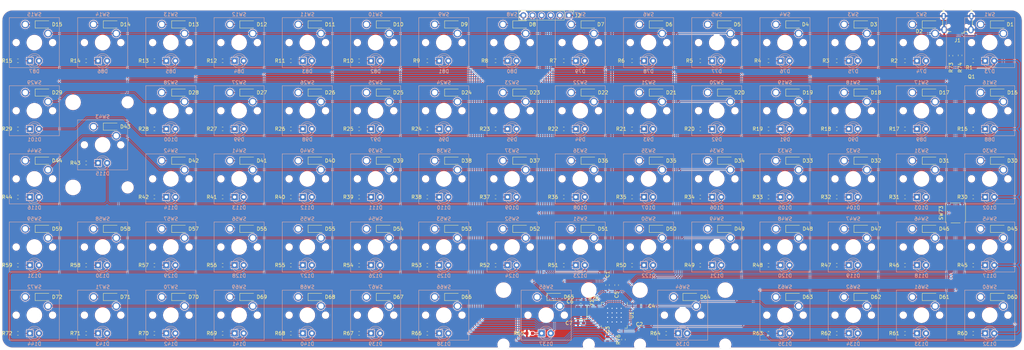
<source format=kicad_pcb>
(kicad_pcb (version 20171130) (host pcbnew 5.1.6)
  (title_block (title dwzg72) (date 2020-06-05) (rev a) (company "Dennis Witzig") (comment 1 "72 key ortholinear keyboard"))
  (layers (0 F.Cu signal) (31 B.Cu signal) (34 B.Paste user) (35 F.Paste user) (36 B.SilkS user) (37 F.SilkS user) (38 B.Mask user) (39 F.Mask user) (44 Edge.Cuts user))
  (net 0 "")
  (net 1 +5V)
  (net 2 GND)
  (net 3 "Net-(C5-Pad1)")
  (net 4 "Net-(D1-Pad1)")
  (net 5 "Net-(D2-Pad1)")
  (net 6 "Net-(D3-Pad1)")
  (net 7 "Net-(D4-Pad1)")
  (net 8 "Net-(D5-Pad1)")
  (net 9 "Net-(D6-Pad1)")
  (net 10 "Net-(D7-Pad1)")
  (net 11 "Net-(D8-Pad1)")
  (net 12 "Net-(D9-Pad1)")
  (net 13 "Net-(D10-Pad1)")
  (net 14 "Net-(D11-Pad1)")
  (net 15 "Net-(D12-Pad1)")
  (net 16 "Net-(D13-Pad1)")
  (net 17 "Net-(D14-Pad1)")
  (net 18 "Net-(D15-Pad1)")
  (net 19 "Net-(D16-Pad1)")
  (net 20 "Net-(D17-Pad1)")
  (net 21 "Net-(D18-Pad1)")
  (net 22 "Net-(D19-Pad1)")
  (net 23 "Net-(D20-Pad1)")
  (net 24 "Net-(D21-Pad1)")
  (net 25 "Net-(D22-Pad1)")
  (net 26 "Net-(D23-Pad1)")
  (net 27 "Net-(D24-Pad1)")
  (net 28 "Net-(D25-Pad1)")
  (net 29 "Net-(D26-Pad1)")
  (net 30 "Net-(D27-Pad1)")
  (net 31 "Net-(D28-Pad1)")
  (net 32 "Net-(D29-Pad1)")
  (net 33 "Net-(D30-Pad1)")
  (net 34 "Net-(D31-Pad1)")
  (net 35 "Net-(D32-Pad1)")
  (net 36 "Net-(D33-Pad1)")
  (net 37 "Net-(D34-Pad1)")
  (net 38 "Net-(D35-Pad1)")
  (net 39 "Net-(D36-Pad1)")
  (net 40 "Net-(D37-Pad1)")
  (net 41 "Net-(D38-Pad1)")
  (net 42 "Net-(D39-Pad1)")
  (net 43 "Net-(D40-Pad1)")
  (net 44 "Net-(D41-Pad1)")
  (net 45 "Net-(D42-Pad1)")
  (net 46 "Net-(D43-Pad1)")
  (net 47 "Net-(D44-Pad1)")
  (net 48 "Net-(D45-Pad1)")
  (net 49 "Net-(D46-Pad1)")
  (net 50 "Net-(D47-Pad1)")
  (net 51 "Net-(D48-Pad1)")
  (net 52 "Net-(D49-Pad1)")
  (net 53 "Net-(D50-Pad1)")
  (net 54 "Net-(D51-Pad1)")
  (net 55 "Net-(D52-Pad1)")
  (net 56 "Net-(D53-Pad1)")
  (net 57 "Net-(D54-Pad1)")
  (net 58 "Net-(D55-Pad1)")
  (net 59 "Net-(D56-Pad1)")
  (net 60 "Net-(D57-Pad1)")
  (net 61 "Net-(D58-Pad1)")
  (net 62 "Net-(D59-Pad1)")
  (net 63 "Net-(D60-Pad1)")
  (net 64 "Net-(D61-Pad1)")
  (net 65 "Net-(D62-Pad1)")
  (net 66 "Net-(D63-Pad1)")
  (net 67 "Net-(D64-Pad1)")
  (net 68 "Net-(D65-Pad1)")
  (net 69 "Net-(D66-Pad1)")
  (net 70 "Net-(D67-Pad1)")
  (net 71 "Net-(D68-Pad1)")
  (net 72 "Net-(D69-Pad1)")
  (net 73 "Net-(D70-Pad1)")
  (net 74 "Net-(D71-Pad1)")
  (net 75 "Net-(D72-Pad1)")
  (net 76 "Net-(U1-Pad1)")
  (net 77 "Net-(U1-Pad31)")
  (net 78 "Net-(U1-Pad32)")
  (net 79 "Net-(U1-Pad42)")
  (net 80 /D+)
  (net 81 /D-)
  (net 82 /DR+)
  (net 83 /DR-)
  (net 84 "Net-(J1-Pad4)")
  (net 85 RST)
  (net 86 "Net-(C6-Pad1)")
  (net 87 "Net-(C7-Pad1)")
  (net 88 "Net-(D100-Pad2)")
  (net 89 "Net-(Q1-Pad2)")
  (net 90 "Net-(R76-Pad2)")
  (net 91 "Net-(D73-Pad1)")
  (net 92 "Net-(D74-Pad1)")
  (net 93 "Net-(D75-Pad1)")
  (net 94 "Net-(D76-Pad1)")
  (net 95 "Net-(D77-Pad1)")
  (net 96 "Net-(D78-Pad1)")
  (net 97 "Net-(D79-Pad1)")
  (net 98 "Net-(D80-Pad1)")
  (net 99 "Net-(D81-Pad1)")
  (net 100 "Net-(D82-Pad1)")
  (net 101 "Net-(D83-Pad1)")
  (net 102 "Net-(D84-Pad1)")
  (net 103 "Net-(D85-Pad1)")
  (net 104 "Net-(D86-Pad1)")
  (net 105 "Net-(D87-Pad1)")
  (net 106 "Net-(D88-Pad1)")
  (net 107 "Net-(D89-Pad1)")
  (net 108 "Net-(D90-Pad1)")
  (net 109 "Net-(D91-Pad1)")
  (net 110 "Net-(D92-Pad1)")
  (net 111 "Net-(D93-Pad1)")
  (net 112 "Net-(D94-Pad1)")
  (net 113 "Net-(D95-Pad1)")
  (net 114 "Net-(D96-Pad1)")
  (net 115 "Net-(D97-Pad1)")
  (net 116 "Net-(D98-Pad1)")
  (net 117 "Net-(D99-Pad1)")
  (net 118 "Net-(D100-Pad1)")
  (net 119 "Net-(D101-Pad1)")
  (net 120 "Net-(D102-Pad1)")
  (net 121 "Net-(D103-Pad1)")
  (net 122 "Net-(D104-Pad1)")
  (net 123 "Net-(D105-Pad1)")
  (net 124 "Net-(D106-Pad1)")
  (net 125 "Net-(D107-Pad1)")
  (net 126 "Net-(D108-Pad1)")
  (net 127 "Net-(D109-Pad1)")
  (net 128 "Net-(D110-Pad1)")
  (net 129 "Net-(D111-Pad1)")
  (net 130 "Net-(D112-Pad1)")
  (net 131 "Net-(D113-Pad1)")
  (net 132 "Net-(D114-Pad1)")
  (net 133 "Net-(D115-Pad1)")
  (net 134 "Net-(D116-Pad1)")
  (net 135 "Net-(D117-Pad1)")
  (net 136 "Net-(D118-Pad1)")
  (net 137 "Net-(D119-Pad1)")
  (net 138 "Net-(D120-Pad1)")
  (net 139 "Net-(D121-Pad1)")
  (net 140 "Net-(D122-Pad1)")
  (net 141 "Net-(D123-Pad1)")
  (net 142 "Net-(D124-Pad1)")
  (net 143 "Net-(D125-Pad1)")
  (net 144 "Net-(D126-Pad1)")
  (net 145 "Net-(D127-Pad1)")
  (net 146 "Net-(D128-Pad1)")
  (net 147 "Net-(D129-Pad1)")
  (net 148 "Net-(D130-Pad1)")
  (net 149 "Net-(D131-Pad1)")
  (net 150 "Net-(D132-Pad1)")
  (net 151 "Net-(D133-Pad1)")
  (net 152 "Net-(D134-Pad1)")
  (net 153 "Net-(D135-Pad1)")
  (net 154 "Net-(D136-Pad1)")
  (net 155 "Net-(D137-Pad1)")
  (net 156 "Net-(D138-Pad1)")
  (net 157 "Net-(D139-Pad1)")
  (net 158 "Net-(D140-Pad1)")
  (net 159 "Net-(D141-Pad1)")
  (net 160 "Net-(D142-Pad1)")
  (net 161 "Net-(D143-Pad1)")
  (net 162 "Net-(D144-Pad1)")
  (net 163 "Net-(U1-Pad27)")
  (net 164 COL0)
  (net 165 COL1)
  (net 166 COL2)
  (net 167 COL3)
  (net 168 COL4)
  (net 169 COL5)
  (net 170 COL6)
  (net 171 COL7)
  (net 172 COL8)
  (net 173 COL9)
  (net 174 COLA)
  (net 175 COLB)
  (net 176 COLC)
  (net 177 COLD)
  (net 178 COLE)
  (net 179 ROW0)
  (net 180 ROW1)
  (net 181 ROW2)
  (net 182 ROW3)
  (net 183 ROW4)
  (module dwzg_logo:dwzg_logo_small (layer B.Cu) (at 254.085 205.38 180)
    (fp_text reference G*** hide)
    (fp_text value LOGO hide)
  )
  (module Button_Switch_Keyboard:SW_Cherry_MX_1.00u_PCB (layer B.Cu) (at 209 124.1 180)
    (fp_text reference SW7 (at -2.54 2.794) (layer B.SilkS) (effects (justify mirror)))
    (fp_text value six)
    (pad "" np_thru_hole circle (at 2.54 -5.08 180) (size 1.7 1.7) (drill 1.7) (layers *.Cu *.Mask))
    (pad "" np_thru_hole circle (at -7.62 -5.08 180) (size 1.7 1.7) (drill 1.7) (layers *.Cu *.Mask))
    (pad "" np_thru_hole circle (at -2.54 -5.08 180) (size 4 4) (drill 4) (layers *.Cu *.Mask))
    (pad 2 thru_hole circle (at -6.35 -2.54 180) (size 2.2 2.2) (drill 1.5) (layers *.Cu *.Mask) (net 179 ROW0))
    (pad 1 thru_hole circle (at 0 0 180) (size 2.2 2.2) (drill 1.5) (layers *.Cu *.Mask) (net 10 "Net-(D7-Pad1)"))
  )
  (module Connector_PinHeader_2.54mm:PinHeader_1x06_P2.54mm_Vertical (layer F.Cu) (at 208.365 121.56 270)
    (fp_text reference J2 (at 0 -2.54 180) (layer F.SilkS))
    (fp_text value ISP)
    (pad 6 thru_hole oval (at 0 12.7 270) (size 1.7 1.7) (drill 1) (layers *.Cu *.Mask) (net 2 GND))
    (pad 5 thru_hole oval (at 0 10.16 270) (size 1.7 1.7) (drill 1) (layers *.Cu *.Mask) (net 85 RST))
    (pad 4 thru_hole oval (at 0 7.62 270) (size 1.7 1.7) (drill 1) (layers *.Cu *.Mask) (net 167 COL3))
    (pad 3 thru_hole oval (at 0 5.08 270) (size 1.7 1.7) (drill 1) (layers *.Cu *.Mask) (net 168 COL4))
    (pad 2 thru_hole oval (at 0 2.54 270) (size 1.7 1.7) (drill 1) (layers *.Cu *.Mask) (net 169 COL5))
    (pad 1 thru_hole rect (at 0 0 270) (size 1.7 1.7) (drill 1) (layers *.Cu *.Mask) (net 1 +5V))
  )
  (module Button_Switch_Keyboard:SW_Cherry_MX_1.00u_PCB (layer B.Cu) (at 189.95 181.25 180)
    (fp_text reference SW52 (at -2.54 2.794) (layer B.SilkS) (effects (justify mirror)))
    (fp_text value n)
    (pad 1 thru_hole circle (at 0 0 180) (size 2.2 2.2) (drill 1.5) (layers *.Cu *.Mask) (net 55 "Net-(D52-Pad1)"))
    (pad 2 thru_hole circle (at -6.35 -2.54 180) (size 2.2 2.2) (drill 1.5) (layers *.Cu *.Mask) (net 182 ROW3))
    (pad "" np_thru_hole circle (at -2.54 -5.08 180) (size 4 4) (drill 4) (layers *.Cu *.Mask))
    (pad "" np_thru_hole circle (at -7.62 -5.08 180) (size 1.7 1.7) (drill 1.7) (layers *.Cu *.Mask))
    (pad "" np_thru_hole circle (at 2.54 -5.08 180) (size 1.7 1.7) (drill 1.7) (layers *.Cu *.Mask))
  )
  (module Button_Switch_Keyboard:SW_Cherry_MX_1.00u_PCB (layer B.Cu) (at 170.9 200.3 180)
    (fp_text reference SW66 (at -2.54 2.794) (layer B.SilkS) (effects (justify mirror)))
    (fp_text value altgr)
    (pad "" np_thru_hole circle (at 2.54 -5.08 180) (size 1.7 1.7) (drill 1.7) (layers *.Cu *.Mask))
    (pad "" np_thru_hole circle (at -7.62 -5.08 180) (size 1.7 1.7) (drill 1.7) (layers *.Cu *.Mask))
    (pad "" np_thru_hole circle (at -2.54 -5.08 180) (size 4 4) (drill 4) (layers *.Cu *.Mask))
    (pad 2 thru_hole circle (at -6.35 -2.54 180) (size 2.2 2.2) (drill 1.5) (layers *.Cu *.Mask) (net 183 ROW4))
    (pad 1 thru_hole circle (at 0 0 180) (size 2.2 2.2) (drill 1.5) (layers *.Cu *.Mask) (net 69 "Net-(D66-Pad1)"))
  )
  (module Button_Switch_Keyboard:SW_Cherry_MX_1.00u_PCB (layer B.Cu) (at 323.3 143.15 180)
    (fp_text reference SW16 (at -2.54 2.794) (layer B.SilkS) (effects (justify mirror)))
    (fp_text value tab)
    (pad 1 thru_hole circle (at 0 0 180) (size 2.2 2.2) (drill 1.5) (layers *.Cu *.Mask) (net 19 "Net-(D16-Pad1)"))
    (pad 2 thru_hole circle (at -6.35 -2.54 180) (size 2.2 2.2) (drill 1.5) (layers *.Cu *.Mask) (net 180 ROW1))
    (pad "" np_thru_hole circle (at -2.54 -5.08 180) (size 4 4) (drill 4) (layers *.Cu *.Mask))
    (pad "" np_thru_hole circle (at -7.62 -5.08 180) (size 1.7 1.7) (drill 1.7) (layers *.Cu *.Mask))
    (pad "" np_thru_hole circle (at 2.54 -5.08 180) (size 1.7 1.7) (drill 1.7) (layers *.Cu *.Mask))
  )
  (module Package_DFN_QFN:QFN-44-1EP_7x7mm_P0.5mm_EP5.2x5.2mm (layer F.Cu) (at 221.065 205.38 270)
    (fp_text reference U1 (at 0 -4.82 90) (layer F.SilkS))
    (fp_text value ATmega32U4-MU)
    (pad 1 smd roundrect (at -3.3375 -2.5 270) (size 1.075 0.25) (layers F.Cu F.Paste F.Mask) (net 76 "Net-(U1-Pad1)"))
    (pad 2 smd roundrect (at -3.3375 -2 270) (size 1.075 0.25) (layers F.Cu F.Paste F.Mask) (net 1 +5V))
    (pad 3 smd roundrect (at -3.3375 -1.5 270) (size 1.075 0.25) (layers F.Cu F.Paste F.Mask) (net 83 /DR-))
    (pad 4 smd roundrect (at -3.3375 -1 270) (size 1.075 0.25) (layers F.Cu F.Paste F.Mask) (net 82 /DR+))
    (pad 5 smd roundrect (at -3.3375 -0.5 270) (size 1.075 0.25) (layers F.Cu F.Paste F.Mask) (net 2 GND))
    (pad 6 smd roundrect (at -3.3375 0 270) (size 1.075 0.25) (layers F.Cu F.Paste F.Mask) (net 3 "Net-(C5-Pad1)"))
    (pad 7 smd roundrect (at -3.3375 0.5 270) (size 1.075 0.25) (layers F.Cu F.Paste F.Mask) (net 1 +5V))
    (pad 8 smd roundrect (at -3.3375 1 270) (size 1.075 0.25) (layers F.Cu F.Paste F.Mask) (net 170 COL6))
    (pad 9 smd roundrect (at -3.3375 1.5 270) (size 1.075 0.25) (layers F.Cu F.Paste F.Mask) (net 169 COL5))
    (pad 10 smd roundrect (at -3.3375 2 270) (size 1.075 0.25) (layers F.Cu F.Paste F.Mask) (net 168 COL4))
    (pad 11 smd roundrect (at -3.3375 2.5 270) (size 1.075 0.25) (layers F.Cu F.Paste F.Mask) (net 167 COL3))
    (pad 12 smd roundrect (at -2.5 3.3375 270) (size 0.25 1.075) (layers F.Cu F.Paste F.Mask) (net 166 COL2))
    (pad 13 smd roundrect (at -2 3.3375 270) (size 0.25 1.075) (layers F.Cu F.Paste F.Mask) (net 85 RST))
    (pad 14 smd roundrect (at -1.5 3.3375 270) (size 0.25 1.075) (layers F.Cu F.Paste F.Mask) (net 1 +5V))
    (pad 15 smd roundrect (at -1 3.3375 270) (size 0.25 1.075) (layers F.Cu F.Paste F.Mask) (net 2 GND))
    (pad 16 smd roundrect (at -0.5 3.3375 270) (size 0.25 1.075) (layers F.Cu F.Paste F.Mask) (net 86 "Net-(C6-Pad1)"))
    (pad 17 smd roundrect (at 0 3.3375 270) (size 0.25 1.075) (layers F.Cu F.Paste F.Mask) (net 87 "Net-(C7-Pad1)"))
    (pad 18 smd roundrect (at 0.5 3.3375 270) (size 0.25 1.075) (layers F.Cu F.Paste F.Mask) (net 178 COLE))
    (pad 19 smd roundrect (at 1 3.3375 270) (size 0.25 1.075) (layers F.Cu F.Paste F.Mask) (net 177 COLD))
    (pad 20 smd roundrect (at 1.5 3.3375 270) (size 0.25 1.075) (layers F.Cu F.Paste F.Mask) (net 176 COLC))
    (pad 21 smd roundrect (at 2 3.3375 270) (size 0.25 1.075) (layers F.Cu F.Paste F.Mask) (net 175 COLB))
    (pad 22 smd roundrect (at 2.5 3.3375 270) (size 0.25 1.075) (layers F.Cu F.Paste F.Mask) (net 174 COLA))
    (pad 23 smd roundrect (at 3.3375 2.5 270) (size 1.075 0.25) (layers F.Cu F.Paste F.Mask) (net 2 GND))
    (pad 24 smd roundrect (at 3.3375 2 270) (size 1.075 0.25) (layers F.Cu F.Paste F.Mask) (net 1 +5V))
    (pad 25 smd roundrect (at 3.3375 1.5 270) (size 1.075 0.25) (layers F.Cu F.Paste F.Mask) (net 173 COL9))
    (pad 26 smd roundrect (at 3.3375 1 270) (size 1.075 0.25) (layers F.Cu F.Paste F.Mask) (net 172 COL8))
    (pad 27 smd roundrect (at 3.3375 0.5 270) (size 1.075 0.25) (layers F.Cu F.Paste F.Mask) (net 163 "Net-(U1-Pad27)"))
    (pad 28 smd roundrect (at 3.3375 0 270) (size 1.075 0.25) (layers F.Cu F.Paste F.Mask) (net 165 COL1))
    (pad 29 smd roundrect (at 3.3375 -0.5 270) (size 1.075 0.25) (layers F.Cu F.Paste F.Mask) (net 171 COL7))
    (pad 30 smd roundrect (at 3.3375 -1 270) (size 1.075 0.25) (layers F.Cu F.Paste F.Mask) (net 164 COL0))
    (pad 31 smd roundrect (at 3.3375 -1.5 270) (size 1.075 0.25) (layers F.Cu F.Paste F.Mask) (net 77 "Net-(U1-Pad31)"))
    (pad 32 smd roundrect (at 3.3375 -2 270) (size 1.075 0.25) (layers F.Cu F.Paste F.Mask) (net 78 "Net-(U1-Pad32)"))
    (pad 33 smd roundrect (at 3.3375 -2.5 270) (size 1.075 0.25) (layers F.Cu F.Paste F.Mask) (net 90 "Net-(R76-Pad2)"))
    (pad 34 smd roundrect (at 2.5 -3.3375 270) (size 0.25 1.075) (layers F.Cu F.Paste F.Mask) (net 1 +5V))
    (pad 35 smd roundrect (at 2 -3.3375 270) (size 0.25 1.075) (layers F.Cu F.Paste F.Mask) (net 2 GND))
    (pad 36 smd roundrect (at 1.5 -3.3375 270) (size 0.25 1.075) (layers F.Cu F.Paste F.Mask) (net 89 "Net-(Q1-Pad2)"))
    (pad 37 smd roundrect (at 1 -3.3375 270) (size 0.25 1.075) (layers F.Cu F.Paste F.Mask) (net 183 ROW4))
    (pad 38 smd roundrect (at 0.5 -3.3375 270) (size 0.25 1.075) (layers F.Cu F.Paste F.Mask) (net 182 ROW3))
    (pad 39 smd roundrect (at 0 -3.3375 270) (size 0.25 1.075) (layers F.Cu F.Paste F.Mask) (net 181 ROW2))
    (pad 40 smd roundrect (at -0.5 -3.3375 270) (size 0.25 1.075) (layers F.Cu F.Paste F.Mask) (net 180 ROW1))
    (pad 41 smd roundrect (at -1 -3.3375 270) (size 0.25 1.075) (layers F.Cu F.Paste F.Mask) (net 179 ROW0))
    (pad 42 smd roundrect (at -1.5 -3.3375 270) (size 0.25 1.075) (layers F.Cu F.Paste F.Mask) (net 79 "Net-(U1-Pad42)"))
    (pad 43 smd roundrect (at -2 -3.3375 270) (size 0.25 1.075) (layers F.Cu F.Paste F.Mask) (net 2 GND))
    (pad 44 smd roundrect (at -2.5 -3.3375 270) (size 0.25 1.075) (layers F.Cu F.Paste F.Mask) (net 1 +5V))
    (pad 45 smd rect (at 0 0 270) (size 5.2 5.2) (layers F.Cu F.Mask) (net 2 GND))
  )
  (module Button_Switch_Keyboard:SW_Cherry_MX_1.00u_PCB (layer B.Cu) (at 323.3 162.2 180)
    (fp_text reference SW30 (at -2.54 2.794) (layer B.SilkS) (effects (justify mirror)))
    (fp_text value escape)
    (pad "" np_thru_hole circle (at 2.54 -5.08 180) (size 1.7 1.7) (drill 1.7) (layers *.Cu *.Mask))
    (pad "" np_thru_hole circle (at -7.62 -5.08 180) (size 1.7 1.7) (drill 1.7) (layers *.Cu *.Mask))
    (pad "" np_thru_hole circle (at -2.54 -5.08 180) (size 4 4) (drill 4) (layers *.Cu *.Mask))
    (pad 2 thru_hole circle (at -6.35 -2.54 180) (size 2.2 2.2) (drill 1.5) (layers *.Cu *.Mask) (net 181 ROW2))
    (pad 1 thru_hole circle (at 0 0 180) (size 2.2 2.2) (drill 1.5) (layers *.Cu *.Mask) (net 33 "Net-(D30-Pad1)"))
  )
  (module Crystal:Crystal_SMD_3225-4Pin_3.2x2.5mm (layer F.Cu) (at 211.755 204.575 90)
    (fp_text reference Y1 (at 2.71 2.96 90) (layer F.SilkS))
    (fp_text value 16MHz)
    (pad 1 smd rect (at -1.1 0.85 90) (size 1.4 1.2) (layers F.Cu F.Paste F.Mask) (net 87 "Net-(C7-Pad1)"))
    (pad 2 smd rect (at 1.1 0.85 90) (size 1.4 1.2) (layers F.Cu F.Paste F.Mask) (net 2 GND))
    (pad 3 smd rect (at 1.1 -0.85 90) (size 1.4 1.2) (layers F.Cu F.Paste F.Mask) (net 86 "Net-(C6-Pad1)"))
    (pad 4 smd rect (at -1.1 -0.85 90) (size 1.4 1.2) (layers F.Cu F.Paste F.Mask) (net 2 GND))
  )
  (module Button_Switch_Keyboard:SW_Cherry_MX_1.00u_PCB (layer B.Cu) (at 94.7 143.15 180)
    (fp_text reference SW28 (at -2.54 2.794) (layer B.SilkS) (effects (justify mirror)))
    (fp_text value plus)
    (pad "" np_thru_hole circle (at 2.54 -5.08 180) (size 1.7 1.7) (drill 1.7) (layers *.Cu *.Mask))
    (pad "" np_thru_hole circle (at -7.62 -5.08 180) (size 1.7 1.7) (drill 1.7) (layers *.Cu *.Mask))
    (pad "" np_thru_hole circle (at -2.54 -5.08 180) (size 4 4) (drill 4) (layers *.Cu *.Mask))
    (pad 2 thru_hole circle (at -6.35 -2.54 180) (size 2.2 2.2) (drill 1.5) (layers *.Cu *.Mask) (net 180 ROW1))
    (pad 1 thru_hole circle (at 0 0 180) (size 2.2 2.2) (drill 1.5) (layers *.Cu *.Mask) (net 31 "Net-(D28-Pad1)"))
  )
  (module Button_Switch_Keyboard:SW_Cherry_MX_2.00u_Vertical_PCB (layer B.Cu) (at 75.64 152.69 180)
    (fp_text reference SW43 (at -2.54 2.794) (layer B.SilkS) (effects (justify mirror)))
    (fp_text value enter)
    (pad 1 thru_hole circle (at 0 0 180) (size 2.2 2.2) (drill 1.5) (layers *.Cu *.Mask) (net 46 "Net-(D43-Pad1)"))
    (pad 2 thru_hole circle (at -6.35 -2.54 180) (size 2.2 2.2) (drill 1.5) (layers *.Cu *.Mask) (net 181 ROW2))
    (pad "" np_thru_hole circle (at -2.54 -5.08 180) (size 4 4) (drill 4) (layers *.Cu *.Mask))
    (pad "" np_thru_hole circle (at -7.62 -5.08 180) (size 1.7 1.7) (drill 1.7) (layers *.Cu *.Mask))
    (pad "" np_thru_hole circle (at 2.54 -5.08 180) (size 1.7 1.7) (drill 1.7) (layers *.Cu *.Mask))
    (pad "" np_thru_hole circle (at 5.7 6.82 180) (size 4 4) (drill 4) (layers *.Cu *.Mask))
    (pad "" np_thru_hole circle (at 5.7 -16.98 180) (size 4 4) (drill 4) (layers *.Cu *.Mask))
    (pad "" np_thru_hole circle (at -9.54 -16.98 180) (size 3.05 3.05) (drill 3.05) (layers *.Cu *.Mask))
    (pad "" np_thru_hole circle (at -9.54 6.82 180) (size 3.05 3.05) (drill 3.05) (layers *.Cu *.Mask))
  )
  (module Button_Switch_Keyboard:SW_Cherry_MX_1.00u_PCB (layer B.Cu) (at 304.25 181.25 180)
    (fp_text reference SW46 (at -2.54 2.794) (layer B.SilkS) (effects (justify mirror)))
    (fp_text value smaller)
    (pad "" np_thru_hole circle (at 2.54 -5.08 180) (size 1.7 1.7) (drill 1.7) (layers *.Cu *.Mask))
    (pad "" np_thru_hole circle (at -7.62 -5.08 180) (size 1.7 1.7) (drill 1.7) (layers *.Cu *.Mask))
    (pad "" np_thru_hole circle (at -2.54 -5.08 180) (size 4 4) (drill 4) (layers *.Cu *.Mask))
    (pad 2 thru_hole circle (at -6.35 -2.54 180) (size 2.2 2.2) (drill 1.5) (layers *.Cu *.Mask) (net 182 ROW3))
    (pad 1 thru_hole circle (at 0 0 180) (size 2.2 2.2) (drill 1.5) (layers *.Cu *.Mask) (net 49 "Net-(D46-Pad1)"))
  )
  (module Button_Switch_Keyboard:SW_Cherry_MX_1.00u_PCB (layer B.Cu) (at 151.85 143.15 180)
    (fp_text reference SW25 (at -2.54 2.794) (layer B.SilkS) (effects (justify mirror)))
    (fp_text value o)
    (pad "" np_thru_hole circle (at 2.54 -5.08 180) (size 1.7 1.7) (drill 1.7) (layers *.Cu *.Mask))
    (pad "" np_thru_hole circle (at -7.62 -5.08 180) (size 1.7 1.7) (drill 1.7) (layers *.Cu *.Mask))
    (pad "" np_thru_hole circle (at -2.54 -5.08 180) (size 4 4) (drill 4) (layers *.Cu *.Mask))
    (pad 2 thru_hole circle (at -6.35 -2.54 180) (size 2.2 2.2) (drill 1.5) (layers *.Cu *.Mask) (net 180 ROW1))
    (pad 1 thru_hole circle (at 0 0 180) (size 2.2 2.2) (drill 1.5) (layers *.Cu *.Mask) (net 28 "Net-(D25-Pad1)"))
  )
  (module Button_Switch_Keyboard:SW_Cherry_MX_1.00u_PCB (layer B.Cu) (at 94.7 200.3 180)
    (fp_text reference SW70 (at -2.54 2.794) (layer B.SilkS) (effects (justify mirror)))
    (fp_text value down)
    (pad "" np_thru_hole circle (at 2.54 -5.08 180) (size 1.7 1.7) (drill 1.7) (layers *.Cu *.Mask))
    (pad "" np_thru_hole circle (at -7.62 -5.08 180) (size 1.7 1.7) (drill 1.7) (layers *.Cu *.Mask))
    (pad "" np_thru_hole circle (at -2.54 -5.08 180) (size 4 4) (drill 4) (layers *.Cu *.Mask))
    (pad 2 thru_hole circle (at -6.35 -2.54 180) (size 2.2 2.2) (drill 1.5) (layers *.Cu *.Mask) (net 183 ROW4))
    (pad 1 thru_hole circle (at 0 0 180) (size 2.2 2.2) (drill 1.5) (layers *.Cu *.Mask) (net 73 "Net-(D70-Pad1)"))
  )
  (module Button_Switch_Keyboard:SW_Cherry_MX_1.00u_PCB (layer B.Cu) (at 56.6 143.15 180)
    (fp_text reference SW29 (at -2.54 2.794) (layer B.SilkS) (effects (justify mirror)))
    (fp_text value end)
    (pad 1 thru_hole circle (at 0 0 180) (size 2.2 2.2) (drill 1.5) (layers *.Cu *.Mask) (net 32 "Net-(D29-Pad1)"))
    (pad 2 thru_hole circle (at -6.35 -2.54 180) (size 2.2 2.2) (drill 1.5) (layers *.Cu *.Mask) (net 180 ROW1))
    (pad "" np_thru_hole circle (at -2.54 -5.08 180) (size 4 4) (drill 4) (layers *.Cu *.Mask))
    (pad "" np_thru_hole circle (at -7.62 -5.08 180) (size 1.7 1.7) (drill 1.7) (layers *.Cu *.Mask))
    (pad "" np_thru_hole circle (at 2.54 -5.08 180) (size 1.7 1.7) (drill 1.7) (layers *.Cu *.Mask))
  )
  (module Button_Switch_Keyboard:SW_Cherry_MX_1.00u_PCB (layer B.Cu) (at 56.6 124.1 180)
    (fp_text reference SW15 (at -2.54 2.794) (layer B.SilkS) (effects (justify mirror)))
    (fp_text value pos1)
    (pad 1 thru_hole circle (at 0 0 180) (size 2.2 2.2) (drill 1.5) (layers *.Cu *.Mask) (net 18 "Net-(D15-Pad1)"))
    (pad 2 thru_hole circle (at -6.35 -2.54 180) (size 2.2 2.2) (drill 1.5) (layers *.Cu *.Mask) (net 179 ROW0))
    (pad "" np_thru_hole circle (at -2.54 -5.08 180) (size 4 4) (drill 4) (layers *.Cu *.Mask))
    (pad "" np_thru_hole circle (at -7.62 -5.08 180) (size 1.7 1.7) (drill 1.7) (layers *.Cu *.Mask))
    (pad "" np_thru_hole circle (at 2.54 -5.08 180) (size 1.7 1.7) (drill 1.7) (layers *.Cu *.Mask))
  )
  (module Button_Switch_Keyboard:SW_Cherry_MX_1.00u_PCB (layer B.Cu) (at 170.9 162.2 180)
    (fp_text reference SW38 (at -2.54 2.794) (layer B.SilkS) (effects (justify mirror)))
    (fp_text value k)
    (pad "" np_thru_hole circle (at 2.54 -5.08 180) (size 1.7 1.7) (drill 1.7) (layers *.Cu *.Mask))
    (pad "" np_thru_hole circle (at -7.62 -5.08 180) (size 1.7 1.7) (drill 1.7) (layers *.Cu *.Mask))
    (pad "" np_thru_hole circle (at -2.54 -5.08 180) (size 4 4) (drill 4) (layers *.Cu *.Mask))
    (pad 2 thru_hole circle (at -6.35 -2.54 180) (size 2.2 2.2) (drill 1.5) (layers *.Cu *.Mask) (net 181 ROW2))
    (pad 1 thru_hole circle (at 0 0 180) (size 2.2 2.2) (drill 1.5) (layers *.Cu *.Mask) (net 41 "Net-(D38-Pad1)"))
  )
  (module Button_Switch_Keyboard:SW_Cherry_MX_1.00u_PCB (layer B.Cu) (at 170.9 143.15 180)
    (fp_text reference SW24 (at -2.54 2.794) (layer B.SilkS) (effects (justify mirror)))
    (fp_text value i)
    (pad 1 thru_hole circle (at 0 0 180) (size 2.2 2.2) (drill 1.5) (layers *.Cu *.Mask) (net 27 "Net-(D24-Pad1)"))
    (pad 2 thru_hole circle (at -6.35 -2.54 180) (size 2.2 2.2) (drill 1.5) (layers *.Cu *.Mask) (net 180 ROW1))
    (pad "" np_thru_hole circle (at -2.54 -5.08 180) (size 4 4) (drill 4) (layers *.Cu *.Mask))
    (pad "" np_thru_hole circle (at -7.62 -5.08 180) (size 1.7 1.7) (drill 1.7) (layers *.Cu *.Mask))
    (pad "" np_thru_hole circle (at 2.54 -5.08 180) (size 1.7 1.7) (drill 1.7) (layers *.Cu *.Mask))
  )
  (module Button_Switch_Keyboard:SW_Cherry_MX_1.00u_PCB (layer B.Cu) (at 304.25 200.3 180)
    (fp_text reference SW61 (at -2.54 2.794) (layer B.SilkS) (effects (justify mirror)))
    (fp_text value super)
    (pad 1 thru_hole circle (at 0 0 180) (size 2.2 2.2) (drill 1.5) (layers *.Cu *.Mask) (net 64 "Net-(D61-Pad1)"))
    (pad 2 thru_hole circle (at -6.35 -2.54 180) (size 2.2 2.2) (drill 1.5) (layers *.Cu *.Mask) (net 183 ROW4))
    (pad "" np_thru_hole circle (at -2.54 -5.08 180) (size 4 4) (drill 4) (layers *.Cu *.Mask))
    (pad "" np_thru_hole circle (at -7.62 -5.08 180) (size 1.7 1.7) (drill 1.7) (layers *.Cu *.Mask))
    (pad "" np_thru_hole circle (at 2.54 -5.08 180) (size 1.7 1.7) (drill 1.7) (layers *.Cu *.Mask))
  )
  (module Button_Switch_Keyboard:SW_Cherry_MX_1.00u_PCB (layer B.Cu) (at 304.25 162.2 180)
    (fp_text reference SW31 (at -2.54 2.794) (layer B.SilkS) (effects (justify mirror)))
    (fp_text value a)
    (pad 1 thru_hole circle (at 0 0 180) (size 2.2 2.2) (drill 1.5) (layers *.Cu *.Mask) (net 34 "Net-(D31-Pad1)"))
    (pad 2 thru_hole circle (at -6.35 -2.54 180) (size 2.2 2.2) (drill 1.5) (layers *.Cu *.Mask) (net 181 ROW2))
    (pad "" np_thru_hole circle (at -2.54 -5.08 180) (size 4 4) (drill 4) (layers *.Cu *.Mask))
    (pad "" np_thru_hole circle (at -7.62 -5.08 180) (size 1.7 1.7) (drill 1.7) (layers *.Cu *.Mask))
    (pad "" np_thru_hole circle (at 2.54 -5.08 180) (size 1.7 1.7) (drill 1.7) (layers *.Cu *.Mask))
  )
  (module Button_Switch_Keyboard:SW_Cherry_MX_1.00u_PCB (layer B.Cu) (at 304.25 143.15 180)
    (fp_text reference SW17 (at -2.54 2.794) (layer B.SilkS) (effects (justify mirror)))
    (fp_text value q)
    (pad 1 thru_hole circle (at 0 0 180) (size 2.2 2.2) (drill 1.5) (layers *.Cu *.Mask) (net 20 "Net-(D17-Pad1)"))
    (pad 2 thru_hole circle (at -6.35 -2.54 180) (size 2.2 2.2) (drill 1.5) (layers *.Cu *.Mask) (net 180 ROW1))
    (pad "" np_thru_hole circle (at -2.54 -5.08 180) (size 4 4) (drill 4) (layers *.Cu *.Mask))
    (pad "" np_thru_hole circle (at -7.62 -5.08 180) (size 1.7 1.7) (drill 1.7) (layers *.Cu *.Mask))
    (pad "" np_thru_hole circle (at 2.54 -5.08 180) (size 1.7 1.7) (drill 1.7) (layers *.Cu *.Mask))
  )
  (module Button_Switch_Keyboard:SW_Cherry_MX_1.00u_PCB (layer B.Cu) (at 304.25 124.1 180)
    (fp_text reference SW2 (at -2.54 2.794) (layer B.SilkS) (effects (justify mirror)))
    (fp_text value one)
    (pad 1 thru_hole circle (at 0 0 180) (size 2.2 2.2) (drill 1.5) (layers *.Cu *.Mask) (net 5 "Net-(D2-Pad1)"))
    (pad 2 thru_hole circle (at -6.35 -2.54 180) (size 2.2 2.2) (drill 1.5) (layers *.Cu *.Mask) (net 179 ROW0))
    (pad "" np_thru_hole circle (at -2.54 -5.08 180) (size 4 4) (drill 4) (layers *.Cu *.Mask))
    (pad "" np_thru_hole circle (at -7.62 -5.08 180) (size 1.7 1.7) (drill 1.7) (layers *.Cu *.Mask))
    (pad "" np_thru_hole circle (at 2.54 -5.08 180) (size 1.7 1.7) (drill 1.7) (layers *.Cu *.Mask))
  )
  (module Button_Switch_Keyboard:SW_Cherry_MX_1.00u_PCB (layer B.Cu) (at 266.15 124.1 180)
    (fp_text reference SW4 (at -2.54 2.794) (layer B.SilkS) (effects (justify mirror)))
    (fp_text value three)
    (pad "" np_thru_hole circle (at 2.54 -5.08 180) (size 1.7 1.7) (drill 1.7) (layers *.Cu *.Mask))
    (pad "" np_thru_hole circle (at -7.62 -5.08 180) (size 1.7 1.7) (drill 1.7) (layers *.Cu *.Mask))
    (pad "" np_thru_hole circle (at -2.54 -5.08 180) (size 4 4) (drill 4) (layers *.Cu *.Mask))
    (pad 2 thru_hole circle (at -6.35 -2.54 180) (size 2.2 2.2) (drill 1.5) (layers *.Cu *.Mask) (net 179 ROW0))
    (pad 1 thru_hole circle (at 0 0 180) (size 2.2 2.2) (drill 1.5) (layers *.Cu *.Mask) (net 7 "Net-(D4-Pad1)"))
  )
  (module Button_Switch_Keyboard:SW_Cherry_MX_1.00u_PCB (layer B.Cu) (at 247.1 162.2 180)
    (fp_text reference SW34 (at -2.54 2.794) (layer B.SilkS) (effects (justify mirror)))
    (fp_text value f)
    (pad "" np_thru_hole circle (at 2.54 -5.08 180) (size 1.7 1.7) (drill 1.7) (layers *.Cu *.Mask))
    (pad "" np_thru_hole circle (at -7.62 -5.08 180) (size 1.7 1.7) (drill 1.7) (layers *.Cu *.Mask))
    (pad "" np_thru_hole circle (at -2.54 -5.08 180) (size 4 4) (drill 4) (layers *.Cu *.Mask))
    (pad 2 thru_hole circle (at -6.35 -2.54 180) (size 2.2 2.2) (drill 1.5) (layers *.Cu *.Mask) (net 181 ROW2))
    (pad 1 thru_hole circle (at 0 0 180) (size 2.2 2.2) (drill 1.5) (layers *.Cu *.Mask) (net 37 "Net-(D34-Pad1)"))
  )
  (module Button_Switch_Keyboard:SW_Cherry_MX_1.00u_PCB (layer B.Cu) (at 247.1 124.1 180)
    (fp_text reference SW5 (at -2.54 2.794) (layer B.SilkS) (effects (justify mirror)))
    (fp_text value four)
    (pad "" np_thru_hole circle (at 2.54 -5.08 180) (size 1.7 1.7) (drill 1.7) (layers *.Cu *.Mask))
    (pad "" np_thru_hole circle (at -7.62 -5.08 180) (size 1.7 1.7) (drill 1.7) (layers *.Cu *.Mask))
    (pad "" np_thru_hole circle (at -2.54 -5.08 180) (size 4 4) (drill 4) (layers *.Cu *.Mask))
    (pad 2 thru_hole circle (at -6.35 -2.54 180) (size 2.2 2.2) (drill 1.5) (layers *.Cu *.Mask) (net 179 ROW0))
    (pad 1 thru_hole circle (at 0 0 180) (size 2.2 2.2) (drill 1.5) (layers *.Cu *.Mask) (net 8 "Net-(D5-Pad1)"))
  )
  (module Button_Switch_Keyboard:SW_Cherry_MX_1.00u_PCB (layer B.Cu) (at 189.95 162.2 180)
    (fp_text reference SW37 (at -2.54 2.794) (layer B.SilkS) (effects (justify mirror)))
    (fp_text value j)
    (pad 1 thru_hole circle (at 0 0 180) (size 2.2 2.2) (drill 1.5) (layers *.Cu *.Mask) (net 40 "Net-(D37-Pad1)"))
    (pad 2 thru_hole circle (at -6.35 -2.54 180) (size 2.2 2.2) (drill 1.5) (layers *.Cu *.Mask) (net 181 ROW2))
    (pad "" np_thru_hole circle (at -2.54 -5.08 180) (size 4 4) (drill 4) (layers *.Cu *.Mask))
    (pad "" np_thru_hole circle (at -7.62 -5.08 180) (size 1.7 1.7) (drill 1.7) (layers *.Cu *.Mask))
    (pad "" np_thru_hole circle (at 2.54 -5.08 180) (size 1.7 1.7) (drill 1.7) (layers *.Cu *.Mask))
  )
  (module Button_Switch_Keyboard:SW_Cherry_MX_1.00u_PCB (layer B.Cu) (at 151.85 200.3 180)
    (fp_text reference SW67 (at -2.54 2.794) (layer B.SilkS) (effects (justify mirror)))
    (fp_text value super)
    (pad "" np_thru_hole circle (at 2.54 -5.08 180) (size 1.7 1.7) (drill 1.7) (layers *.Cu *.Mask))
    (pad "" np_thru_hole circle (at -7.62 -5.08 180) (size 1.7 1.7) (drill 1.7) (layers *.Cu *.Mask))
    (pad "" np_thru_hole circle (at -2.54 -5.08 180) (size 4 4) (drill 4) (layers *.Cu *.Mask))
    (pad 2 thru_hole circle (at -6.35 -2.54 180) (size 2.2 2.2) (drill 1.5) (layers *.Cu *.Mask) (net 183 ROW4))
    (pad 1 thru_hole circle (at 0 0 180) (size 2.2 2.2) (drill 1.5) (layers *.Cu *.Mask) (net 70 "Net-(D67-Pad1)"))
  )
  (module Button_Switch_Keyboard:SW_Cherry_MX_1.00u_PCB (layer B.Cu) (at 94.7 162.2 180)
    (fp_text reference SW42 (at -2.54 2.794) (layer B.SilkS) (effects (justify mirror)))
    (fp_text value hash)
    (pad "" np_thru_hole circle (at 2.54 -5.08 180) (size 1.7 1.7) (drill 1.7) (layers *.Cu *.Mask))
    (pad "" np_thru_hole circle (at -7.62 -5.08 180) (size 1.7 1.7) (drill 1.7) (layers *.Cu *.Mask))
    (pad "" np_thru_hole circle (at -2.54 -5.08 180) (size 4 4) (drill 4) (layers *.Cu *.Mask))
    (pad 2 thru_hole circle (at -6.35 -2.54 180) (size 2.2 2.2) (drill 1.5) (layers *.Cu *.Mask) (net 181 ROW2))
    (pad 1 thru_hole circle (at 0 0 180) (size 2.2 2.2) (drill 1.5) (layers *.Cu *.Mask) (net 45 "Net-(D42-Pad1)"))
  )
  (module Button_Switch_Keyboard:SW_Cherry_MX_1.00u_PCB (layer B.Cu) (at 113.75 124.1 180)
    (fp_text reference SW12 (at -2.54 2.794) (layer B.SilkS) (effects (justify mirror)))
    (fp_text value eszett)
    (pad 1 thru_hole circle (at 0 0 180) (size 2.2 2.2) (drill 1.5) (layers *.Cu *.Mask) (net 15 "Net-(D12-Pad1)"))
    (pad 2 thru_hole circle (at -6.35 -2.54 180) (size 2.2 2.2) (drill 1.5) (layers *.Cu *.Mask) (net 179 ROW0))
    (pad "" np_thru_hole circle (at -2.54 -5.08 180) (size 4 4) (drill 4) (layers *.Cu *.Mask))
    (pad "" np_thru_hole circle (at -7.62 -5.08 180) (size 1.7 1.7) (drill 1.7) (layers *.Cu *.Mask))
    (pad "" np_thru_hole circle (at 2.54 -5.08 180) (size 1.7 1.7) (drill 1.7) (layers *.Cu *.Mask))
  )
  (module Button_Switch_Keyboard:SW_Cherry_MX_1.00u_PCB (layer B.Cu) (at 75.65 200.3 180)
    (fp_text reference SW71 (at -2.54 2.794) (layer B.SilkS) (effects (justify mirror)))
    (fp_text value right)
    (pad 1 thru_hole circle (at 0 0 180) (size 2.2 2.2) (drill 1.5) (layers *.Cu *.Mask) (net 74 "Net-(D71-Pad1)"))
    (pad 2 thru_hole circle (at -6.35 -2.54 180) (size 2.2 2.2) (drill 1.5) (layers *.Cu *.Mask) (net 183 ROW4))
    (pad "" np_thru_hole circle (at -2.54 -5.08 180) (size 4 4) (drill 4) (layers *.Cu *.Mask))
    (pad "" np_thru_hole circle (at -7.62 -5.08 180) (size 1.7 1.7) (drill 1.7) (layers *.Cu *.Mask))
    (pad "" np_thru_hole circle (at 2.54 -5.08 180) (size 1.7 1.7) (drill 1.7) (layers *.Cu *.Mask))
  )
  (module Button_Switch_Keyboard:SW_Cherry_MX_1.00u_PCB (layer B.Cu) (at 56.6 200.3 180)
    (fp_text reference SW72 (at -2.54 2.794) (layer B.SilkS) (effects (justify mirror)))
    (fp_text value pagedown)
    (pad "" np_thru_hole circle (at 2.54 -5.08 180) (size 1.7 1.7) (drill 1.7) (layers *.Cu *.Mask))
    (pad "" np_thru_hole circle (at -7.62 -5.08 180) (size 1.7 1.7) (drill 1.7) (layers *.Cu *.Mask))
    (pad "" np_thru_hole circle (at -2.54 -5.08 180) (size 4 4) (drill 4) (layers *.Cu *.Mask))
    (pad 2 thru_hole circle (at -6.35 -2.54 180) (size 2.2 2.2) (drill 1.5) (layers *.Cu *.Mask) (net 183 ROW4))
    (pad 1 thru_hole circle (at 0 0 180) (size 2.2 2.2) (drill 1.5) (layers *.Cu *.Mask) (net 75 "Net-(D72-Pad1)"))
  )
  (module Button_Switch_Keyboard:SW_Cherry_MX_1.00u_PCB (layer B.Cu) (at 56.6 181.25 180)
    (fp_text reference SW59 (at -2.54 2.794) (layer B.SilkS) (effects (justify mirror)))
    (fp_text value pageup)
    (pad 1 thru_hole circle (at 0 0 180) (size 2.2 2.2) (drill 1.5) (layers *.Cu *.Mask) (net 62 "Net-(D59-Pad1)"))
    (pad 2 thru_hole circle (at -6.35 -2.54 180) (size 2.2 2.2) (drill 1.5) (layers *.Cu *.Mask) (net 182 ROW3))
    (pad "" np_thru_hole circle (at -2.54 -5.08 180) (size 4 4) (drill 4) (layers *.Cu *.Mask))
    (pad "" np_thru_hole circle (at -7.62 -5.08 180) (size 1.7 1.7) (drill 1.7) (layers *.Cu *.Mask))
    (pad "" np_thru_hole circle (at 2.54 -5.08 180) (size 1.7 1.7) (drill 1.7) (layers *.Cu *.Mask))
  )
  (module Button_Switch_Keyboard:SW_Cherry_MX_1.00u_PCB (layer B.Cu) (at 209 162.2 180)
    (fp_text reference SW36 (at -2.54 2.794) (layer B.SilkS) (effects (justify mirror)))
    (fp_text value h)
    (pad "" np_thru_hole circle (at 2.54 -5.08 180) (size 1.7 1.7) (drill 1.7) (layers *.Cu *.Mask))
    (pad "" np_thru_hole circle (at -7.62 -5.08 180) (size 1.7 1.7) (drill 1.7) (layers *.Cu *.Mask))
    (pad "" np_thru_hole circle (at -2.54 -5.08 180) (size 4 4) (drill 4) (layers *.Cu *.Mask))
    (pad 2 thru_hole circle (at -6.35 -2.54 180) (size 2.2 2.2) (drill 1.5) (layers *.Cu *.Mask) (net 181 ROW2))
    (pad 1 thru_hole circle (at 0 0 180) (size 2.2 2.2) (drill 1.5) (layers *.Cu *.Mask) (net 39 "Net-(D36-Pad1)"))
  )
  (module Button_Switch_Keyboard:SW_Cherry_MX_1.00u_PCB (layer B.Cu) (at 323.3 124.1 180)
    (fp_text reference SW1 (at -2.54 2.794) (layer B.SilkS) (effects (justify mirror)))
    (fp_text value circumflex)
    (pad "" np_thru_hole circle (at 2.54 -5.08 180) (size 1.7 1.7) (drill 1.7) (layers *.Cu *.Mask))
    (pad "" np_thru_hole circle (at -7.62 -5.08 180) (size 1.7 1.7) (drill 1.7) (layers *.Cu *.Mask))
    (pad "" np_thru_hole circle (at -2.54 -5.08 180) (size 4 4) (drill 4) (layers *.Cu *.Mask))
    (pad 2 thru_hole circle (at -6.35 -2.54 180) (size 2.2 2.2) (drill 1.5) (layers *.Cu *.Mask) (net 179 ROW0))
    (pad 1 thru_hole circle (at 0 0 180) (size 2.2 2.2) (drill 1.5) (layers *.Cu *.Mask) (net 4 "Net-(D1-Pad1)"))
  )
  (module Button_Switch_Keyboard:SW_Cherry_MX_1.00u_PCB (layer B.Cu) (at 75.65 124.1 180)
    (fp_text reference SW14 (at -2.54 2.794) (layer B.SilkS) (effects (justify mirror)))
    (fp_text value backspace)
    (pad 1 thru_hole circle (at 0 0 180) (size 2.2 2.2) (drill 1.5) (layers *.Cu *.Mask) (net 17 "Net-(D14-Pad1)"))
    (pad 2 thru_hole circle (at -6.35 -2.54 180) (size 2.2 2.2) (drill 1.5) (layers *.Cu *.Mask) (net 179 ROW0))
    (pad "" np_thru_hole circle (at -2.54 -5.08 180) (size 4 4) (drill 4) (layers *.Cu *.Mask))
    (pad "" np_thru_hole circle (at -7.62 -5.08 180) (size 1.7 1.7) (drill 1.7) (layers *.Cu *.Mask))
    (pad "" np_thru_hole circle (at 2.54 -5.08 180) (size 1.7 1.7) (drill 1.7) (layers *.Cu *.Mask))
  )
  (module Button_Switch_Keyboard:SW_Cherry_MX_1.00u_PCB (layer B.Cu) (at 323.3 200.3 180)
    (fp_text reference SW60 (at -2.54 2.794) (layer B.SilkS) (effects (justify mirror)))
    (fp_text value control)
    (pad "" np_thru_hole circle (at 2.54 -5.08 180) (size 1.7 1.7) (drill 1.7) (layers *.Cu *.Mask))
    (pad "" np_thru_hole circle (at -7.62 -5.08 180) (size 1.7 1.7) (drill 1.7) (layers *.Cu *.Mask))
    (pad "" np_thru_hole circle (at -2.54 -5.08 180) (size 4 4) (drill 4) (layers *.Cu *.Mask))
    (pad 2 thru_hole circle (at -6.35 -2.54 180) (size 2.2 2.2) (drill 1.5) (layers *.Cu *.Mask) (net 183 ROW4))
    (pad 1 thru_hole circle (at 0 0 180) (size 2.2 2.2) (drill 1.5) (layers *.Cu *.Mask) (net 63 "Net-(D60-Pad1)"))
  )
  (module Button_Switch_Keyboard:SW_Cherry_MX_1.00u_PCB (layer B.Cu) (at 285.2 124.1 180)
    (fp_text reference SW3 (at -2.54 2.794) (layer B.SilkS) (effects (justify mirror)))
    (fp_text value two)
    (pad "" np_thru_hole circle (at 2.54 -5.08 180) (size 1.7 1.7) (drill 1.7) (layers *.Cu *.Mask))
    (pad "" np_thru_hole circle (at -7.62 -5.08 180) (size 1.7 1.7) (drill 1.7) (layers *.Cu *.Mask))
    (pad "" np_thru_hole circle (at -2.54 -5.08 180) (size 4 4) (drill 4) (layers *.Cu *.Mask))
    (pad 2 thru_hole circle (at -6.35 -2.54 180) (size 2.2 2.2) (drill 1.5) (layers *.Cu *.Mask) (net 179 ROW0))
    (pad 1 thru_hole circle (at 0 0 180) (size 2.2 2.2) (drill 1.5) (layers *.Cu *.Mask) (net 6 "Net-(D3-Pad1)"))
  )
  (module Button_Switch_Keyboard:SW_Cherry_MX_1.00u_PCB (layer B.Cu) (at 228.05 124.1 180)
    (fp_text reference SW6 (at -2.54 2.794) (layer B.SilkS) (effects (justify mirror)))
    (fp_text value five)
    (pad "" np_thru_hole circle (at 2.54 -5.08 180) (size 1.7 1.7) (drill 1.7) (layers *.Cu *.Mask))
    (pad "" np_thru_hole circle (at -7.62 -5.08 180) (size 1.7 1.7) (drill 1.7) (layers *.Cu *.Mask))
    (pad "" np_thru_hole circle (at -2.54 -5.08 180) (size 4 4) (drill 4) (layers *.Cu *.Mask))
    (pad 2 thru_hole circle (at -6.35 -2.54 180) (size 2.2 2.2) (drill 1.5) (layers *.Cu *.Mask) (net 179 ROW0))
    (pad 1 thru_hole circle (at 0 0 180) (size 2.2 2.2) (drill 1.5) (layers *.Cu *.Mask) (net 9 "Net-(D6-Pad1)"))
  )
  (module Button_Switch_Keyboard:SW_Cherry_MX_1.00u_PCB (layer B.Cu) (at 189.95 124.1 180)
    (fp_text reference SW8 (at -2.54 2.794) (layer B.SilkS) (effects (justify mirror)))
    (fp_text value seven)
    (pad 1 thru_hole circle (at 0 0 180) (size 2.2 2.2) (drill 1.5) (layers *.Cu *.Mask) (net 11 "Net-(D8-Pad1)"))
    (pad 2 thru_hole circle (at -6.35 -2.54 180) (size 2.2 2.2) (drill 1.5) (layers *.Cu *.Mask) (net 179 ROW0))
    (pad "" np_thru_hole circle (at -2.54 -5.08 180) (size 4 4) (drill 4) (layers *.Cu *.Mask))
    (pad "" np_thru_hole circle (at -7.62 -5.08 180) (size 1.7 1.7) (drill 1.7) (layers *.Cu *.Mask))
    (pad "" np_thru_hole circle (at 2.54 -5.08 180) (size 1.7 1.7) (drill 1.7) (layers *.Cu *.Mask))
  )
  (module Button_Switch_Keyboard:SW_Cherry_MX_1.00u_PCB (layer B.Cu) (at 170.9 124.1 180)
    (fp_text reference SW9 (at -2.54 2.794) (layer B.SilkS) (effects (justify mirror)))
    (fp_text value eight)
    (pad "" np_thru_hole circle (at 2.54 -5.08 180) (size 1.7 1.7) (drill 1.7) (layers *.Cu *.Mask))
    (pad "" np_thru_hole circle (at -7.62 -5.08 180) (size 1.7 1.7) (drill 1.7) (layers *.Cu *.Mask))
    (pad "" np_thru_hole circle (at -2.54 -5.08 180) (size 4 4) (drill 4) (layers *.Cu *.Mask))
    (pad 2 thru_hole circle (at -6.35 -2.54 180) (size 2.2 2.2) (drill 1.5) (layers *.Cu *.Mask) (net 179 ROW0))
    (pad 1 thru_hole circle (at 0 0 180) (size 2.2 2.2) (drill 1.5) (layers *.Cu *.Mask) (net 12 "Net-(D9-Pad1)"))
  )
  (module Button_Switch_Keyboard:SW_Cherry_MX_1.00u_PCB (layer B.Cu) (at 151.85 124.1 180)
    (fp_text reference SW10 (at -2.54 2.794) (layer B.SilkS) (effects (justify mirror)))
    (fp_text value nine)
    (pad 1 thru_hole circle (at 0 0 180) (size 2.2 2.2) (drill 1.5) (layers *.Cu *.Mask) (net 13 "Net-(D10-Pad1)"))
    (pad 2 thru_hole circle (at -6.35 -2.54 180) (size 2.2 2.2) (drill 1.5) (layers *.Cu *.Mask) (net 179 ROW0))
    (pad "" np_thru_hole circle (at -2.54 -5.08 180) (size 4 4) (drill 4) (layers *.Cu *.Mask))
    (pad "" np_thru_hole circle (at -7.62 -5.08 180) (size 1.7 1.7) (drill 1.7) (layers *.Cu *.Mask))
    (pad "" np_thru_hole circle (at 2.54 -5.08 180) (size 1.7 1.7) (drill 1.7) (layers *.Cu *.Mask))
  )
  (module Button_Switch_Keyboard:SW_Cherry_MX_1.00u_PCB (layer B.Cu) (at 132.8 124.1 180)
    (fp_text reference SW11 (at -2.54 2.794) (layer B.SilkS) (effects (justify mirror)))
    (fp_text value zero)
    (pad 1 thru_hole circle (at 0 0 180) (size 2.2 2.2) (drill 1.5) (layers *.Cu *.Mask) (net 14 "Net-(D11-Pad1)"))
    (pad 2 thru_hole circle (at -6.35 -2.54 180) (size 2.2 2.2) (drill 1.5) (layers *.Cu *.Mask) (net 179 ROW0))
    (pad "" np_thru_hole circle (at -2.54 -5.08 180) (size 4 4) (drill 4) (layers *.Cu *.Mask))
    (pad "" np_thru_hole circle (at -7.62 -5.08 180) (size 1.7 1.7) (drill 1.7) (layers *.Cu *.Mask))
    (pad "" np_thru_hole circle (at 2.54 -5.08 180) (size 1.7 1.7) (drill 1.7) (layers *.Cu *.Mask))
  )
  (module Button_Switch_Keyboard:SW_Cherry_MX_1.00u_PCB (layer B.Cu) (at 94.7 124.1 180)
    (fp_text reference SW13 (at -2.54 2.794) (layer B.SilkS) (effects (justify mirror)))
    (fp_text value accent)
    (pad "" np_thru_hole circle (at 2.54 -5.08 180) (size 1.7 1.7) (drill 1.7) (layers *.Cu *.Mask))
    (pad "" np_thru_hole circle (at -7.62 -5.08 180) (size 1.7 1.7) (drill 1.7) (layers *.Cu *.Mask))
    (pad "" np_thru_hole circle (at -2.54 -5.08 180) (size 4 4) (drill 4) (layers *.Cu *.Mask))
    (pad 2 thru_hole circle (at -6.35 -2.54 180) (size 2.2 2.2) (drill 1.5) (layers *.Cu *.Mask) (net 179 ROW0))
    (pad 1 thru_hole circle (at 0 0 180) (size 2.2 2.2) (drill 1.5) (layers *.Cu *.Mask) (net 16 "Net-(D13-Pad1)"))
  )
  (module Button_Switch_Keyboard:SW_Cherry_MX_1.00u_PCB (layer B.Cu) (at 285.2 143.15 180)
    (fp_text reference SW18 (at -2.54 2.794) (layer B.SilkS) (effects (justify mirror)))
    (fp_text value w)
    (pad 1 thru_hole circle (at 0 0 180) (size 2.2 2.2) (drill 1.5) (layers *.Cu *.Mask) (net 21 "Net-(D18-Pad1)"))
    (pad 2 thru_hole circle (at -6.35 -2.54 180) (size 2.2 2.2) (drill 1.5) (layers *.Cu *.Mask) (net 180 ROW1))
    (pad "" np_thru_hole circle (at -2.54 -5.08 180) (size 4 4) (drill 4) (layers *.Cu *.Mask))
    (pad "" np_thru_hole circle (at -7.62 -5.08 180) (size 1.7 1.7) (drill 1.7) (layers *.Cu *.Mask))
    (pad "" np_thru_hole circle (at 2.54 -5.08 180) (size 1.7 1.7) (drill 1.7) (layers *.Cu *.Mask))
  )
  (module Button_Switch_Keyboard:SW_Cherry_MX_1.00u_PCB (layer B.Cu) (at 266.15 143.15 180)
    (fp_text reference SW19 (at -2.54 2.794) (layer B.SilkS) (effects (justify mirror)))
    (fp_text value e)
    (pad 1 thru_hole circle (at 0 0 180) (size 2.2 2.2) (drill 1.5) (layers *.Cu *.Mask) (net 22 "Net-(D19-Pad1)"))
    (pad 2 thru_hole circle (at -6.35 -2.54 180) (size 2.2 2.2) (drill 1.5) (layers *.Cu *.Mask) (net 180 ROW1))
    (pad "" np_thru_hole circle (at -2.54 -5.08 180) (size 4 4) (drill 4) (layers *.Cu *.Mask))
    (pad "" np_thru_hole circle (at -7.62 -5.08 180) (size 1.7 1.7) (drill 1.7) (layers *.Cu *.Mask))
    (pad "" np_thru_hole circle (at 2.54 -5.08 180) (size 1.7 1.7) (drill 1.7) (layers *.Cu *.Mask))
  )
  (module Button_Switch_Keyboard:SW_Cherry_MX_1.00u_PCB (layer B.Cu) (at 247.1 143.15 180)
    (fp_text reference SW20 (at -2.54 2.794) (layer B.SilkS) (effects (justify mirror)))
    (fp_text value r)
    (pad 1 thru_hole circle (at 0 0 180) (size 2.2 2.2) (drill 1.5) (layers *.Cu *.Mask) (net 23 "Net-(D20-Pad1)"))
    (pad 2 thru_hole circle (at -6.35 -2.54 180) (size 2.2 2.2) (drill 1.5) (layers *.Cu *.Mask) (net 180 ROW1))
    (pad "" np_thru_hole circle (at -2.54 -5.08 180) (size 4 4) (drill 4) (layers *.Cu *.Mask))
    (pad "" np_thru_hole circle (at -7.62 -5.08 180) (size 1.7 1.7) (drill 1.7) (layers *.Cu *.Mask))
    (pad "" np_thru_hole circle (at 2.54 -5.08 180) (size 1.7 1.7) (drill 1.7) (layers *.Cu *.Mask))
  )
  (module Button_Switch_Keyboard:SW_Cherry_MX_1.00u_PCB (layer B.Cu) (at 228.05 143.15 180)
    (fp_text reference SW21 (at -2.54 2.794) (layer B.SilkS) (effects (justify mirror)))
    (fp_text value t)
    (pad 1 thru_hole circle (at 0 0 180) (size 2.2 2.2) (drill 1.5) (layers *.Cu *.Mask) (net 24 "Net-(D21-Pad1)"))
    (pad 2 thru_hole circle (at -6.35 -2.54 180) (size 2.2 2.2) (drill 1.5) (layers *.Cu *.Mask) (net 180 ROW1))
    (pad "" np_thru_hole circle (at -2.54 -5.08 180) (size 4 4) (drill 4) (layers *.Cu *.Mask))
    (pad "" np_thru_hole circle (at -7.62 -5.08 180) (size 1.7 1.7) (drill 1.7) (layers *.Cu *.Mask))
    (pad "" np_thru_hole circle (at 2.54 -5.08 180) (size 1.7 1.7) (drill 1.7) (layers *.Cu *.Mask))
  )
  (module Button_Switch_Keyboard:SW_Cherry_MX_1.00u_PCB (layer B.Cu) (at 209 143.15 180)
    (fp_text reference SW22 (at -2.54 2.794) (layer B.SilkS) (effects (justify mirror)))
    (fp_text value z)
    (pad 1 thru_hole circle (at 0 0 180) (size 2.2 2.2) (drill 1.5) (layers *.Cu *.Mask) (net 25 "Net-(D22-Pad1)"))
    (pad 2 thru_hole circle (at -6.35 -2.54 180) (size 2.2 2.2) (drill 1.5) (layers *.Cu *.Mask) (net 180 ROW1))
    (pad "" np_thru_hole circle (at -2.54 -5.08 180) (size 4 4) (drill 4) (layers *.Cu *.Mask))
    (pad "" np_thru_hole circle (at -7.62 -5.08 180) (size 1.7 1.7) (drill 1.7) (layers *.Cu *.Mask))
    (pad "" np_thru_hole circle (at 2.54 -5.08 180) (size 1.7 1.7) (drill 1.7) (layers *.Cu *.Mask))
  )
  (module Button_Switch_Keyboard:SW_Cherry_MX_1.00u_PCB (layer B.Cu) (at 189.95 143.15 180)
    (fp_text reference SW23 (at -2.54 2.794) (layer B.SilkS) (effects (justify mirror)))
    (fp_text value u)
    (pad "" np_thru_hole circle (at 2.54 -5.08 180) (size 1.7 1.7) (drill 1.7) (layers *.Cu *.Mask))
    (pad "" np_thru_hole circle (at -7.62 -5.08 180) (size 1.7 1.7) (drill 1.7) (layers *.Cu *.Mask))
    (pad "" np_thru_hole circle (at -2.54 -5.08 180) (size 4 4) (drill 4) (layers *.Cu *.Mask))
    (pad 2 thru_hole circle (at -6.35 -2.54 180) (size 2.2 2.2) (drill 1.5) (layers *.Cu *.Mask) (net 180 ROW1))
    (pad 1 thru_hole circle (at 0 0 180) (size 2.2 2.2) (drill 1.5) (layers *.Cu *.Mask) (net 26 "Net-(D23-Pad1)"))
  )
  (module Button_Switch_Keyboard:SW_Cherry_MX_1.00u_PCB (layer B.Cu) (at 132.8 143.15 180)
    (fp_text reference SW26 (at -2.54 2.794) (layer B.SilkS) (effects (justify mirror)))
    (fp_text value p)
    (pad 1 thru_hole circle (at 0 0 180) (size 2.2 2.2) (drill 1.5) (layers *.Cu *.Mask) (net 29 "Net-(D26-Pad1)"))
    (pad 2 thru_hole circle (at -6.35 -2.54 180) (size 2.2 2.2) (drill 1.5) (layers *.Cu *.Mask) (net 180 ROW1))
    (pad "" np_thru_hole circle (at -2.54 -5.08 180) (size 4 4) (drill 4) (layers *.Cu *.Mask))
    (pad "" np_thru_hole circle (at -7.62 -5.08 180) (size 1.7 1.7) (drill 1.7) (layers *.Cu *.Mask))
    (pad "" np_thru_hole circle (at 2.54 -5.08 180) (size 1.7 1.7) (drill 1.7) (layers *.Cu *.Mask))
  )
  (module Button_Switch_Keyboard:SW_Cherry_MX_1.00u_PCB (layer B.Cu) (at 113.75 143.15 180)
    (fp_text reference SW27 (at -2.54 2.794) (layer B.SilkS) (effects (justify mirror)))
    (fp_text value ü)
    (pad "" np_thru_hole circle (at 2.54 -5.08 180) (size 1.7 1.7) (drill 1.7) (layers *.Cu *.Mask))
    (pad "" np_thru_hole circle (at -7.62 -5.08 180) (size 1.7 1.7) (drill 1.7) (layers *.Cu *.Mask))
    (pad "" np_thru_hole circle (at -2.54 -5.08 180) (size 4 4) (drill 4) (layers *.Cu *.Mask))
    (pad 2 thru_hole circle (at -6.35 -2.54 180) (size 2.2 2.2) (drill 1.5) (layers *.Cu *.Mask) (net 180 ROW1))
    (pad 1 thru_hole circle (at 0 0 180) (size 2.2 2.2) (drill 1.5) (layers *.Cu *.Mask) (net 30 "Net-(D27-Pad1)"))
  )
  (module Button_Switch_Keyboard:SW_Cherry_MX_1.00u_PCB (layer B.Cu) (at 285.2 162.2 180)
    (fp_text reference SW32 (at -2.54 2.794) (layer B.SilkS) (effects (justify mirror)))
    (fp_text value s)
    (pad "" np_thru_hole circle (at 2.54 -5.08 180) (size 1.7 1.7) (drill 1.7) (layers *.Cu *.Mask))
    (pad "" np_thru_hole circle (at -7.62 -5.08 180) (size 1.7 1.7) (drill 1.7) (layers *.Cu *.Mask))
    (pad "" np_thru_hole circle (at -2.54 -5.08 180) (size 4 4) (drill 4) (layers *.Cu *.Mask))
    (pad 2 thru_hole circle (at -6.35 -2.54 180) (size 2.2 2.2) (drill 1.5) (layers *.Cu *.Mask) (net 181 ROW2))
    (pad 1 thru_hole circle (at 0 0 180) (size 2.2 2.2) (drill 1.5) (layers *.Cu *.Mask) (net 35 "Net-(D32-Pad1)"))
  )
  (module Button_Switch_Keyboard:SW_Cherry_MX_1.00u_PCB (layer B.Cu) (at 266.15 162.2 180)
    (fp_text reference SW33 (at -2.54 2.794) (layer B.SilkS) (effects (justify mirror)))
    (fp_text value d)
    (pad 1 thru_hole circle (at 0 0 180) (size 2.2 2.2) (drill 1.5) (layers *.Cu *.Mask) (net 36 "Net-(D33-Pad1)"))
    (pad 2 thru_hole circle (at -6.35 -2.54 180) (size 2.2 2.2) (drill 1.5) (layers *.Cu *.Mask) (net 181 ROW2))
    (pad "" np_thru_hole circle (at -2.54 -5.08 180) (size 4 4) (drill 4) (layers *.Cu *.Mask))
    (pad "" np_thru_hole circle (at -7.62 -5.08 180) (size 1.7 1.7) (drill 1.7) (layers *.Cu *.Mask))
    (pad "" np_thru_hole circle (at 2.54 -5.08 180) (size 1.7 1.7) (drill 1.7) (layers *.Cu *.Mask))
  )
  (module Button_Switch_Keyboard:SW_Cherry_MX_1.00u_PCB (layer B.Cu) (at 228.05 162.2 180)
    (fp_text reference SW35 (at -2.54 2.794) (layer B.SilkS) (effects (justify mirror)))
    (fp_text value g)
    (pad "" np_thru_hole circle (at 2.54 -5.08 180) (size 1.7 1.7) (drill 1.7) (layers *.Cu *.Mask))
    (pad "" np_thru_hole circle (at -7.62 -5.08 180) (size 1.7 1.7) (drill 1.7) (layers *.Cu *.Mask))
    (pad "" np_thru_hole circle (at -2.54 -5.08 180) (size 4 4) (drill 4) (layers *.Cu *.Mask))
    (pad 2 thru_hole circle (at -6.35 -2.54 180) (size 2.2 2.2) (drill 1.5) (layers *.Cu *.Mask) (net 181 ROW2))
    (pad 1 thru_hole circle (at 0 0 180) (size 2.2 2.2) (drill 1.5) (layers *.Cu *.Mask) (net 38 "Net-(D35-Pad1)"))
  )
  (module Button_Switch_Keyboard:SW_Cherry_MX_1.00u_PCB (layer B.Cu) (at 151.85 162.2 180)
    (fp_text reference SW39 (at -2.54 2.794) (layer B.SilkS) (effects (justify mirror)))
    (fp_text value l)
    (pad 1 thru_hole circle (at 0 0 180) (size 2.2 2.2) (drill 1.5) (layers *.Cu *.Mask) (net 42 "Net-(D39-Pad1)"))
    (pad 2 thru_hole circle (at -6.35 -2.54 180) (size 2.2 2.2) (drill 1.5) (layers *.Cu *.Mask) (net 181 ROW2))
    (pad "" np_thru_hole circle (at -2.54 -5.08 180) (size 4 4) (drill 4) (layers *.Cu *.Mask))
    (pad "" np_thru_hole circle (at -7.62 -5.08 180) (size 1.7 1.7) (drill 1.7) (layers *.Cu *.Mask))
    (pad "" np_thru_hole circle (at 2.54 -5.08 180) (size 1.7 1.7) (drill 1.7) (layers *.Cu *.Mask))
  )
  (module Button_Switch_Keyboard:SW_Cherry_MX_1.00u_PCB (layer B.Cu) (at 132.8 162.2 180)
    (fp_text reference SW40 (at -2.54 2.794) (layer B.SilkS) (effects (justify mirror)))
    (fp_text value ö)
    (pad "" np_thru_hole circle (at 2.54 -5.08 180) (size 1.7 1.7) (drill 1.7) (layers *.Cu *.Mask))
    (pad "" np_thru_hole circle (at -7.62 -5.08 180) (size 1.7 1.7) (drill 1.7) (layers *.Cu *.Mask))
    (pad "" np_thru_hole circle (at -2.54 -5.08 180) (size 4 4) (drill 4) (layers *.Cu *.Mask))
    (pad 2 thru_hole circle (at -6.35 -2.54 180) (size 2.2 2.2) (drill 1.5) (layers *.Cu *.Mask) (net 181 ROW2))
    (pad 1 thru_hole circle (at 0 0 180) (size 2.2 2.2) (drill 1.5) (layers *.Cu *.Mask) (net 43 "Net-(D40-Pad1)"))
  )
  (module Button_Switch_Keyboard:SW_Cherry_MX_1.00u_PCB (layer B.Cu) (at 113.75 162.2 180)
    (fp_text reference SW41 (at -2.54 2.794) (layer B.SilkS) (effects (justify mirror)))
    (fp_text value ä)
    (pad 1 thru_hole circle (at 0 0 180) (size 2.2 2.2) (drill 1.5) (layers *.Cu *.Mask) (net 44 "Net-(D41-Pad1)"))
    (pad 2 thru_hole circle (at -6.35 -2.54 180) (size 2.2 2.2) (drill 1.5) (layers *.Cu *.Mask) (net 181 ROW2))
    (pad "" np_thru_hole circle (at -2.54 -5.08 180) (size 4 4) (drill 4) (layers *.Cu *.Mask))
    (pad "" np_thru_hole circle (at -7.62 -5.08 180) (size 1.7 1.7) (drill 1.7) (layers *.Cu *.Mask))
    (pad "" np_thru_hole circle (at 2.54 -5.08 180) (size 1.7 1.7) (drill 1.7) (layers *.Cu *.Mask))
  )
  (module Button_Switch_Keyboard:SW_Cherry_MX_1.00u_PCB (layer B.Cu) (at 56.6 162.2 180)
    (fp_text reference SW44 (at -2.54 2.794) (layer B.SilkS) (effects (justify mirror)))
    (fp_text value delete)
    (pad "" np_thru_hole circle (at 2.54 -5.08 180) (size 1.7 1.7) (drill 1.7) (layers *.Cu *.Mask))
    (pad "" np_thru_hole circle (at -7.62 -5.08 180) (size 1.7 1.7) (drill 1.7) (layers *.Cu *.Mask))
    (pad "" np_thru_hole circle (at -2.54 -5.08 180) (size 4 4) (drill 4) (layers *.Cu *.Mask))
    (pad 2 thru_hole circle (at -6.35 -2.54 180) (size 2.2 2.2) (drill 1.5) (layers *.Cu *.Mask) (net 181 ROW2))
    (pad 1 thru_hole circle (at 0 0 180) (size 2.2 2.2) (drill 1.5) (layers *.Cu *.Mask) (net 47 "Net-(D44-Pad1)"))
  )
  (module Button_Switch_Keyboard:SW_Cherry_MX_1.00u_PCB (layer B.Cu) (at 323.3 181.25 180)
    (fp_text reference SW45 (at -2.54 2.794) (layer B.SilkS) (effects (justify mirror)))
    (fp_text value lshift)
    (pad 1 thru_hole circle (at 0 0 180) (size 2.2 2.2) (drill 1.5) (layers *.Cu *.Mask) (net 48 "Net-(D45-Pad1)"))
    (pad 2 thru_hole circle (at -6.35 -2.54 180) (size 2.2 2.2) (drill 1.5) (layers *.Cu *.Mask) (net 182 ROW3))
    (pad "" np_thru_hole circle (at -2.54 -5.08 180) (size 4 4) (drill 4) (layers *.Cu *.Mask))
    (pad "" np_thru_hole circle (at -7.62 -5.08 180) (size 1.7 1.7) (drill 1.7) (layers *.Cu *.Mask))
    (pad "" np_thru_hole circle (at 2.54 -5.08 180) (size 1.7 1.7) (drill 1.7) (layers *.Cu *.Mask))
  )
  (module Button_Switch_Keyboard:SW_Cherry_MX_1.00u_PCB (layer B.Cu) (at 285.2 181.25 180)
    (fp_text reference SW47 (at -2.54 2.794) (layer B.SilkS) (effects (justify mirror)))
    (fp_text value y)
    (pad 1 thru_hole circle (at 0 0 180) (size 2.2 2.2) (drill 1.5) (layers *.Cu *.Mask) (net 50 "Net-(D47-Pad1)"))
    (pad 2 thru_hole circle (at -6.35 -2.54 180) (size 2.2 2.2) (drill 1.5) (layers *.Cu *.Mask) (net 182 ROW3))
    (pad "" np_thru_hole circle (at -2.54 -5.08 180) (size 4 4) (drill 4) (layers *.Cu *.Mask))
    (pad "" np_thru_hole circle (at -7.62 -5.08 180) (size 1.7 1.7) (drill 1.7) (layers *.Cu *.Mask))
    (pad "" np_thru_hole circle (at 2.54 -5.08 180) (size 1.7 1.7) (drill 1.7) (layers *.Cu *.Mask))
  )
  (module Button_Switch_Keyboard:SW_Cherry_MX_1.00u_PCB (layer B.Cu) (at 266.15 181.25 180)
    (fp_text reference SW48 (at -2.54 2.794) (layer B.SilkS) (effects (justify mirror)))
    (fp_text value x)
    (pad "" np_thru_hole circle (at 2.54 -5.08 180) (size 1.7 1.7) (drill 1.7) (layers *.Cu *.Mask))
    (pad "" np_thru_hole circle (at -7.62 -5.08 180) (size 1.7 1.7) (drill 1.7) (layers *.Cu *.Mask))
    (pad "" np_thru_hole circle (at -2.54 -5.08 180) (size 4 4) (drill 4) (layers *.Cu *.Mask))
    (pad 2 thru_hole circle (at -6.35 -2.54 180) (size 2.2 2.2) (drill 1.5) (layers *.Cu *.Mask) (net 182 ROW3))
    (pad 1 thru_hole circle (at 0 0 180) (size 2.2 2.2) (drill 1.5) (layers *.Cu *.Mask) (net 51 "Net-(D48-Pad1)"))
  )
  (module Button_Switch_Keyboard:SW_Cherry_MX_1.00u_PCB (layer B.Cu) (at 247.1 181.25 180)
    (fp_text reference SW49 (at -2.54 2.794) (layer B.SilkS) (effects (justify mirror)))
    (fp_text value c)
    (pad 1 thru_hole circle (at 0 0 180) (size 2.2 2.2) (drill 1.5) (layers *.Cu *.Mask) (net 52 "Net-(D49-Pad1)"))
    (pad 2 thru_hole circle (at -6.35 -2.54 180) (size 2.2 2.2) (drill 1.5) (layers *.Cu *.Mask) (net 182 ROW3))
    (pad "" np_thru_hole circle (at -2.54 -5.08 180) (size 4 4) (drill 4) (layers *.Cu *.Mask))
    (pad "" np_thru_hole circle (at -7.62 -5.08 180) (size 1.7 1.7) (drill 1.7) (layers *.Cu *.Mask))
    (pad "" np_thru_hole circle (at 2.54 -5.08 180) (size 1.7 1.7) (drill 1.7) (layers *.Cu *.Mask))
  )
  (module Button_Switch_Keyboard:SW_Cherry_MX_1.00u_PCB (layer B.Cu) (at 228.05 181.25 180)
    (fp_text reference SW50 (at -2.54 2.794) (layer B.SilkS) (effects (justify mirror)))
    (fp_text value v)
    (pad 1 thru_hole circle (at 0 0 180) (size 2.2 2.2) (drill 1.5) (layers *.Cu *.Mask) (net 53 "Net-(D50-Pad1)"))
    (pad 2 thru_hole circle (at -6.35 -2.54 180) (size 2.2 2.2) (drill 1.5) (layers *.Cu *.Mask) (net 182 ROW3))
    (pad "" np_thru_hole circle (at -2.54 -5.08 180) (size 4 4) (drill 4) (layers *.Cu *.Mask))
    (pad "" np_thru_hole circle (at -7.62 -5.08 180) (size 1.7 1.7) (drill 1.7) (layers *.Cu *.Mask))
    (pad "" np_thru_hole circle (at 2.54 -5.08 180) (size 1.7 1.7) (drill 1.7) (layers *.Cu *.Mask))
  )
  (module Button_Switch_Keyboard:SW_Cherry_MX_1.00u_PCB (layer B.Cu) (at 209 181.25 180)
    (fp_text reference SW51 (at -2.54 2.794) (layer B.SilkS) (effects (justify mirror)))
    (fp_text value b)
    (pad 1 thru_hole circle (at 0 0 180) (size 2.2 2.2) (drill 1.5) (layers *.Cu *.Mask) (net 54 "Net-(D51-Pad1)"))
    (pad 2 thru_hole circle (at -6.35 -2.54 180) (size 2.2 2.2) (drill 1.5) (layers *.Cu *.Mask) (net 182 ROW3))
    (pad "" np_thru_hole circle (at -2.54 -5.08 180) (size 4 4) (drill 4) (layers *.Cu *.Mask))
    (pad "" np_thru_hole circle (at -7.62 -5.08 180) (size 1.7 1.7) (drill 1.7) (layers *.Cu *.Mask))
    (pad "" np_thru_hole circle (at 2.54 -5.08 180) (size 1.7 1.7) (drill 1.7) (layers *.Cu *.Mask))
  )
  (module Button_Switch_Keyboard:SW_Cherry_MX_1.00u_PCB (layer B.Cu) (at 170.9 181.25 180)
    (fp_text reference SW53 (at -2.54 2.794) (layer B.SilkS) (effects (justify mirror)))
    (fp_text value m)
    (pad 1 thru_hole circle (at 0 0 180) (size 2.2 2.2) (drill 1.5) (layers *.Cu *.Mask) (net 56 "Net-(D53-Pad1)"))
    (pad 2 thru_hole circle (at -6.35 -2.54 180) (size 2.2 2.2) (drill 1.5) (layers *.Cu *.Mask) (net 182 ROW3))
    (pad "" np_thru_hole circle (at -2.54 -5.08 180) (size 4 4) (drill 4) (layers *.Cu *.Mask))
    (pad "" np_thru_hole circle (at -7.62 -5.08 180) (size 1.7 1.7) (drill 1.7) (layers *.Cu *.Mask))
    (pad "" np_thru_hole circle (at 2.54 -5.08 180) (size 1.7 1.7) (drill 1.7) (layers *.Cu *.Mask))
  )
  (module Button_Switch_Keyboard:SW_Cherry_MX_1.00u_PCB (layer B.Cu) (at 151.85 181.25 180)
    (fp_text reference SW54 (at -2.54 2.794) (layer B.SilkS) (effects (justify mirror)))
    (fp_text value comma)
    (pad "" np_thru_hole circle (at 2.54 -5.08 180) (size 1.7 1.7) (drill 1.7) (layers *.Cu *.Mask))
    (pad "" np_thru_hole circle (at -7.62 -5.08 180) (size 1.7 1.7) (drill 1.7) (layers *.Cu *.Mask))
    (pad "" np_thru_hole circle (at -2.54 -5.08 180) (size 4 4) (drill 4) (layers *.Cu *.Mask))
    (pad 2 thru_hole circle (at -6.35 -2.54 180) (size 2.2 2.2) (drill 1.5) (layers *.Cu *.Mask) (net 182 ROW3))
    (pad 1 thru_hole circle (at 0 0 180) (size 2.2 2.2) (drill 1.5) (layers *.Cu *.Mask) (net 57 "Net-(D54-Pad1)"))
  )
  (module Button_Switch_Keyboard:SW_Cherry_MX_1.00u_PCB (layer B.Cu) (at 132.8 181.25 180)
    (fp_text reference SW55 (at -2.54 2.794) (layer B.SilkS) (effects (justify mirror)))
    (fp_text value dot)
    (pad 1 thru_hole circle (at 0 0 180) (size 2.2 2.2) (drill 1.5) (layers *.Cu *.Mask) (net 58 "Net-(D55-Pad1)"))
    (pad 2 thru_hole circle (at -6.35 -2.54 180) (size 2.2 2.2) (drill 1.5) (layers *.Cu *.Mask) (net 182 ROW3))
    (pad "" np_thru_hole circle (at -2.54 -5.08 180) (size 4 4) (drill 4) (layers *.Cu *.Mask))
    (pad "" np_thru_hole circle (at -7.62 -5.08 180) (size 1.7 1.7) (drill 1.7) (layers *.Cu *.Mask))
    (pad "" np_thru_hole circle (at 2.54 -5.08 180) (size 1.7 1.7) (drill 1.7) (layers *.Cu *.Mask))
  )
  (module Button_Switch_Keyboard:SW_Cherry_MX_1.00u_PCB (layer B.Cu) (at 113.75 181.25 180)
    (fp_text reference SW56 (at -2.54 2.794) (layer B.SilkS) (effects (justify mirror)))
    (fp_text value dash)
    (pad "" np_thru_hole circle (at 2.54 -5.08 180) (size 1.7 1.7) (drill 1.7) (layers *.Cu *.Mask))
    (pad "" np_thru_hole circle (at -7.62 -5.08 180) (size 1.7 1.7) (drill 1.7) (layers *.Cu *.Mask))
    (pad "" np_thru_hole circle (at -2.54 -5.08 180) (size 4 4) (drill 4) (layers *.Cu *.Mask))
    (pad 2 thru_hole circle (at -6.35 -2.54 180) (size 2.2 2.2) (drill 1.5) (layers *.Cu *.Mask) (net 182 ROW3))
    (pad 1 thru_hole circle (at 0 0 180) (size 2.2 2.2) (drill 1.5) (layers *.Cu *.Mask) (net 59 "Net-(D56-Pad1)"))
  )
  (module Button_Switch_Keyboard:SW_Cherry_MX_1.00u_PCB (layer B.Cu) (at 94.7 181.25 180)
    (fp_text reference SW57 (at -2.54 2.794) (layer B.SilkS) (effects (justify mirror)))
    (fp_text value up)
    (pad 1 thru_hole circle (at 0 0 180) (size 2.2 2.2) (drill 1.5) (layers *.Cu *.Mask) (net 60 "Net-(D57-Pad1)"))
    (pad 2 thru_hole circle (at -6.35 -2.54 180) (size 2.2 2.2) (drill 1.5) (layers *.Cu *.Mask) (net 182 ROW3))
    (pad "" np_thru_hole circle (at -2.54 -5.08 180) (size 4 4) (drill 4) (layers *.Cu *.Mask))
    (pad "" np_thru_hole circle (at -7.62 -5.08 180) (size 1.7 1.7) (drill 1.7) (layers *.Cu *.Mask))
    (pad "" np_thru_hole circle (at 2.54 -5.08 180) (size 1.7 1.7) (drill 1.7) (layers *.Cu *.Mask))
  )
  (module Button_Switch_Keyboard:SW_Cherry_MX_1.00u_PCB (layer B.Cu) (at 75.65 181.25 180)
    (fp_text reference SW58 (at -2.54 2.794) (layer B.SilkS) (effects (justify mirror)))
    (fp_text value rshift)
    (pad "" np_thru_hole circle (at 2.54 -5.08 180) (size 1.7 1.7) (drill 1.7) (layers *.Cu *.Mask))
    (pad "" np_thru_hole circle (at -7.62 -5.08 180) (size 1.7 1.7) (drill 1.7) (layers *.Cu *.Mask))
    (pad "" np_thru_hole circle (at -2.54 -5.08 180) (size 4 4) (drill 4) (layers *.Cu *.Mask))
    (pad 2 thru_hole circle (at -6.35 -2.54 180) (size 2.2 2.2) (drill 1.5) (layers *.Cu *.Mask) (net 182 ROW3))
    (pad 1 thru_hole circle (at 0 0 180) (size 2.2 2.2) (drill 1.5) (layers *.Cu *.Mask) (net 61 "Net-(D58-Pad1)"))
  )
  (module Button_Switch_Keyboard:SW_Cherry_MX_1.00u_PCB (layer B.Cu) (at 285.2 200.3 180)
    (fp_text reference SW62 (at -2.54 2.794) (layer B.SilkS) (effects (justify mirror)))
    (fp_text value alt)
    (pad "" np_thru_hole circle (at 2.54 -5.08 180) (size 1.7 1.7) (drill 1.7) (layers *.Cu *.Mask))
    (pad "" np_thru_hole circle (at -7.62 -5.08 180) (size 1.7 1.7) (drill 1.7) (layers *.Cu *.Mask))
    (pad "" np_thru_hole circle (at -2.54 -5.08 180) (size 4 4) (drill 4) (layers *.Cu *.Mask))
    (pad 2 thru_hole circle (at -6.35 -2.54 180) (size 2.2 2.2) (drill 1.5) (layers *.Cu *.Mask) (net 183 ROW4))
    (pad 1 thru_hole circle (at 0 0 180) (size 2.2 2.2) (drill 1.5) (layers *.Cu *.Mask) (net 65 "Net-(D62-Pad1)"))
  )
  (module Button_Switch_Keyboard:SW_Cherry_MX_1.00u_PCB (layer B.Cu) (at 266.15 200.3 180)
    (fp_text reference SW63 (at -2.54 2.794) (layer B.SilkS) (effects (justify mirror)))
    (fp_text value func)
    (pad "" np_thru_hole circle (at 2.54 -5.08 180) (size 1.7 1.7) (drill 1.7) (layers *.Cu *.Mask))
    (pad "" np_thru_hole circle (at -7.62 -5.08 180) (size 1.7 1.7) (drill 1.7) (layers *.Cu *.Mask))
    (pad "" np_thru_hole circle (at -2.54 -5.08 180) (size 4 4) (drill 4) (layers *.Cu *.Mask))
    (pad 2 thru_hole circle (at -6.35 -2.54 180) (size 2.2 2.2) (drill 1.5) (layers *.Cu *.Mask) (net 183 ROW4))
    (pad 1 thru_hole circle (at 0 0 180) (size 2.2 2.2) (drill 1.5) (layers *.Cu *.Mask) (net 66 "Net-(D63-Pad1)"))
  )
  (module Button_Switch_Keyboard:SW_Cherry_MX_1.00u_PCB (layer B.Cu) (at 132.8 200.3 180)
    (fp_text reference SW68 (at -2.54 2.794) (layer B.SilkS) (effects (justify mirror)))
    (fp_text value control)
    (pad "" np_thru_hole circle (at 2.54 -5.08 180) (size 1.7 1.7) (drill 1.7) (layers *.Cu *.Mask))
    (pad "" np_thru_hole circle (at -7.62 -5.08 180) (size 1.7 1.7) (drill 1.7) (layers *.Cu *.Mask))
    (pad "" np_thru_hole circle (at -2.54 -5.08 180) (size 4 4) (drill 4) (layers *.Cu *.Mask))
    (pad 2 thru_hole circle (at -6.35 -2.54 180) (size 2.2 2.2) (drill 1.5) (layers *.Cu *.Mask) (net 183 ROW4))
    (pad 1 thru_hole circle (at 0 0 180) (size 2.2 2.2) (drill 1.5) (layers *.Cu *.Mask) (net 71 "Net-(D68-Pad1)"))
  )
  (module Button_Switch_Keyboard:SW_Cherry_MX_1.00u_PCB (layer B.Cu) (at 113.75 200.3 180)
    (fp_text reference SW69 (at -2.54 2.794) (layer B.SilkS) (effects (justify mirror)))
    (fp_text value left)
    (pad 1 thru_hole circle (at 0 0 180) (size 2.2 2.2) (drill 1.5) (layers *.Cu *.Mask) (net 72 "Net-(D69-Pad1)"))
    (pad 2 thru_hole circle (at -6.35 -2.54 180) (size 2.2 2.2) (drill 1.5) (layers *.Cu *.Mask) (net 183 ROW4))
    (pad "" np_thru_hole circle (at -2.54 -5.08 180) (size 4 4) (drill 4) (layers *.Cu *.Mask))
    (pad "" np_thru_hole circle (at -7.62 -5.08 180) (size 1.7 1.7) (drill 1.7) (layers *.Cu *.Mask))
    (pad "" np_thru_hole circle (at 2.54 -5.08 180) (size 1.7 1.7) (drill 1.7) (layers *.Cu *.Mask))
  )
  (module Connector_USB:USB_Micro-B_Wuerth_629105150521 (layer F.Cu) (at 316.865 123.719 180)
    (fp_text reference J1 (at 0 -4.826) (layer F.SilkS))
    (fp_text value USB_B_Micro)
    (pad 1 smd rect (at -1.3 -1.9 180) (size 0.45 1.3) (layers F.Cu F.Paste F.Mask) (net 1 +5V))
    (pad 2 smd rect (at -0.65 -1.9 180) (size 0.45 1.3) (layers F.Cu F.Paste F.Mask) (net 81 /D-))
    (pad 3 smd rect (at 0 -1.9 180) (size 0.45 1.3) (layers F.Cu F.Paste F.Mask) (net 80 /D+))
    (pad 4 smd rect (at 0.65 -1.9 180) (size 0.45 1.3) (layers F.Cu F.Paste F.Mask) (net 84 "Net-(J1-Pad4)"))
    (pad 5 smd rect (at 1.3 -1.9 180) (size 0.45 1.3) (layers F.Cu F.Paste F.Mask) (net 2 GND))
    (pad 6 thru_hole oval (at -3.725 -1.85 180) (size 1.45 2) (drill oval 0.85 1.4) (layers *.Cu *.Mask) (net 2 GND))
    (pad 6 thru_hole oval (at 3.725 -1.85 180) (size 1.45 2) (drill oval 0.85 1.4) (layers *.Cu *.Mask) (net 2 GND))
    (pad 6 thru_hole oval (at -3.875 1.95 180) (size 1.15 1.8) (drill oval 0.55 1.2) (layers *.Cu *.Mask) (net 2 GND))
    (pad 6 thru_hole oval (at 3.875 1.95 180) (size 1.15 1.8) (drill oval 0.55 1.2) (layers *.Cu *.Mask) (net 2 GND))
    (pad "" np_thru_hole oval (at -2.5 -0.8 180) (size 0.8 0.8) (drill 0.8) (layers *.Cu *.Mask))
    (pad "" np_thru_hole oval (at 2.5 -0.8 180) (size 0.8 0.8) (drill 0.8) (layers *.Cu *.Mask))
  )
  (module Capacitor_SMD:C_0603_1608Metric (layer F.Cu) (at 219.16 196.9725 90)
    (fp_text reference C1 (at 3.0225 0 90) (layer F.SilkS))
    (fp_text value 100n)
    (pad 1 smd roundrect (at -0.7875 0 90) (size 0.875 0.95) (layers F.Cu F.Paste F.Mask) (net 1 +5V))
    (pad 2 smd roundrect (at 0.7875 0 90) (size 0.875 0.95) (layers F.Cu F.Paste F.Mask) (net 2 GND))
  )
  (module Capacitor_SMD:C_0603_1608Metric (layer F.Cu) (at 227.8975 209.19)
    (fp_text reference C2 (at 0.1525 -1.27) (layer F.SilkS))
    (fp_text value 100n)
    (pad 1 smd roundrect (at -0.7875 0) (size 0.875 0.95) (layers F.Cu F.Paste F.Mask) (net 1 +5V))
    (pad 2 smd roundrect (at 0.7875 0) (size 0.875 0.95) (layers F.Cu F.Paste F.Mask) (net 2 GND))
  )
  (module Capacitor_SMD:C_0603_1608Metric (layer F.Cu) (at 219.16 212.2125 270)
    (fp_text reference C3 (at -2.78 0 90) (layer F.SilkS))
    (fp_text value 100n)
    (pad 2 smd roundrect (at 0.7875 0 270) (size 0.875 0.95) (layers F.Cu F.Paste F.Mask) (net 2 GND))
    (pad 1 smd roundrect (at -0.7875 0 270) (size 0.875 0.95) (layers F.Cu F.Paste F.Mask) (net 1 +5V))
  )
  (module Capacitor_SMD:C_0603_1608Metric (layer F.Cu) (at 228.5325 202.84)
    (fp_text reference C4 (at 2.935 0) (layer F.SilkS))
    (fp_text value 100n)
    (pad 2 smd roundrect (at 0.7875 0) (size 0.875 0.95) (layers F.Cu F.Paste F.Mask) (net 2 GND))
    (pad 1 smd roundrect (at -0.7875 0) (size 0.875 0.95) (layers F.Cu F.Paste F.Mask) (net 1 +5V))
  )
  (module Capacitor_SMD:C_0603_1608Metric (layer F.Cu) (at 221.7 196.9725 90)
    (fp_text reference C5 (at -2.6925 0 90) (layer F.SilkS))
    (fp_text value 1u)
    (pad 2 smd roundrect (at 0.7875 0 90) (size 0.875 0.95) (layers F.Cu F.Paste F.Mask) (net 2 GND))
    (pad 1 smd roundrect (at -0.7875 0 90) (size 0.875 0.95) (layers F.Cu F.Paste F.Mask) (net 3 "Net-(C5-Pad1)"))
  )
  (module Capacitor_SMD:C_0603_1608Metric (layer F.Cu) (at 211.6925 201.57)
    (fp_text reference C6 (at -3.0225 0) (layer F.SilkS))
    (fp_text value 22p)
    (pad 1 smd roundrect (at -0.7875 0) (size 0.875 0.95) (layers F.Cu F.Paste F.Mask) (net 86 "Net-(C6-Pad1)"))
    (pad 2 smd roundrect (at 0.7875 0) (size 0.875 0.95) (layers F.Cu F.Paste F.Mask) (net 2 GND))
  )
  (module Capacitor_SMD:C_0603_1608Metric (layer F.Cu) (at 211.6925 207.6025 180)
    (fp_text reference C7 (at 3.3275 0) (layer F.SilkS))
    (fp_text value 22p)
    (pad 1 smd roundrect (at -0.7875 0 180) (size 0.875 0.95) (layers F.Cu F.Paste F.Mask) (net 87 "Net-(C7-Pad1)"))
    (pad 2 smd roundrect (at 0.7875 0 180) (size 0.875 0.95) (layers F.Cu F.Paste F.Mask) (net 2 GND))
  )
  (module Diode_SMD:D_SOD-123F (layer F.Cu) (at 328.25 124.1)
    (fp_text reference D1 (at 3.305 0) (layer F.SilkS))
    (fp_text value " ")
    (pad 1 smd rect (at -1.4 0) (size 1.1 1.1) (layers F.Cu F.Paste F.Mask) (net 4 "Net-(D1-Pad1)"))
    (pad 2 smd rect (at 1.4 0) (size 1.1 1.1) (layers F.Cu F.Paste F.Mask) (net 164 COL0))
  )
  (module Diode_SMD:D_SOD-123F (layer F.Cu) (at 309.2 124.1)
    (fp_text reference D2 (at -3.045 1.905) (layer F.SilkS))
    (fp_text value " ")
    (pad 2 smd rect (at 1.4 0) (size 1.1 1.1) (layers F.Cu F.Paste F.Mask) (net 165 COL1))
    (pad 1 smd rect (at -1.4 0) (size 1.1 1.1) (layers F.Cu F.Paste F.Mask) (net 5 "Net-(D2-Pad1)"))
  )
  (module Diode_SMD:D_SOD-123F (layer F.Cu) (at 290.15 124.1)
    (fp_text reference D3 (at 3.305 0) (layer F.SilkS))
    (fp_text value " ")
    (pad 1 smd rect (at -1.4 0) (size 1.1 1.1) (layers F.Cu F.Paste F.Mask) (net 6 "Net-(D3-Pad1)"))
    (pad 2 smd rect (at 1.4 0) (size 1.1 1.1) (layers F.Cu F.Paste F.Mask) (net 166 COL2))
  )
  (module Diode_SMD:D_SOD-123F (layer F.Cu) (at 271.1 124.1)
    (fp_text reference D4 (at 3.305 0) (layer F.SilkS))
    (fp_text value " ")
    (pad 2 smd rect (at 1.4 0) (size 1.1 1.1) (layers F.Cu F.Paste F.Mask) (net 167 COL3))
    (pad 1 smd rect (at -1.4 0) (size 1.1 1.1) (layers F.Cu F.Paste F.Mask) (net 7 "Net-(D4-Pad1)"))
  )
  (module Diode_SMD:D_SOD-123F (layer F.Cu) (at 252.05 124.1)
    (fp_text reference D5 (at 3.305 0) (layer F.SilkS))
    (fp_text value " ")
    (pad 2 smd rect (at 1.4 0) (size 1.1 1.1) (layers F.Cu F.Paste F.Mask) (net 168 COL4))
    (pad 1 smd rect (at -1.4 0) (size 1.1 1.1) (layers F.Cu F.Paste F.Mask) (net 8 "Net-(D5-Pad1)"))
  )
  (module Diode_SMD:D_SOD-123F (layer F.Cu) (at 233 124.1)
    (fp_text reference D6 (at 3.305 0) (layer F.SilkS))
    (fp_text value " ")
    (pad 2 smd rect (at 1.4 0) (size 1.1 1.1) (layers F.Cu F.Paste F.Mask) (net 169 COL5))
    (pad 1 smd rect (at -1.4 0) (size 1.1 1.1) (layers F.Cu F.Paste F.Mask) (net 9 "Net-(D6-Pad1)"))
  )
  (module Diode_SMD:D_SOD-123F (layer F.Cu) (at 213.95 124.1)
    (fp_text reference D7 (at 3.305 0) (layer F.SilkS))
    (fp_text value " ")
    (pad 1 smd rect (at -1.4 0) (size 1.1 1.1) (layers F.Cu F.Paste F.Mask) (net 10 "Net-(D7-Pad1)"))
    (pad 2 smd rect (at 1.4 0) (size 1.1 1.1) (layers F.Cu F.Paste F.Mask) (net 170 COL6))
  )
  (module Diode_SMD:D_SOD-123F (layer F.Cu) (at 194.9 124.1)
    (fp_text reference D8 (at 3.305 0) (layer F.SilkS))
    (fp_text value " ")
    (pad 1 smd rect (at -1.4 0) (size 1.1 1.1) (layers F.Cu F.Paste F.Mask) (net 11 "Net-(D8-Pad1)"))
    (pad 2 smd rect (at 1.4 0) (size 1.1 1.1) (layers F.Cu F.Paste F.Mask) (net 171 COL7))
  )
  (module Diode_SMD:D_SOD-123F (layer F.Cu) (at 175.85 124.1)
    (fp_text reference D9 (at 3.305 0) (layer F.SilkS))
    (fp_text value " ")
    (pad 2 smd rect (at 1.4 0) (size 1.1 1.1) (layers F.Cu F.Paste F.Mask) (net 172 COL8))
    (pad 1 smd rect (at -1.4 0) (size 1.1 1.1) (layers F.Cu F.Paste F.Mask) (net 12 "Net-(D9-Pad1)"))
  )
  (module Diode_SMD:D_SOD-123F (layer F.Cu) (at 156.8 124.1)
    (fp_text reference D10 (at 3.94 0) (layer F.SilkS))
    (fp_text value " ")
    (pad 2 smd rect (at 1.4 0) (size 1.1 1.1) (layers F.Cu F.Paste F.Mask) (net 173 COL9))
    (pad 1 smd rect (at -1.4 0) (size 1.1 1.1) (layers F.Cu F.Paste F.Mask) (net 13 "Net-(D10-Pad1)"))
  )
  (module Diode_SMD:D_SOD-123F (layer F.Cu) (at 137.75 124.1)
    (fp_text reference D11 (at 3.94 0) (layer F.SilkS))
    (fp_text value " ")
    (pad 2 smd rect (at 1.4 0) (size 1.1 1.1) (layers F.Cu F.Paste F.Mask) (net 174 COLA))
    (pad 1 smd rect (at -1.4 0) (size 1.1 1.1) (layers F.Cu F.Paste F.Mask) (net 14 "Net-(D11-Pad1)"))
  )
  (module Diode_SMD:D_SOD-123F (layer F.Cu) (at 118.7 124.1)
    (fp_text reference D12 (at 3.94 0) (layer F.SilkS))
    (fp_text value " ")
    (pad 1 smd rect (at -1.4 0) (size 1.1 1.1) (layers F.Cu F.Paste F.Mask) (net 15 "Net-(D12-Pad1)"))
    (pad 2 smd rect (at 1.4 0) (size 1.1 1.1) (layers F.Cu F.Paste F.Mask) (net 175 COLB))
  )
  (module Diode_SMD:D_SOD-123F (layer F.Cu) (at 99.65 124.1)
    (fp_text reference D13 (at 3.94 0) (layer F.SilkS))
    (fp_text value " ")
    (pad 2 smd rect (at 1.4 0) (size 1.1 1.1) (layers F.Cu F.Paste F.Mask) (net 176 COLC))
    (pad 1 smd rect (at -1.4 0) (size 1.1 1.1) (layers F.Cu F.Paste F.Mask) (net 16 "Net-(D13-Pad1)"))
  )
  (module Diode_SMD:D_SOD-123F (layer F.Cu) (at 80.6 124.1)
    (fp_text reference D14 (at 3.94 0) (layer F.SilkS))
    (fp_text value " ")
    (pad 2 smd rect (at 1.4 0) (size 1.1 1.1) (layers F.Cu F.Paste F.Mask) (net 177 COLD))
    (pad 1 smd rect (at -1.4 0) (size 1.1 1.1) (layers F.Cu F.Paste F.Mask) (net 17 "Net-(D14-Pad1)"))
  )
  (module Diode_SMD:D_SOD-123F (layer F.Cu) (at 61.55 124.1)
    (fp_text reference D15 (at 3.94 0) (layer F.SilkS))
    (fp_text value " ")
    (pad 1 smd rect (at -1.4 0) (size 1.1 1.1) (layers F.Cu F.Paste F.Mask) (net 18 "Net-(D15-Pad1)"))
    (pad 2 smd rect (at 1.4 0) (size 1.1 1.1) (layers F.Cu F.Paste F.Mask) (net 178 COLE))
  )
  (module Diode_SMD:D_SOD-123F (layer F.Cu) (at 328.25 143.15)
    (fp_text reference D16 (at 3.94 0) (layer F.SilkS))
    (fp_text value " ")
    (pad 2 smd rect (at 1.4 0) (size 1.1 1.1) (layers F.Cu F.Paste F.Mask) (net 164 COL0))
    (pad 1 smd rect (at -1.4 0) (size 1.1 1.1) (layers F.Cu F.Paste F.Mask) (net 19 "Net-(D16-Pad1)"))
  )
  (module Diode_SMD:D_SOD-123F (layer F.Cu) (at 309.2 143.15)
    (fp_text reference D17 (at 3.94 0) (layer F.SilkS))
    (fp_text value " ")
    (pad 1 smd rect (at -1.4 0) (size 1.1 1.1) (layers F.Cu F.Paste F.Mask) (net 20 "Net-(D17-Pad1)"))
    (pad 2 smd rect (at 1.4 0) (size 1.1 1.1) (layers F.Cu F.Paste F.Mask) (net 165 COL1))
  )
  (module Diode_SMD:D_SOD-123F (layer F.Cu) (at 290.15 143.15)
    (fp_text reference D18 (at 3.94 0) (layer F.SilkS))
    (fp_text value " ")
    (pad 2 smd rect (at 1.4 0) (size 1.1 1.1) (layers F.Cu F.Paste F.Mask) (net 166 COL2))
    (pad 1 smd rect (at -1.4 0) (size 1.1 1.1) (layers F.Cu F.Paste F.Mask) (net 21 "Net-(D18-Pad1)"))
  )
  (module Diode_SMD:D_SOD-123F (layer F.Cu) (at 271.1 143.15)
    (fp_text reference D19 (at 3.94 0) (layer F.SilkS))
    (fp_text value " ")
    (pad 1 smd rect (at -1.4 0) (size 1.1 1.1) (layers F.Cu F.Paste F.Mask) (net 22 "Net-(D19-Pad1)"))
    (pad 2 smd rect (at 1.4 0) (size 1.1 1.1) (layers F.Cu F.Paste F.Mask) (net 167 COL3))
  )
  (module Diode_SMD:D_SOD-123F (layer F.Cu) (at 252.05 143.15)
    (fp_text reference D20 (at 3.94 0) (layer F.SilkS))
    (fp_text value " ")
    (pad 1 smd rect (at -1.4 0) (size 1.1 1.1) (layers F.Cu F.Paste F.Mask) (net 23 "Net-(D20-Pad1)"))
    (pad 2 smd rect (at 1.4 0) (size 1.1 1.1) (layers F.Cu F.Paste F.Mask) (net 168 COL4))
  )
  (module Diode_SMD:D_SOD-123F (layer F.Cu) (at 233 143.15)
    (fp_text reference D21 (at 3.94 0) (layer F.SilkS))
    (fp_text value " ")
    (pad 1 smd rect (at -1.4 0) (size 1.1 1.1) (layers F.Cu F.Paste F.Mask) (net 24 "Net-(D21-Pad1)"))
    (pad 2 smd rect (at 1.4 0) (size 1.1 1.1) (layers F.Cu F.Paste F.Mask) (net 169 COL5))
  )
  (module Diode_SMD:D_SOD-123F (layer F.Cu) (at 213.95 143.15)
    (fp_text reference D22 (at 3.94 0) (layer F.SilkS))
    (fp_text value " ")
    (pad 2 smd rect (at 1.4 0) (size 1.1 1.1) (layers F.Cu F.Paste F.Mask) (net 170 COL6))
    (pad 1 smd rect (at -1.4 0) (size 1.1 1.1) (layers F.Cu F.Paste F.Mask) (net 25 "Net-(D22-Pad1)"))
  )
  (module Diode_SMD:D_SOD-123F (layer F.Cu) (at 194.9 143.15)
    (fp_text reference D23 (at 3.94 0) (layer F.SilkS))
    (fp_text value " ")
    (pad 2 smd rect (at 1.4 0) (size 1.1 1.1) (layers F.Cu F.Paste F.Mask) (net 171 COL7))
    (pad 1 smd rect (at -1.4 0) (size 1.1 1.1) (layers F.Cu F.Paste F.Mask) (net 26 "Net-(D23-Pad1)"))
  )
  (module Diode_SMD:D_SOD-123F (layer F.Cu) (at 175.85 143.15)
    (fp_text reference D24 (at 3.94 0) (layer F.SilkS))
    (fp_text value " ")
    (pad 2 smd rect (at 1.4 0) (size 1.1 1.1) (layers F.Cu F.Paste F.Mask) (net 172 COL8))
    (pad 1 smd rect (at -1.4 0) (size 1.1 1.1) (layers F.Cu F.Paste F.Mask) (net 27 "Net-(D24-Pad1)"))
  )
  (module Diode_SMD:D_SOD-123F (layer F.Cu) (at 156.8 143.15)
    (fp_text reference D25 (at 3.94 0) (layer F.SilkS))
    (fp_text value " ")
    (pad 1 smd rect (at -1.4 0) (size 1.1 1.1) (layers F.Cu F.Paste F.Mask) (net 28 "Net-(D25-Pad1)"))
    (pad 2 smd rect (at 1.4 0) (size 1.1 1.1) (layers F.Cu F.Paste F.Mask) (net 173 COL9))
  )
  (module Diode_SMD:D_SOD-123F (layer F.Cu) (at 137.75 143.15)
    (fp_text reference D26 (at 3.94 0) (layer F.SilkS))
    (fp_text value " ")
    (pad 1 smd rect (at -1.4 0) (size 1.1 1.1) (layers F.Cu F.Paste F.Mask) (net 29 "Net-(D26-Pad1)"))
    (pad 2 smd rect (at 1.4 0) (size 1.1 1.1) (layers F.Cu F.Paste F.Mask) (net 174 COLA))
  )
  (module Diode_SMD:D_SOD-123F (layer F.Cu) (at 118.7 143.15)
    (fp_text reference D27 (at 3.94 0) (layer F.SilkS))
    (fp_text value " ")
    (pad 2 smd rect (at 1.4 0) (size 1.1 1.1) (layers F.Cu F.Paste F.Mask) (net 175 COLB))
    (pad 1 smd rect (at -1.4 0) (size 1.1 1.1) (layers F.Cu F.Paste F.Mask) (net 30 "Net-(D27-Pad1)"))
  )
  (module Diode_SMD:D_SOD-123F (layer F.Cu) (at 99.65 143.15)
    (fp_text reference D28 (at 3.94 0) (layer F.SilkS))
    (fp_text value " ")
    (pad 1 smd rect (at -1.4 0) (size 1.1 1.1) (layers F.Cu F.Paste F.Mask) (net 31 "Net-(D28-Pad1)"))
    (pad 2 smd rect (at 1.4 0) (size 1.1 1.1) (layers F.Cu F.Paste F.Mask) (net 176 COLC))
  )
  (module Diode_SMD:D_SOD-123F (layer F.Cu) (at 61.55 143.15)
    (fp_text reference D29 (at 3.94 0) (layer F.SilkS))
    (fp_text value " ")
    (pad 2 smd rect (at 1.4 0) (size 1.1 1.1) (layers F.Cu F.Paste F.Mask) (net 178 COLE))
    (pad 1 smd rect (at -1.4 0) (size 1.1 1.1) (layers F.Cu F.Paste F.Mask) (net 32 "Net-(D29-Pad1)"))
  )
  (module Diode_SMD:D_SOD-123F (layer F.Cu) (at 328.25 162.2)
    (fp_text reference D30 (at 3.94 0) (layer F.SilkS))
    (fp_text value " ")
    (pad 1 smd rect (at -1.4 0) (size 1.1 1.1) (layers F.Cu F.Paste F.Mask) (net 33 "Net-(D30-Pad1)"))
    (pad 2 smd rect (at 1.4 0) (size 1.1 1.1) (layers F.Cu F.Paste F.Mask) (net 164 COL0))
  )
  (module Diode_SMD:D_SOD-123F (layer F.Cu) (at 309.2 162.2)
    (fp_text reference D31 (at 3.94 0) (layer F.SilkS))
    (fp_text value " ")
    (pad 2 smd rect (at 1.4 0) (size 1.1 1.1) (layers F.Cu F.Paste F.Mask) (net 165 COL1))
    (pad 1 smd rect (at -1.4 0) (size 1.1 1.1) (layers F.Cu F.Paste F.Mask) (net 34 "Net-(D31-Pad1)"))
  )
  (module Diode_SMD:D_SOD-123F (layer F.Cu) (at 290.15 162.2)
    (fp_text reference D32 (at 3.94 0) (layer F.SilkS))
    (fp_text value " ")
    (pad 1 smd rect (at -1.4 0) (size 1.1 1.1) (layers F.Cu F.Paste F.Mask) (net 35 "Net-(D32-Pad1)"))
    (pad 2 smd rect (at 1.4 0) (size 1.1 1.1) (layers F.Cu F.Paste F.Mask) (net 166 COL2))
  )
  (module Diode_SMD:D_SOD-123F (layer F.Cu) (at 271.1 162.2)
    (fp_text reference D33 (at 3.94 0) (layer F.SilkS))
    (fp_text value " ")
    (pad 2 smd rect (at 1.4 0) (size 1.1 1.1) (layers F.Cu F.Paste F.Mask) (net 167 COL3))
    (pad 1 smd rect (at -1.4 0) (size 1.1 1.1) (layers F.Cu F.Paste F.Mask) (net 36 "Net-(D33-Pad1)"))
  )
  (module Diode_SMD:D_SOD-123F (layer F.Cu) (at 252.05 162.2)
    (fp_text reference D34 (at 3.94 0) (layer F.SilkS))
    (fp_text value " ")
    (pad 2 smd rect (at 1.4 0) (size 1.1 1.1) (layers F.Cu F.Paste F.Mask) (net 168 COL4))
    (pad 1 smd rect (at -1.4 0) (size 1.1 1.1) (layers F.Cu F.Paste F.Mask) (net 37 "Net-(D34-Pad1)"))
  )
  (module Diode_SMD:D_SOD-123F (layer F.Cu) (at 233 162.2)
    (fp_text reference D35 (at 3.94 0) (layer F.SilkS))
    (fp_text value " ")
    (pad 2 smd rect (at 1.4 0) (size 1.1 1.1) (layers F.Cu F.Paste F.Mask) (net 169 COL5))
    (pad 1 smd rect (at -1.4 0) (size 1.1 1.1) (layers F.Cu F.Paste F.Mask) (net 38 "Net-(D35-Pad1)"))
  )
  (module Diode_SMD:D_SOD-123F (layer F.Cu) (at 213.95 162.2)
    (fp_text reference D36 (at 3.94 0) (layer F.SilkS))
    (fp_text value " ")
    (pad 1 smd rect (at -1.4 0) (size 1.1 1.1) (layers F.Cu F.Paste F.Mask) (net 39 "Net-(D36-Pad1)"))
    (pad 2 smd rect (at 1.4 0) (size 1.1 1.1) (layers F.Cu F.Paste F.Mask) (net 170 COL6))
  )
  (module Diode_SMD:D_SOD-123F (layer F.Cu) (at 194.9 162.2)
    (fp_text reference D37 (at 3.94 0) (layer F.SilkS))
    (fp_text value " ")
    (pad 1 smd rect (at -1.4 0) (size 1.1 1.1) (layers F.Cu F.Paste F.Mask) (net 40 "Net-(D37-Pad1)"))
    (pad 2 smd rect (at 1.4 0) (size 1.1 1.1) (layers F.Cu F.Paste F.Mask) (net 171 COL7))
  )
  (module Diode_SMD:D_SOD-123F (layer F.Cu) (at 175.85 162.2)
    (fp_text reference D38 (at 3.94 0) (layer F.SilkS))
    (fp_text value " ")
    (pad 1 smd rect (at -1.4 0) (size 1.1 1.1) (layers F.Cu F.Paste F.Mask) (net 41 "Net-(D38-Pad1)"))
    (pad 2 smd rect (at 1.4 0) (size 1.1 1.1) (layers F.Cu F.Paste F.Mask) (net 172 COL8))
  )
  (module Diode_SMD:D_SOD-123F (layer F.Cu) (at 156.8 162.2)
    (fp_text reference D39 (at 3.94 0) (layer F.SilkS))
    (fp_text value " ")
    (pad 2 smd rect (at 1.4 0) (size 1.1 1.1) (layers F.Cu F.Paste F.Mask) (net 173 COL9))
    (pad 1 smd rect (at -1.4 0) (size 1.1 1.1) (layers F.Cu F.Paste F.Mask) (net 42 "Net-(D39-Pad1)"))
  )
  (module Diode_SMD:D_SOD-123F (layer F.Cu) (at 137.75 162.2)
    (fp_text reference D40 (at 3.94 0) (layer F.SilkS))
    (fp_text value " ")
    (pad 2 smd rect (at 1.4 0) (size 1.1 1.1) (layers F.Cu F.Paste F.Mask) (net 174 COLA))
    (pad 1 smd rect (at -1.4 0) (size 1.1 1.1) (layers F.Cu F.Paste F.Mask) (net 43 "Net-(D40-Pad1)"))
  )
  (module Diode_SMD:D_SOD-123F (layer F.Cu) (at 118.7 162.2)
    (fp_text reference D41 (at 3.94 0) (layer F.SilkS))
    (fp_text value " ")
    (pad 2 smd rect (at 1.4 0) (size 1.1 1.1) (layers F.Cu F.Paste F.Mask) (net 175 COLB))
    (pad 1 smd rect (at -1.4 0) (size 1.1 1.1) (layers F.Cu F.Paste F.Mask) (net 44 "Net-(D41-Pad1)"))
  )
  (module Diode_SMD:D_SOD-123F (layer F.Cu) (at 99.65 162.2)
    (fp_text reference D42 (at 3.94 0) (layer F.SilkS))
    (fp_text value " ")
    (pad 2 smd rect (at 1.4 0) (size 1.1 1.1) (layers F.Cu F.Paste F.Mask) (net 176 COLC))
    (pad 1 smd rect (at -1.4 0) (size 1.1 1.1) (layers F.Cu F.Paste F.Mask) (net 45 "Net-(D42-Pad1)"))
  )
  (module Diode_SMD:D_SOD-123F (layer F.Cu) (at 80.6 152.675)
    (fp_text reference D43 (at 3.94 0) (layer F.SilkS))
    (fp_text value " ")
    (pad 1 smd rect (at -1.4 0) (size 1.1 1.1) (layers F.Cu F.Paste F.Mask) (net 46 "Net-(D43-Pad1)"))
    (pad 2 smd rect (at 1.4 0) (size 1.1 1.1) (layers F.Cu F.Paste F.Mask) (net 177 COLD))
  )
  (module Diode_SMD:D_SOD-123F (layer F.Cu) (at 61.55 162.2)
    (fp_text reference D44 (at 3.94 0) (layer F.SilkS))
    (fp_text value " ")
    (pad 1 smd rect (at -1.4 0) (size 1.1 1.1) (layers F.Cu F.Paste F.Mask) (net 47 "Net-(D44-Pad1)"))
    (pad 2 smd rect (at 1.4 0) (size 1.1 1.1) (layers F.Cu F.Paste F.Mask) (net 178 COLE))
  )
  (module Diode_SMD:D_SOD-123F (layer F.Cu) (at 328.25 181.25)
    (fp_text reference D45 (at 3.94 0) (layer F.SilkS))
    (fp_text value " ")
    (pad 2 smd rect (at 1.4 0) (size 1.1 1.1) (layers F.Cu F.Paste F.Mask) (net 164 COL0))
    (pad 1 smd rect (at -1.4 0) (size 1.1 1.1) (layers F.Cu F.Paste F.Mask) (net 48 "Net-(D45-Pad1)"))
  )
  (module Diode_SMD:D_SOD-123F (layer F.Cu) (at 309.2 181.25)
    (fp_text reference D46 (at 3.94 0) (layer F.SilkS))
    (fp_text value " ")
    (pad 1 smd rect (at -1.4 0) (size 1.1 1.1) (layers F.Cu F.Paste F.Mask) (net 49 "Net-(D46-Pad1)"))
    (pad 2 smd rect (at 1.4 0) (size 1.1 1.1) (layers F.Cu F.Paste F.Mask) (net 165 COL1))
  )
  (module Diode_SMD:D_SOD-123F (layer F.Cu) (at 290.15 181.25)
    (fp_text reference D47 (at 3.94 0) (layer F.SilkS))
    (fp_text value " ")
    (pad 2 smd rect (at 1.4 0) (size 1.1 1.1) (layers F.Cu F.Paste F.Mask) (net 166 COL2))
    (pad 1 smd rect (at -1.4 0) (size 1.1 1.1) (layers F.Cu F.Paste F.Mask) (net 50 "Net-(D47-Pad1)"))
  )
  (module Diode_SMD:D_SOD-123F (layer F.Cu) (at 271.1 181.25)
    (fp_text reference D48 (at 3.94 0) (layer F.SilkS))
    (fp_text value " ")
    (pad 1 smd rect (at -1.4 0) (size 1.1 1.1) (layers F.Cu F.Paste F.Mask) (net 51 "Net-(D48-Pad1)"))
    (pad 2 smd rect (at 1.4 0) (size 1.1 1.1) (layers F.Cu F.Paste F.Mask) (net 167 COL3))
  )
  (module Diode_SMD:D_SOD-123F (layer F.Cu) (at 252.05 181.25)
    (fp_text reference D49 (at 3.94 0) (layer F.SilkS))
    (fp_text value " ")
    (pad 1 smd rect (at -1.4 0) (size 1.1 1.1) (layers F.Cu F.Paste F.Mask) (net 52 "Net-(D49-Pad1)"))
    (pad 2 smd rect (at 1.4 0) (size 1.1 1.1) (layers F.Cu F.Paste F.Mask) (net 168 COL4))
  )
  (module Diode_SMD:D_SOD-123F (layer F.Cu) (at 233 181.25)
    (fp_text reference D50 (at 3.94 0) (layer F.SilkS))
    (fp_text value " ")
    (pad 1 smd rect (at -1.4 0) (size 1.1 1.1) (layers F.Cu F.Paste F.Mask) (net 53 "Net-(D50-Pad1)"))
    (pad 2 smd rect (at 1.4 0) (size 1.1 1.1) (layers F.Cu F.Paste F.Mask) (net 169 COL5))
  )
  (module Diode_SMD:D_SOD-123F (layer F.Cu) (at 213.95 181.25)
    (fp_text reference D51 (at 3.94 0) (layer F.SilkS))
    (fp_text value " ")
    (pad 2 smd rect (at 1.4 0) (size 1.1 1.1) (layers F.Cu F.Paste F.Mask) (net 170 COL6))
    (pad 1 smd rect (at -1.4 0) (size 1.1 1.1) (layers F.Cu F.Paste F.Mask) (net 54 "Net-(D51-Pad1)"))
  )
  (module Diode_SMD:D_SOD-123F (layer F.Cu) (at 194.9 181.25)
    (fp_text reference D52 (at 3.94 0) (layer F.SilkS))
    (fp_text value " ")
    (pad 2 smd rect (at 1.4 0) (size 1.1 1.1) (layers F.Cu F.Paste F.Mask) (net 171 COL7))
    (pad 1 smd rect (at -1.4 0) (size 1.1 1.1) (layers F.Cu F.Paste F.Mask) (net 55 "Net-(D52-Pad1)"))
  )
  (module Diode_SMD:D_SOD-123F (layer F.Cu) (at 175.85 181.25)
    (fp_text reference D53 (at 3.94 0) (layer F.SilkS))
    (fp_text value " ")
    (pad 1 smd rect (at -1.4 0) (size 1.1 1.1) (layers F.Cu F.Paste F.Mask) (net 56 "Net-(D53-Pad1)"))
    (pad 2 smd rect (at 1.4 0) (size 1.1 1.1) (layers F.Cu F.Paste F.Mask) (net 172 COL8))
  )
  (module Diode_SMD:D_SOD-123F (layer F.Cu) (at 156.8 181.25)
    (fp_text reference D54 (at 3.94 0) (layer F.SilkS))
    (fp_text value " ")
    (pad 1 smd rect (at -1.4 0) (size 1.1 1.1) (layers F.Cu F.Paste F.Mask) (net 57 "Net-(D54-Pad1)"))
    (pad 2 smd rect (at 1.4 0) (size 1.1 1.1) (layers F.Cu F.Paste F.Mask) (net 173 COL9))
  )
  (module Diode_SMD:D_SOD-123F (layer F.Cu) (at 137.75 181.25)
    (fp_text reference D55 (at 3.94 0) (layer F.SilkS))
    (fp_text value " ")
    (pad 2 smd rect (at 1.4 0) (size 1.1 1.1) (layers F.Cu F.Paste F.Mask) (net 174 COLA))
    (pad 1 smd rect (at -1.4 0) (size 1.1 1.1) (layers F.Cu F.Paste F.Mask) (net 58 "Net-(D55-Pad1)"))
  )
  (module Diode_SMD:D_SOD-123F (layer F.Cu) (at 118.7 181.25)
    (fp_text reference D56 (at 3.94 0) (layer F.SilkS))
    (fp_text value " ")
    (pad 1 smd rect (at -1.4 0) (size 1.1 1.1) (layers F.Cu F.Paste F.Mask) (net 59 "Net-(D56-Pad1)"))
    (pad 2 smd rect (at 1.4 0) (size 1.1 1.1) (layers F.Cu F.Paste F.Mask) (net 175 COLB))
  )
  (module Diode_SMD:D_SOD-123F (layer F.Cu) (at 99.65 181.25)
    (fp_text reference D57 (at 3.94 0) (layer F.SilkS))
    (fp_text value " ")
    (pad 1 smd rect (at -1.4 0) (size 1.1 1.1) (layers F.Cu F.Paste F.Mask) (net 60 "Net-(D57-Pad1)"))
    (pad 2 smd rect (at 1.4 0) (size 1.1 1.1) (layers F.Cu F.Paste F.Mask) (net 176 COLC))
  )
  (module Diode_SMD:D_SOD-123F (layer F.Cu) (at 80.6 181.25)
    (fp_text reference D58 (at 3.94 0) (layer F.SilkS))
    (fp_text value " ")
    (pad 2 smd rect (at 1.4 0) (size 1.1 1.1) (layers F.Cu F.Paste F.Mask) (net 177 COLD))
    (pad 1 smd rect (at -1.4 0) (size 1.1 1.1) (layers F.Cu F.Paste F.Mask) (net 61 "Net-(D58-Pad1)"))
  )
  (module Diode_SMD:D_SOD-123F (layer F.Cu) (at 61.55 181.25)
    (fp_text reference D59 (at 3.94 0) (layer F.SilkS))
    (fp_text value " ")
    (pad 2 smd rect (at 1.4 0) (size 1.1 1.1) (layers F.Cu F.Paste F.Mask) (net 178 COLE))
    (pad 1 smd rect (at -1.4 0) (size 1.1 1.1) (layers F.Cu F.Paste F.Mask) (net 62 "Net-(D59-Pad1)"))
  )
  (module Diode_SMD:D_SOD-123F (layer F.Cu) (at 328.25 200.3)
    (fp_text reference D60 (at 3.94 0) (layer F.SilkS))
    (fp_text value " ")
    (pad 1 smd rect (at -1.4 0) (size 1.1 1.1) (layers F.Cu F.Paste F.Mask) (net 63 "Net-(D60-Pad1)"))
    (pad 2 smd rect (at 1.4 0) (size 1.1 1.1) (layers F.Cu F.Paste F.Mask) (net 164 COL0))
  )
  (module Diode_SMD:D_SOD-123F (layer F.Cu) (at 309.2 200.3)
    (fp_text reference D61 (at 3.94 0) (layer F.SilkS))
    (fp_text value " ")
    (pad 2 smd rect (at 1.4 0) (size 1.1 1.1) (layers F.Cu F.Paste F.Mask) (net 165 COL1))
    (pad 1 smd rect (at -1.4 0) (size 1.1 1.1) (layers F.Cu F.Paste F.Mask) (net 64 "Net-(D61-Pad1)"))
  )
  (module Diode_SMD:D_SOD-123F (layer F.Cu) (at 290.15 200.3)
    (fp_text reference D62 (at 3.94 0) (layer F.SilkS))
    (fp_text value " ")
    (pad 1 smd rect (at -1.4 0) (size 1.1 1.1) (layers F.Cu F.Paste F.Mask) (net 65 "Net-(D62-Pad1)"))
    (pad 2 smd rect (at 1.4 0) (size 1.1 1.1) (layers F.Cu F.Paste F.Mask) (net 166 COL2))
  )
  (module Diode_SMD:D_SOD-123F (layer F.Cu) (at 271.1 200.3)
    (fp_text reference D63 (at 3.94 0) (layer F.SilkS))
    (fp_text value " ")
    (pad 2 smd rect (at 1.4 0) (size 1.1 1.1) (layers F.Cu F.Paste F.Mask) (net 167 COL3))
    (pad 1 smd rect (at -1.4 0) (size 1.1 1.1) (layers F.Cu F.Paste F.Mask) (net 66 "Net-(D63-Pad1)"))
  )
  (module Diode_SMD:D_SOD-123F (layer F.Cu) (at 242.404 200.3)
    (fp_text reference D64 (at 4.061 0) (layer F.SilkS))
    (fp_text value " ")
    (pad 1 smd rect (at -1.4 0) (size 1.1 1.1) (layers F.Cu F.Paste F.Mask) (net 67 "Net-(D64-Pad1)"))
    (pad 2 smd rect (at 1.4 0) (size 1.1 1.1) (layers F.Cu F.Paste F.Mask) (net 168 COL4))
  )
  (module Diode_SMD:D_SOD-123F (layer F.Cu) (at 204.425 200.3)
    (fp_text reference D65 (at 3.94 0) (layer F.SilkS))
    (fp_text value " ")
    (pad 1 smd rect (at -1.4 0) (size 1.1 1.1) (layers F.Cu F.Paste F.Mask) (net 68 "Net-(D65-Pad1)"))
    (pad 2 smd rect (at 1.4 0) (size 1.1 1.1) (layers F.Cu F.Paste F.Mask) (net 170 COL6))
  )
  (module Diode_SMD:D_SOD-123F (layer F.Cu) (at 175.85 200.3)
    (fp_text reference D66 (at 3.94 0) (layer F.SilkS))
    (fp_text value " ")
    (pad 2 smd rect (at 1.4 0) (size 1.1 1.1) (layers F.Cu F.Paste F.Mask) (net 172 COL8))
    (pad 1 smd rect (at -1.4 0) (size 1.1 1.1) (layers F.Cu F.Paste F.Mask) (net 69 "Net-(D66-Pad1)"))
  )
  (module Diode_SMD:D_SOD-123F (layer F.Cu) (at 156.8 200.3)
    (fp_text reference D67 (at 3.94 0) (layer F.SilkS))
    (fp_text value " ")
    (pad 2 smd rect (at 1.4 0) (size 1.1 1.1) (layers F.Cu F.Paste F.Mask) (net 173 COL9))
    (pad 1 smd rect (at -1.4 0) (size 1.1 1.1) (layers F.Cu F.Paste F.Mask) (net 70 "Net-(D67-Pad1)"))
  )
  (module Diode_SMD:D_SOD-123F (layer F.Cu) (at 137.75 200.3)
    (fp_text reference D68 (at 3.94 0) (layer F.SilkS))
    (fp_text value " ")
    (pad 1 smd rect (at -1.4 0) (size 1.1 1.1) (layers F.Cu F.Paste F.Mask) (net 71 "Net-(D68-Pad1)"))
    (pad 2 smd rect (at 1.4 0) (size 1.1 1.1) (layers F.Cu F.Paste F.Mask) (net 174 COLA))
  )
  (module Diode_SMD:D_SOD-123F (layer F.Cu) (at 118.7 200.3)
    (fp_text reference D69 (at 3.94 0) (layer F.SilkS))
    (fp_text value " ")
    (pad 1 smd rect (at -1.4 0) (size 1.1 1.1) (layers F.Cu F.Paste F.Mask) (net 72 "Net-(D69-Pad1)"))
    (pad 2 smd rect (at 1.4 0) (size 1.1 1.1) (layers F.Cu F.Paste F.Mask) (net 175 COLB))
  )
  (module Diode_SMD:D_SOD-123F (layer F.Cu) (at 99.65 200.3)
    (fp_text reference D70 (at 3.94 0) (layer F.SilkS))
    (fp_text value " ")
    (pad 2 smd rect (at 1.4 0) (size 1.1 1.1) (layers F.Cu F.Paste F.Mask) (net 176 COLC))
    (pad 1 smd rect (at -1.4 0) (size 1.1 1.1) (layers F.Cu F.Paste F.Mask) (net 73 "Net-(D70-Pad1)"))
  )
  (module Diode_SMD:D_SOD-123F (layer F.Cu) (at 80.6 200.3)
    (fp_text reference D71 (at 3.94 0) (layer F.SilkS))
    (fp_text value " ")
    (pad 1 smd rect (at -1.4 0) (size 1.1 1.1) (layers F.Cu F.Paste F.Mask) (net 74 "Net-(D71-Pad1)"))
    (pad 2 smd rect (at 1.4 0) (size 1.1 1.1) (layers F.Cu F.Paste F.Mask) (net 177 COLD))
  )
  (module Diode_SMD:D_SOD-123F (layer F.Cu) (at 61.55 200.3)
    (fp_text reference D72 (at 3.94 0) (layer F.SilkS))
    (fp_text value " ")
    (pad 1 smd rect (at -1.4 0) (size 1.1 1.1) (layers F.Cu F.Paste F.Mask) (net 75 "Net-(D72-Pad1)"))
    (pad 2 smd rect (at 1.4 0) (size 1.1 1.1) (layers F.Cu F.Paste F.Mask) (net 178 COLE))
  )
  (module Button_Switch_SMD:SW_Push_1P1T_NO_5.1x5.1mm (layer F.Cu) (at 316.31125 176.798289 90)
    (fp_text reference SW73 (at 0 -4.05 90) (layer F.SilkS))
    (fp_text value RESET)
    (pad 2 smd rect (at -3 1.875 90) (size 1 0.75) (layers F.Cu F.Paste F.Mask) (net 2 GND))
    (pad 1 smd rect (at -3 -1.875 90) (size 1 0.75) (layers F.Cu F.Paste F.Mask) (net 85 RST))
    (pad 1 smd rect (at 3 -1.875 90) (size 1 0.75) (layers F.Cu F.Paste F.Mask) (net 85 RST))
    (pad 2 smd rect (at 3 1.875 90) (size 1 0.75) (layers F.Cu F.Paste F.Mask) (net 2 GND))
  )
  (module LED_THT:LED_D3.0mm (layer B.Cu) (at 324.57 134.26)
    (fp_text reference D73 (at 1.27 2.96) (layer B.SilkS) (effects (justify mirror)))
    (fp_text value LED_Small)
    (pad 2 thru_hole circle (at 2.54 0) (size 1.8 1.8) (drill 0.9) (layers *.Cu *.Mask) (net 88 "Net-(D100-Pad2)"))
    (pad 1 thru_hole rect (at 0 0) (size 1.8 1.8) (drill 0.9) (layers *.Cu *.Mask) (net 91 "Net-(D73-Pad1)"))
  )
  (module LED_THT:LED_D3.0mm (layer B.Cu) (at 305.52 134.26)
    (fp_text reference D74 (at 1.27 2.96) (layer B.SilkS) (effects (justify mirror)))
    (fp_text value LED_Small)
    (pad 1 thru_hole rect (at 0 0) (size 1.8 1.8) (drill 0.9) (layers *.Cu *.Mask) (net 92 "Net-(D74-Pad1)"))
    (pad 2 thru_hole circle (at 2.54 0) (size 1.8 1.8) (drill 0.9) (layers *.Cu *.Mask) (net 88 "Net-(D100-Pad2)"))
  )
  (module LED_THT:LED_D3.0mm (layer B.Cu) (at 286.47 134.26)
    (fp_text reference D75 (at 1.27 2.96) (layer B.SilkS) (effects (justify mirror)))
    (fp_text value LED_Small)
    (pad 1 thru_hole rect (at 0 0) (size 1.8 1.8) (drill 0.9) (layers *.Cu *.Mask) (net 93 "Net-(D75-Pad1)"))
    (pad 2 thru_hole circle (at 2.54 0) (size 1.8 1.8) (drill 0.9) (layers *.Cu *.Mask) (net 88 "Net-(D100-Pad2)"))
  )
  (module LED_THT:LED_D3.0mm (layer B.Cu) (at 267.42 134.26)
    (fp_text reference D76 (at 1.27 2.96) (layer B.SilkS) (effects (justify mirror)))
    (fp_text value LED_Small)
    (pad 1 thru_hole rect (at 0 0) (size 1.8 1.8) (drill 0.9) (layers *.Cu *.Mask) (net 94 "Net-(D76-Pad1)"))
    (pad 2 thru_hole circle (at 2.54 0) (size 1.8 1.8) (drill 0.9) (layers *.Cu *.Mask) (net 88 "Net-(D100-Pad2)"))
  )
  (module LED_THT:LED_D3.0mm (layer B.Cu) (at 248.37 134.26)
    (fp_text reference D77 (at 1.27 2.96) (layer B.SilkS) (effects (justify mirror)))
    (fp_text value LED_Small)
    (pad 1 thru_hole rect (at 0 0) (size 1.8 1.8) (drill 0.9) (layers *.Cu *.Mask) (net 95 "Net-(D77-Pad1)"))
    (pad 2 thru_hole circle (at 2.54 0) (size 1.8 1.8) (drill 0.9) (layers *.Cu *.Mask) (net 88 "Net-(D100-Pad2)"))
  )
  (module LED_THT:LED_D3.0mm (layer B.Cu) (at 229.32 134.26)
    (fp_text reference D78 (at 1.27 2.96) (layer B.SilkS) (effects (justify mirror)))
    (fp_text value LED_Small)
    (pad 1 thru_hole rect (at 0 0) (size 1.8 1.8) (drill 0.9) (layers *.Cu *.Mask) (net 96 "Net-(D78-Pad1)"))
    (pad 2 thru_hole circle (at 2.54 0) (size 1.8 1.8) (drill 0.9) (layers *.Cu *.Mask) (net 88 "Net-(D100-Pad2)"))
  )
  (module LED_THT:LED_D3.0mm (layer B.Cu) (at 210.27 134.26)
    (fp_text reference D79 (at 1.27 2.96) (layer B.SilkS) (effects (justify mirror)))
    (fp_text value LED_Small)
    (pad 1 thru_hole rect (at 0 0) (size 1.8 1.8) (drill 0.9) (layers *.Cu *.Mask) (net 97 "Net-(D79-Pad1)"))
    (pad 2 thru_hole circle (at 2.54 0) (size 1.8 1.8) (drill 0.9) (layers *.Cu *.Mask) (net 88 "Net-(D100-Pad2)"))
  )
  (module LED_THT:LED_D3.0mm (layer B.Cu) (at 191.22 134.26)
    (fp_text reference D80 (at 1.27 2.96) (layer B.SilkS) (effects (justify mirror)))
    (fp_text value LED_Small)
    (pad 1 thru_hole rect (at 0 0) (size 1.8 1.8) (drill 0.9) (layers *.Cu *.Mask) (net 98 "Net-(D80-Pad1)"))
    (pad 2 thru_hole circle (at 2.54 0) (size 1.8 1.8) (drill 0.9) (layers *.Cu *.Mask) (net 88 "Net-(D100-Pad2)"))
  )
  (module LED_THT:LED_D3.0mm (layer B.Cu) (at 172.17 134.26)
    (fp_text reference D81 (at 1.27 2.96) (layer B.SilkS) (effects (justify mirror)))
    (fp_text value LED_Small)
    (pad 1 thru_hole rect (at 0 0) (size 1.8 1.8) (drill 0.9) (layers *.Cu *.Mask) (net 99 "Net-(D81-Pad1)"))
    (pad 2 thru_hole circle (at 2.54 0) (size 1.8 1.8) (drill 0.9) (layers *.Cu *.Mask) (net 88 "Net-(D100-Pad2)"))
  )
  (module LED_THT:LED_D3.0mm (layer B.Cu) (at 153.12 134.26)
    (fp_text reference D82 (at 1.27 2.96) (layer B.SilkS) (effects (justify mirror)))
    (fp_text value LED_Small)
    (pad 1 thru_hole rect (at 0 0) (size 1.8 1.8) (drill 0.9) (layers *.Cu *.Mask) (net 100 "Net-(D82-Pad1)"))
    (pad 2 thru_hole circle (at 2.54 0) (size 1.8 1.8) (drill 0.9) (layers *.Cu *.Mask) (net 88 "Net-(D100-Pad2)"))
  )
  (module LED_THT:LED_D3.0mm (layer B.Cu) (at 134.07 134.26)
    (fp_text reference D83 (at 1.27 2.96) (layer B.SilkS) (effects (justify mirror)))
    (fp_text value LED_Small)
    (pad 1 thru_hole rect (at 0 0) (size 1.8 1.8) (drill 0.9) (layers *.Cu *.Mask) (net 101 "Net-(D83-Pad1)"))
    (pad 2 thru_hole circle (at 2.54 0) (size 1.8 1.8) (drill 0.9) (layers *.Cu *.Mask) (net 88 "Net-(D100-Pad2)"))
  )
  (module LED_THT:LED_D3.0mm (layer B.Cu) (at 115.02 134.26)
    (fp_text reference D84 (at 1.27 2.96) (layer B.SilkS) (effects (justify mirror)))
    (fp_text value LED_Small)
    (pad 1 thru_hole rect (at 0 0) (size 1.8 1.8) (drill 0.9) (layers *.Cu *.Mask) (net 102 "Net-(D84-Pad1)"))
    (pad 2 thru_hole circle (at 2.54 0) (size 1.8 1.8) (drill 0.9) (layers *.Cu *.Mask) (net 88 "Net-(D100-Pad2)"))
  )
  (module LED_THT:LED_D3.0mm (layer B.Cu) (at 95.97 134.26)
    (fp_text reference D85 (at 1.27 2.96) (layer B.SilkS) (effects (justify mirror)))
    (fp_text value LED_Small)
    (pad 1 thru_hole rect (at 0 0) (size 1.8 1.8) (drill 0.9) (layers *.Cu *.Mask) (net 103 "Net-(D85-Pad1)"))
    (pad 2 thru_hole circle (at 2.54 0) (size 1.8 1.8) (drill 0.9) (layers *.Cu *.Mask) (net 88 "Net-(D100-Pad2)"))
  )
  (module LED_THT:LED_D3.0mm (layer B.Cu) (at 76.92 134.26)
    (fp_text reference D86 (at 1.27 2.96) (layer B.SilkS) (effects (justify mirror)))
    (fp_text value LED_Small)
    (pad 2 thru_hole circle (at 2.54 0) (size 1.8 1.8) (drill 0.9) (layers *.Cu *.Mask) (net 88 "Net-(D100-Pad2)"))
    (pad 1 thru_hole rect (at 0 0) (size 1.8 1.8) (drill 0.9) (layers *.Cu *.Mask) (net 104 "Net-(D86-Pad1)"))
  )
  (module LED_THT:LED_D3.0mm (layer B.Cu) (at 57.87 134.26)
    (fp_text reference D87 (at 1.27 2.96) (layer B.SilkS) (effects (justify mirror)))
    (fp_text value LED_Small)
    (pad 2 thru_hole circle (at 2.54 0) (size 1.8 1.8) (drill 0.9) (layers *.Cu *.Mask) (net 88 "Net-(D100-Pad2)"))
    (pad 1 thru_hole rect (at 0 0) (size 1.8 1.8) (drill 0.9) (layers *.Cu *.Mask) (net 105 "Net-(D87-Pad1)"))
  )
  (module LED_THT:LED_D3.0mm (layer B.Cu) (at 324.57 153.31)
    (fp_text reference D88 (at 1.27 2.96) (layer B.SilkS) (effects (justify mirror)))
    (fp_text value LED_Small)
    (pad 2 thru_hole circle (at 2.54 0) (size 1.8 1.8) (drill 0.9) (layers *.Cu *.Mask) (net 88 "Net-(D100-Pad2)"))
    (pad 1 thru_hole rect (at 0 0) (size 1.8 1.8) (drill 0.9) (layers *.Cu *.Mask) (net 106 "Net-(D88-Pad1)"))
  )
  (module LED_THT:LED_D3.0mm (layer B.Cu) (at 305.52 153.31)
    (fp_text reference D89 (at 1.27 2.96) (layer B.SilkS) (effects (justify mirror)))
    (fp_text value LED_Small)
    (pad 2 thru_hole circle (at 2.54 0) (size 1.8 1.8) (drill 0.9) (layers *.Cu *.Mask) (net 88 "Net-(D100-Pad2)"))
    (pad 1 thru_hole rect (at 0 0) (size 1.8 1.8) (drill 0.9) (layers *.Cu *.Mask) (net 107 "Net-(D89-Pad1)"))
  )
  (module LED_THT:LED_D3.0mm (layer B.Cu) (at 286.47 153.31)
    (fp_text reference D90 (at 1.27 2.96) (layer B.SilkS) (effects (justify mirror)))
    (fp_text value LED_Small)
    (pad 2 thru_hole circle (at 2.54 0) (size 1.8 1.8) (drill 0.9) (layers *.Cu *.Mask) (net 88 "Net-(D100-Pad2)"))
    (pad 1 thru_hole rect (at 0 0) (size 1.8 1.8) (drill 0.9) (layers *.Cu *.Mask) (net 108 "Net-(D90-Pad1)"))
  )
  (module LED_THT:LED_D3.0mm (layer B.Cu) (at 267.42 153.31)
    (fp_text reference D91 (at 1.27 2.96) (layer B.SilkS) (effects (justify mirror)))
    (fp_text value LED_Small)
    (pad 2 thru_hole circle (at 2.54 0) (size 1.8 1.8) (drill 0.9) (layers *.Cu *.Mask) (net 88 "Net-(D100-Pad2)"))
    (pad 1 thru_hole rect (at 0 0) (size 1.8 1.8) (drill 0.9) (layers *.Cu *.Mask) (net 109 "Net-(D91-Pad1)"))
  )
  (module LED_THT:LED_D3.0mm (layer B.Cu) (at 248.37 153.31)
    (fp_text reference D92 (at 1.27 2.96) (layer B.SilkS) (effects (justify mirror)))
    (fp_text value LED_Small)
    (pad 2 thru_hole circle (at 2.54 0) (size 1.8 1.8) (drill 0.9) (layers *.Cu *.Mask) (net 88 "Net-(D100-Pad2)"))
    (pad 1 thru_hole rect (at 0 0) (size 1.8 1.8) (drill 0.9) (layers *.Cu *.Mask) (net 110 "Net-(D92-Pad1)"))
  )
  (module LED_THT:LED_D3.0mm (layer B.Cu) (at 229.32 153.31)
    (fp_text reference D93 (at 1.27 2.96) (layer B.SilkS) (effects (justify mirror)))
    (fp_text value LED_Small)
    (pad 2 thru_hole circle (at 2.54 0) (size 1.8 1.8) (drill 0.9) (layers *.Cu *.Mask) (net 88 "Net-(D100-Pad2)"))
    (pad 1 thru_hole rect (at 0 0) (size 1.8 1.8) (drill 0.9) (layers *.Cu *.Mask) (net 111 "Net-(D93-Pad1)"))
  )
  (module LED_THT:LED_D3.0mm (layer B.Cu) (at 210.27 153.31)
    (fp_text reference D94 (at 1.27 2.96) (layer B.SilkS) (effects (justify mirror)))
    (fp_text value LED_Small)
    (pad 2 thru_hole circle (at 2.54 0) (size 1.8 1.8) (drill 0.9) (layers *.Cu *.Mask) (net 88 "Net-(D100-Pad2)"))
    (pad 1 thru_hole rect (at 0 0) (size 1.8 1.8) (drill 0.9) (layers *.Cu *.Mask) (net 112 "Net-(D94-Pad1)"))
  )
  (module LED_THT:LED_D3.0mm (layer B.Cu) (at 191.22 153.31)
    (fp_text reference D95 (at 1.27 2.96) (layer B.SilkS) (effects (justify mirror)))
    (fp_text value LED_Small)
    (pad 2 thru_hole circle (at 2.54 0) (size 1.8 1.8) (drill 0.9) (layers *.Cu *.Mask) (net 88 "Net-(D100-Pad2)"))
    (pad 1 thru_hole rect (at 0 0) (size 1.8 1.8) (drill 0.9) (layers *.Cu *.Mask) (net 113 "Net-(D95-Pad1)"))
  )
  (module LED_THT:LED_D3.0mm (layer B.Cu) (at 172.17 153.31)
    (fp_text reference D96 (at 1.27 2.96) (layer B.SilkS) (effects (justify mirror)))
    (fp_text value LED_Small)
    (pad 2 thru_hole circle (at 2.54 0) (size 1.8 1.8) (drill 0.9) (layers *.Cu *.Mask) (net 88 "Net-(D100-Pad2)"))
    (pad 1 thru_hole rect (at 0 0) (size 1.8 1.8) (drill 0.9) (layers *.Cu *.Mask) (net 114 "Net-(D96-Pad1)"))
  )
  (module LED_THT:LED_D3.0mm (layer B.Cu) (at 153.12 153.31)
    (fp_text reference D97 (at 1.27 2.96) (layer B.SilkS) (effects (justify mirror)))
    (fp_text value LED_Small)
    (pad 2 thru_hole circle (at 2.54 0) (size 1.8 1.8) (drill 0.9) (layers *.Cu *.Mask) (net 88 "Net-(D100-Pad2)"))
    (pad 1 thru_hole rect (at 0 0) (size 1.8 1.8) (drill 0.9) (layers *.Cu *.Mask) (net 115 "Net-(D97-Pad1)"))
  )
  (module LED_THT:LED_D3.0mm (layer B.Cu) (at 134.07 153.31)
    (fp_text reference D98 (at 1.27 2.96) (layer B.SilkS) (effects (justify mirror)))
    (fp_text value LED_Small)
    (pad 2 thru_hole circle (at 2.54 0) (size 1.8 1.8) (drill 0.9) (layers *.Cu *.Mask) (net 88 "Net-(D100-Pad2)"))
    (pad 1 thru_hole rect (at 0 0) (size 1.8 1.8) (drill 0.9) (layers *.Cu *.Mask) (net 116 "Net-(D98-Pad1)"))
  )
  (module LED_THT:LED_D3.0mm (layer B.Cu) (at 115.02 153.31)
    (fp_text reference D99 (at 1.27 2.96) (layer B.SilkS) (effects (justify mirror)))
    (fp_text value LED_Small)
    (pad 2 thru_hole circle (at 2.54 0) (size 1.8 1.8) (drill 0.9) (layers *.Cu *.Mask) (net 88 "Net-(D100-Pad2)"))
    (pad 1 thru_hole rect (at 0 0) (size 1.8 1.8) (drill 0.9) (layers *.Cu *.Mask) (net 117 "Net-(D99-Pad1)"))
  )
  (module LED_THT:LED_D3.0mm (layer B.Cu) (at 95.97 153.31)
    (fp_text reference D100 (at 1.27 2.96) (layer B.SilkS) (effects (justify mirror)))
    (fp_text value LED_Small)
    (pad 2 thru_hole circle (at 2.54 0) (size 1.8 1.8) (drill 0.9) (layers *.Cu *.Mask) (net 88 "Net-(D100-Pad2)"))
    (pad 1 thru_hole rect (at 0 0) (size 1.8 1.8) (drill 0.9) (layers *.Cu *.Mask) (net 118 "Net-(D100-Pad1)"))
  )
  (module LED_THT:LED_D3.0mm (layer B.Cu) (at 57.87 153.31)
    (fp_text reference D101 (at 1.27 2.96) (layer B.SilkS) (effects (justify mirror)))
    (fp_text value LED_Small)
    (pad 1 thru_hole rect (at 0 0) (size 1.8 1.8) (drill 0.9) (layers *.Cu *.Mask) (net 119 "Net-(D101-Pad1)"))
    (pad 2 thru_hole circle (at 2.54 0) (size 1.8 1.8) (drill 0.9) (layers *.Cu *.Mask) (net 88 "Net-(D100-Pad2)"))
  )
  (module LED_THT:LED_D3.0mm (layer B.Cu) (at 324.57 172.36)
    (fp_text reference D102 (at 1.27 2.96) (layer B.SilkS) (effects (justify mirror)))
    (fp_text value LED_Small)
    (pad 1 thru_hole rect (at 0 0) (size 1.8 1.8) (drill 0.9) (layers *.Cu *.Mask) (net 120 "Net-(D102-Pad1)"))
    (pad 2 thru_hole circle (at 2.54 0) (size 1.8 1.8) (drill 0.9) (layers *.Cu *.Mask) (net 88 "Net-(D100-Pad2)"))
  )
  (module LED_THT:LED_D3.0mm (layer B.Cu) (at 305.52 172.36)
    (fp_text reference D103 (at 1.27 2.96) (layer B.SilkS) (effects (justify mirror)))
    (fp_text value LED_Small)
    (pad 1 thru_hole rect (at 0 0) (size 1.8 1.8) (drill 0.9) (layers *.Cu *.Mask) (net 121 "Net-(D103-Pad1)"))
    (pad 2 thru_hole circle (at 2.54 0) (size 1.8 1.8) (drill 0.9) (layers *.Cu *.Mask) (net 88 "Net-(D100-Pad2)"))
  )
  (module LED_THT:LED_D3.0mm (layer B.Cu) (at 286.47 172.36)
    (fp_text reference D104 (at 1.27 2.96) (layer B.SilkS) (effects (justify mirror)))
    (fp_text value LED_Small)
    (pad 2 thru_hole circle (at 2.54 0) (size 1.8 1.8) (drill 0.9) (layers *.Cu *.Mask) (net 88 "Net-(D100-Pad2)"))
    (pad 1 thru_hole rect (at 0 0) (size 1.8 1.8) (drill 0.9) (layers *.Cu *.Mask) (net 122 "Net-(D104-Pad1)"))
  )
  (module LED_THT:LED_D3.0mm (layer B.Cu) (at 267.42 172.36)
    (fp_text reference D105 (at 1.27 2.96) (layer B.SilkS) (effects (justify mirror)))
    (fp_text value LED_Small)
    (pad 2 thru_hole circle (at 2.54 0) (size 1.8 1.8) (drill 0.9) (layers *.Cu *.Mask) (net 88 "Net-(D100-Pad2)"))
    (pad 1 thru_hole rect (at 0 0) (size 1.8 1.8) (drill 0.9) (layers *.Cu *.Mask) (net 123 "Net-(D105-Pad1)"))
  )
  (module LED_THT:LED_D3.0mm (layer B.Cu) (at 248.37 172.36)
    (fp_text reference D106 (at 1.27 2.96) (layer B.SilkS) (effects (justify mirror)))
    (fp_text value LED_Small)
    (pad 1 thru_hole rect (at 0 0) (size 1.8 1.8) (drill 0.9) (layers *.Cu *.Mask) (net 124 "Net-(D106-Pad1)"))
    (pad 2 thru_hole circle (at 2.54 0) (size 1.8 1.8) (drill 0.9) (layers *.Cu *.Mask) (net 88 "Net-(D100-Pad2)"))
  )
  (module LED_THT:LED_D3.0mm (layer B.Cu) (at 229.32 172.36)
    (fp_text reference D107 (at 1.27 2.96) (layer B.SilkS) (effects (justify mirror)))
    (fp_text value LED_Small)
    (pad 1 thru_hole rect (at 0 0) (size 1.8 1.8) (drill 0.9) (layers *.Cu *.Mask) (net 125 "Net-(D107-Pad1)"))
    (pad 2 thru_hole circle (at 2.54 0) (size 1.8 1.8) (drill 0.9) (layers *.Cu *.Mask) (net 88 "Net-(D100-Pad2)"))
  )
  (module LED_THT:LED_D3.0mm (layer B.Cu) (at 210.27 172.36)
    (fp_text reference D108 (at 1.27 2.96) (layer B.SilkS) (effects (justify mirror)))
    (fp_text value LED_Small)
    (pad 2 thru_hole circle (at 2.54 0) (size 1.8 1.8) (drill 0.9) (layers *.Cu *.Mask) (net 88 "Net-(D100-Pad2)"))
    (pad 1 thru_hole rect (at 0 0) (size 1.8 1.8) (drill 0.9) (layers *.Cu *.Mask) (net 126 "Net-(D108-Pad1)"))
  )
  (module LED_THT:LED_D3.0mm (layer B.Cu) (at 191.22 172.36)
    (fp_text reference D109 (at 1.27 2.96) (layer B.SilkS) (effects (justify mirror)))
    (fp_text value LED_Small)
    (pad 2 thru_hole circle (at 2.54 0) (size 1.8 1.8) (drill 0.9) (layers *.Cu *.Mask) (net 88 "Net-(D100-Pad2)"))
    (pad 1 thru_hole rect (at 0 0) (size 1.8 1.8) (drill 0.9) (layers *.Cu *.Mask) (net 127 "Net-(D109-Pad1)"))
  )
  (module LED_THT:LED_D3.0mm (layer B.Cu) (at 172.17 172.36)
    (fp_text reference D110 (at 1.27 2.96) (layer B.SilkS) (effects (justify mirror)))
    (fp_text value LED_Small)
    (pad 1 thru_hole rect (at 0 0) (size 1.8 1.8) (drill 0.9) (layers *.Cu *.Mask) (net 128 "Net-(D110-Pad1)"))
    (pad 2 thru_hole circle (at 2.54 0) (size 1.8 1.8) (drill 0.9) (layers *.Cu *.Mask) (net 88 "Net-(D100-Pad2)"))
  )
  (module LED_THT:LED_D3.0mm (layer B.Cu) (at 153.12 172.36)
    (fp_text reference D111 (at 1.27 2.96) (layer B.SilkS) (effects (justify mirror)))
    (fp_text value LED_Small)
    (pad 2 thru_hole circle (at 2.54 0) (size 1.8 1.8) (drill 0.9) (layers *.Cu *.Mask) (net 88 "Net-(D100-Pad2)"))
    (pad 1 thru_hole rect (at 0 0) (size 1.8 1.8) (drill 0.9) (layers *.Cu *.Mask) (net 129 "Net-(D111-Pad1)"))
  )
  (module LED_THT:LED_D3.0mm (layer B.Cu) (at 134.07 172.36)
    (fp_text reference D112 (at 1.27 2.96) (layer B.SilkS) (effects (justify mirror)))
    (fp_text value LED_Small)
    (pad 1 thru_hole rect (at 0 0) (size 1.8 1.8) (drill 0.9) (layers *.Cu *.Mask) (net 130 "Net-(D112-Pad1)"))
    (pad 2 thru_hole circle (at 2.54 0) (size 1.8 1.8) (drill 0.9) (layers *.Cu *.Mask) (net 88 "Net-(D100-Pad2)"))
  )
  (module LED_THT:LED_D3.0mm (layer B.Cu) (at 115.02 172.36)
    (fp_text reference D113 (at 1.27 2.96) (layer B.SilkS) (effects (justify mirror)))
    (fp_text value LED_Small)
    (pad 2 thru_hole circle (at 2.54 0) (size 1.8 1.8) (drill 0.9) (layers *.Cu *.Mask) (net 88 "Net-(D100-Pad2)"))
    (pad 1 thru_hole rect (at 0 0) (size 1.8 1.8) (drill 0.9) (layers *.Cu *.Mask) (net 131 "Net-(D113-Pad1)"))
  )
  (module LED_THT:LED_D3.0mm (layer B.Cu) (at 95.97 172.36)
    (fp_text reference D114 (at 1.27 2.96) (layer B.SilkS) (effects (justify mirror)))
    (fp_text value LED_Small)
    (pad 1 thru_hole rect (at 0 0) (size 1.8 1.8) (drill 0.9) (layers *.Cu *.Mask) (net 132 "Net-(D114-Pad1)"))
    (pad 2 thru_hole circle (at 2.54 0) (size 1.8 1.8) (drill 0.9) (layers *.Cu *.Mask) (net 88 "Net-(D100-Pad2)"))
  )
  (module LED_THT:LED_D3.0mm (layer B.Cu) (at 76.92 162.835)
    (fp_text reference D115 (at 1.27 2.96) (layer B.SilkS) (effects (justify mirror)))
    (fp_text value LED_Small)
    (pad 2 thru_hole circle (at 2.54 0) (size 1.8 1.8) (drill 0.9) (layers *.Cu *.Mask) (net 88 "Net-(D100-Pad2)"))
    (pad 1 thru_hole rect (at 0 0) (size 1.8 1.8) (drill 0.9) (layers *.Cu *.Mask) (net 133 "Net-(D115-Pad1)"))
  )
  (module LED_THT:LED_D3.0mm (layer B.Cu) (at 57.87 172.36)
    (fp_text reference D116 (at 1.27 2.96) (layer B.SilkS) (effects (justify mirror)))
    (fp_text value LED_Small)
    (pad 1 thru_hole rect (at 0 0) (size 1.8 1.8) (drill 0.9) (layers *.Cu *.Mask) (net 134 "Net-(D116-Pad1)"))
    (pad 2 thru_hole circle (at 2.54 0) (size 1.8 1.8) (drill 0.9) (layers *.Cu *.Mask) (net 88 "Net-(D100-Pad2)"))
  )
  (module LED_THT:LED_D3.0mm (layer B.Cu) (at 324.57 191.41)
    (fp_text reference D117 (at 1.27 2.96) (layer B.SilkS) (effects (justify mirror)))
    (fp_text value LED_Small)
    (pad 2 thru_hole circle (at 2.54 0) (size 1.8 1.8) (drill 0.9) (layers *.Cu *.Mask) (net 88 "Net-(D100-Pad2)"))
    (pad 1 thru_hole rect (at 0 0) (size 1.8 1.8) (drill 0.9) (layers *.Cu *.Mask) (net 135 "Net-(D117-Pad1)"))
  )
  (module LED_THT:LED_D3.0mm (layer B.Cu) (at 305.52 191.41)
    (fp_text reference D118 (at 1.27 2.96) (layer B.SilkS) (effects (justify mirror)))
    (fp_text value LED_Small)
    (pad 1 thru_hole rect (at 0 0) (size 1.8 1.8) (drill 0.9) (layers *.Cu *.Mask) (net 136 "Net-(D118-Pad1)"))
    (pad 2 thru_hole circle (at 2.54 0) (size 1.8 1.8) (drill 0.9) (layers *.Cu *.Mask) (net 88 "Net-(D100-Pad2)"))
  )
  (module LED_THT:LED_D3.0mm (layer B.Cu) (at 286.47 191.41)
    (fp_text reference D119 (at 1.27 2.96) (layer B.SilkS) (effects (justify mirror)))
    (fp_text value LED_Small)
    (pad 1 thru_hole rect (at 0 0) (size 1.8 1.8) (drill 0.9) (layers *.Cu *.Mask) (net 137 "Net-(D119-Pad1)"))
    (pad 2 thru_hole circle (at 2.54 0) (size 1.8 1.8) (drill 0.9) (layers *.Cu *.Mask) (net 88 "Net-(D100-Pad2)"))
  )
  (module LED_THT:LED_D3.0mm (layer B.Cu) (at 267.42 191.41)
    (fp_text reference D120 (at 1.27 2.96) (layer B.SilkS) (effects (justify mirror)))
    (fp_text value LED_Small)
    (pad 1 thru_hole rect (at 0 0) (size 1.8 1.8) (drill 0.9) (layers *.Cu *.Mask) (net 138 "Net-(D120-Pad1)"))
    (pad 2 thru_hole circle (at 2.54 0) (size 1.8 1.8) (drill 0.9) (layers *.Cu *.Mask) (net 88 "Net-(D100-Pad2)"))
  )
  (module LED_THT:LED_D3.0mm (layer B.Cu) (at 248.37 191.41)
    (fp_text reference D121 (at 1.27 2.96) (layer B.SilkS) (effects (justify mirror)))
    (fp_text value LED_Small)
    (pad 2 thru_hole circle (at 2.54 0) (size 1.8 1.8) (drill 0.9) (layers *.Cu *.Mask) (net 88 "Net-(D100-Pad2)"))
    (pad 1 thru_hole rect (at 0 0) (size 1.8 1.8) (drill 0.9) (layers *.Cu *.Mask) (net 139 "Net-(D121-Pad1)"))
  )
  (module LED_THT:LED_D3.0mm (layer B.Cu) (at 229.32 191.41)
    (fp_text reference D122 (at 1.27 2.96) (layer B.SilkS) (effects (justify mirror)))
    (fp_text value LED_Small)
    (pad 1 thru_hole rect (at 0 0) (size 1.8 1.8) (drill 0.9) (layers *.Cu *.Mask) (net 140 "Net-(D122-Pad1)"))
    (pad 2 thru_hole circle (at 2.54 0) (size 1.8 1.8) (drill 0.9) (layers *.Cu *.Mask) (net 88 "Net-(D100-Pad2)"))
  )
  (module LED_THT:LED_D3.0mm (layer B.Cu) (at 210.27 191.41)
    (fp_text reference D123 (at 1.27 2.96) (layer B.SilkS) (effects (justify mirror)))
    (fp_text value LED_Small)
    (pad 2 thru_hole circle (at 2.54 0) (size 1.8 1.8) (drill 0.9) (layers *.Cu *.Mask) (net 88 "Net-(D100-Pad2)"))
    (pad 1 thru_hole rect (at 0 0) (size 1.8 1.8) (drill 0.9) (layers *.Cu *.Mask) (net 141 "Net-(D123-Pad1)"))
  )
  (module LED_THT:LED_D3.0mm (layer B.Cu) (at 191.22 191.41)
    (fp_text reference D124 (at 1.27 2.96) (layer B.SilkS) (effects (justify mirror)))
    (fp_text value LED_Small)
    (pad 1 thru_hole rect (at 0 0) (size 1.8 1.8) (drill 0.9) (layers *.Cu *.Mask) (net 142 "Net-(D124-Pad1)"))
    (pad 2 thru_hole circle (at 2.54 0) (size 1.8 1.8) (drill 0.9) (layers *.Cu *.Mask) (net 88 "Net-(D100-Pad2)"))
  )
  (module LED_THT:LED_D3.0mm (layer B.Cu) (at 172.17 191.41)
    (fp_text reference D125 (at 1.27 2.96) (layer B.SilkS) (effects (justify mirror)))
    (fp_text value LED_Small)
    (pad 2 thru_hole circle (at 2.54 0) (size 1.8 1.8) (drill 0.9) (layers *.Cu *.Mask) (net 88 "Net-(D100-Pad2)"))
    (pad 1 thru_hole rect (at 0 0) (size 1.8 1.8) (drill 0.9) (layers *.Cu *.Mask) (net 143 "Net-(D125-Pad1)"))
  )
  (module LED_THT:LED_D3.0mm (layer B.Cu) (at 153.12 191.41)
    (fp_text reference D126 (at 1.27 2.96) (layer B.SilkS) (effects (justify mirror)))
    (fp_text value LED_Small)
    (pad 1 thru_hole rect (at 0 0) (size 1.8 1.8) (drill 0.9) (layers *.Cu *.Mask) (net 144 "Net-(D126-Pad1)"))
    (pad 2 thru_hole circle (at 2.54 0) (size 1.8 1.8) (drill 0.9) (layers *.Cu *.Mask) (net 88 "Net-(D100-Pad2)"))
  )
  (module LED_THT:LED_D3.0mm (layer B.Cu) (at 134.07 191.41)
    (fp_text reference D127 (at 1.27 2.96) (layer B.SilkS) (effects (justify mirror)))
    (fp_text value LED_Small)
    (pad 2 thru_hole circle (at 2.54 0) (size 1.8 1.8) (drill 0.9) (layers *.Cu *.Mask) (net 88 "Net-(D100-Pad2)"))
    (pad 1 thru_hole rect (at 0 0) (size 1.8 1.8) (drill 0.9) (layers *.Cu *.Mask) (net 145 "Net-(D127-Pad1)"))
  )
  (module LED_THT:LED_D3.0mm (layer B.Cu) (at 115.02 191.41)
    (fp_text reference D128 (at 1.27 2.96) (layer B.SilkS) (effects (justify mirror)))
    (fp_text value LED_Small)
    (pad 2 thru_hole circle (at 2.54 0) (size 1.8 1.8) (drill 0.9) (layers *.Cu *.Mask) (net 88 "Net-(D100-Pad2)"))
    (pad 1 thru_hole rect (at 0 0) (size 1.8 1.8) (drill 0.9) (layers *.Cu *.Mask) (net 146 "Net-(D128-Pad1)"))
  )
  (module LED_THT:LED_D3.0mm (layer B.Cu) (at 95.97 191.41)
    (fp_text reference D129 (at 1.27 2.96) (layer B.SilkS) (effects (justify mirror)))
    (fp_text value LED_Small)
    (pad 1 thru_hole rect (at 0 0) (size 1.8 1.8) (drill 0.9) (layers *.Cu *.Mask) (net 147 "Net-(D129-Pad1)"))
    (pad 2 thru_hole circle (at 2.54 0) (size 1.8 1.8) (drill 0.9) (layers *.Cu *.Mask) (net 88 "Net-(D100-Pad2)"))
  )
  (module LED_THT:LED_D3.0mm (layer B.Cu) (at 76.92 191.41)
    (fp_text reference D130 (at 1.27 2.96) (layer B.SilkS) (effects (justify mirror)))
    (fp_text value LED_Small)
    (pad 1 thru_hole rect (at 0 0) (size 1.8 1.8) (drill 0.9) (layers *.Cu *.Mask) (net 148 "Net-(D130-Pad1)"))
    (pad 2 thru_hole circle (at 2.54 0) (size 1.8 1.8) (drill 0.9) (layers *.Cu *.Mask) (net 88 "Net-(D100-Pad2)"))
  )
  (module LED_THT:LED_D3.0mm (layer B.Cu) (at 57.87 191.41)
    (fp_text reference D131 (at 1.27 2.96) (layer B.SilkS) (effects (justify mirror)))
    (fp_text value LED_Small)
    (pad 2 thru_hole circle (at 2.54 0) (size 1.8 1.8) (drill 0.9) (layers *.Cu *.Mask) (net 88 "Net-(D100-Pad2)"))
    (pad 1 thru_hole rect (at 0 0) (size 1.8 1.8) (drill 0.9) (layers *.Cu *.Mask) (net 149 "Net-(D131-Pad1)"))
  )
  (module LED_THT:LED_D3.0mm (layer B.Cu) (at 324.57 210.46)
    (fp_text reference D132 (at 1.27 2.96) (layer B.SilkS) (effects (justify mirror)))
    (fp_text value LED_Small)
    (pad 1 thru_hole rect (at 0 0) (size 1.8 1.8) (drill 0.9) (layers *.Cu *.Mask) (net 150 "Net-(D132-Pad1)"))
    (pad 2 thru_hole circle (at 2.54 0) (size 1.8 1.8) (drill 0.9) (layers *.Cu *.Mask) (net 88 "Net-(D100-Pad2)"))
  )
  (module LED_THT:LED_D3.0mm (layer B.Cu) (at 305.52 210.46)
    (fp_text reference D133 (at 1.27 2.96) (layer B.SilkS) (effects (justify mirror)))
    (fp_text value LED_Small)
    (pad 2 thru_hole circle (at 2.54 0) (size 1.8 1.8) (drill 0.9) (layers *.Cu *.Mask) (net 88 "Net-(D100-Pad2)"))
    (pad 1 thru_hole rect (at 0 0) (size 1.8 1.8) (drill 0.9) (layers *.Cu *.Mask) (net 151 "Net-(D133-Pad1)"))
  )
  (module LED_THT:LED_D3.0mm (layer B.Cu) (at 286.47 210.46)
    (fp_text reference D134 (at 1.27 2.96) (layer B.SilkS) (effects (justify mirror)))
    (fp_text value LED_Small)
    (pad 1 thru_hole rect (at 0 0) (size 1.8 1.8) (drill 0.9) (layers *.Cu *.Mask) (net 152 "Net-(D134-Pad1)"))
    (pad 2 thru_hole circle (at 2.54 0) (size 1.8 1.8) (drill 0.9) (layers *.Cu *.Mask) (net 88 "Net-(D100-Pad2)"))
  )
  (module LED_THT:LED_D3.0mm (layer B.Cu) (at 267.42 210.46)
    (fp_text reference D135 (at 1.27 2.96) (layer B.SilkS) (effects (justify mirror)))
    (fp_text value LED_Small)
    (pad 2 thru_hole circle (at 2.54 0) (size 1.8 1.8) (drill 0.9) (layers *.Cu *.Mask) (net 88 "Net-(D100-Pad2)"))
    (pad 1 thru_hole rect (at 0 0) (size 1.8 1.8) (drill 0.9) (layers *.Cu *.Mask) (net 153 "Net-(D135-Pad1)"))
  )
  (module LED_THT:LED_D3.0mm (layer B.Cu) (at 238.845 210.46)
    (fp_text reference D136 (at 1.27 2.96) (layer B.SilkS) (effects (justify mirror)))
    (fp_text value LED_Small)
    (pad 2 thru_hole circle (at 2.54 0) (size 1.8 1.8) (drill 0.9) (layers *.Cu *.Mask) (net 88 "Net-(D100-Pad2)"))
    (pad 1 thru_hole rect (at 0 0) (size 1.8 1.8) (drill 0.9) (layers *.Cu *.Mask) (net 154 "Net-(D136-Pad1)"))
  )
  (module LED_THT:LED_D3.0mm (layer B.Cu) (at 200.745 210.46)
    (fp_text reference D137 (at 1.27 2.96) (layer B.SilkS) (effects (justify mirror)))
    (fp_text value LED_Small)
    (pad 1 thru_hole rect (at 0 0) (size 1.8 1.8) (drill 0.9) (layers *.Cu *.Mask) (net 155 "Net-(D137-Pad1)"))
    (pad 2 thru_hole circle (at 2.54 0) (size 1.8 1.8) (drill 0.9) (layers *.Cu *.Mask) (net 88 "Net-(D100-Pad2)"))
  )
  (module LED_THT:LED_D3.0mm (layer B.Cu) (at 172.17 210.46)
    (fp_text reference D138 (at 1.27 2.96) (layer B.SilkS) (effects (justify mirror)))
    (fp_text value LED_Small)
    (pad 2 thru_hole circle (at 2.54 0) (size 1.8 1.8) (drill 0.9) (layers *.Cu *.Mask) (net 88 "Net-(D100-Pad2)"))
    (pad 1 thru_hole rect (at 0 0) (size 1.8 1.8) (drill 0.9) (layers *.Cu *.Mask) (net 156 "Net-(D138-Pad1)"))
  )
  (module LED_THT:LED_D3.0mm (layer B.Cu) (at 153.12 210.46)
    (fp_text reference D139 (at 1.27 2.96) (layer B.SilkS) (effects (justify mirror)))
    (fp_text value LED_Small)
    (pad 1 thru_hole rect (at 0 0) (size 1.8 1.8) (drill 0.9) (layers *.Cu *.Mask) (net 157 "Net-(D139-Pad1)"))
    (pad 2 thru_hole circle (at 2.54 0) (size 1.8 1.8) (drill 0.9) (layers *.Cu *.Mask) (net 88 "Net-(D100-Pad2)"))
  )
  (module LED_THT:LED_D3.0mm (layer B.Cu) (at 134.07 210.46)
    (fp_text reference D140 (at 1.27 2.96) (layer B.SilkS) (effects (justify mirror)))
    (fp_text value LED_Small)
    (pad 2 thru_hole circle (at 2.54 0) (size 1.8 1.8) (drill 0.9) (layers *.Cu *.Mask) (net 88 "Net-(D100-Pad2)"))
    (pad 1 thru_hole rect (at 0 0) (size 1.8 1.8) (drill 0.9) (layers *.Cu *.Mask) (net 158 "Net-(D140-Pad1)"))
  )
  (module LED_THT:LED_D3.0mm (layer B.Cu) (at 115.02 210.46)
    (fp_text reference D141 (at 1.27 2.96) (layer B.SilkS) (effects (justify mirror)))
    (fp_text value LED_Small)
    (pad 1 thru_hole rect (at 0 0) (size 1.8 1.8) (drill 0.9) (layers *.Cu *.Mask) (net 159 "Net-(D141-Pad1)"))
    (pad 2 thru_hole circle (at 2.54 0) (size 1.8 1.8) (drill 0.9) (layers *.Cu *.Mask) (net 88 "Net-(D100-Pad2)"))
  )
  (module LED_THT:LED_D3.0mm (layer B.Cu) (at 95.97 210.46)
    (fp_text reference D142 (at 1.27 2.96) (layer B.SilkS) (effects (justify mirror)))
    (fp_text value LED_Small)
    (pad 2 thru_hole circle (at 2.54 0) (size 1.8 1.8) (drill 0.9) (layers *.Cu *.Mask) (net 88 "Net-(D100-Pad2)"))
    (pad 1 thru_hole rect (at 0 0) (size 1.8 1.8) (drill 0.9) (layers *.Cu *.Mask) (net 160 "Net-(D142-Pad1)"))
  )
  (module LED_THT:LED_D3.0mm (layer B.Cu) (at 76.92 210.46)
    (fp_text reference D143 (at 1.27 2.96) (layer B.SilkS) (effects (justify mirror)))
    (fp_text value LED_Small)
    (pad 1 thru_hole rect (at 0 0) (size 1.8 1.8) (drill 0.9) (layers *.Cu *.Mask) (net 161 "Net-(D143-Pad1)"))
    (pad 2 thru_hole circle (at 2.54 0) (size 1.8 1.8) (drill 0.9) (layers *.Cu *.Mask) (net 88 "Net-(D100-Pad2)"))
  )
  (module LED_THT:LED_D3.0mm (layer B.Cu) (at 57.87 210.46)
    (fp_text reference D144 (at 1.27 2.96) (layer B.SilkS) (effects (justify mirror)))
    (fp_text value LED_Small)
    (pad 2 thru_hole circle (at 2.54 0) (size 1.8 1.8) (drill 0.9) (layers *.Cu *.Mask) (net 88 "Net-(D100-Pad2)"))
    (pad 1 thru_hole rect (at 0 0) (size 1.8 1.8) (drill 0.9) (layers *.Cu *.Mask) (net 162 "Net-(D144-Pad1)"))
  )
  (module Package_SO:SOIC-8_3.9x4.9mm_P1.27mm (layer F.Cu) (at 325.775 138.705)
    (fp_text reference Q1 (at -5.015 0) (layer F.SilkS))
    (fp_text value FDS9926A)
    (pad 1 smd roundrect (at -2.475 -1.905) (size 1.95 0.6) (layers F.Cu F.Paste F.Mask) (net 88 "Net-(D100-Pad2)"))
    (pad 2 smd roundrect (at -2.475 -0.635) (size 1.95 0.6) (layers F.Cu F.Paste F.Mask) (net 89 "Net-(Q1-Pad2)"))
    (pad 3 smd roundrect (at -2.475 0.635) (size 1.95 0.6) (layers F.Cu F.Paste F.Mask) (net 88 "Net-(D100-Pad2)"))
    (pad 4 smd roundrect (at -2.475 1.905) (size 1.95 0.6) (layers F.Cu F.Paste F.Mask) (net 89 "Net-(Q1-Pad2)"))
    (pad 5 smd roundrect (at 2.475 1.905) (size 1.95 0.6) (layers F.Cu F.Paste F.Mask) (net 1 +5V))
    (pad 6 smd roundrect (at 2.475 0.635) (size 1.95 0.6) (layers F.Cu F.Paste F.Mask) (net 1 +5V))
    (pad 7 smd roundrect (at 2.475 -0.635) (size 1.95 0.6) (layers F.Cu F.Paste F.Mask) (net 1 +5V))
    (pad 8 smd roundrect (at 2.475 -1.905) (size 1.95 0.6) (layers F.Cu F.Paste F.Mask) (net 1 +5V))
  )
  (module Resistor_SMD:R_0603_1608Metric (layer F.Cu) (at 321.2425 134.26 180)
    (fp_text reference R1 (at 1.1175 -1.905) (layer F.SilkS))
    (fp_text value 1k)
    (pad 2 smd roundrect (at 0.7875 0 180) (size 0.875 0.95) (layers F.Cu F.Paste F.Mask) (net 2 GND))
    (pad 1 smd roundrect (at -0.7875 0 180) (size 0.875 0.95) (layers F.Cu F.Paste F.Mask) (net 91 "Net-(D73-Pad1)"))
  )
  (module Resistor_SMD:R_0603_1608Metric (layer F.Cu) (at 302.1925 134.26 180)
    (fp_text reference R2 (at 3.0225 0) (layer F.SilkS))
    (fp_text value 1k)
    (pad 2 smd roundrect (at 0.7875 0 180) (size 0.875 0.95) (layers F.Cu F.Paste F.Mask) (net 2 GND))
    (pad 1 smd roundrect (at -0.7875 0 180) (size 0.875 0.95) (layers F.Cu F.Paste F.Mask) (net 92 "Net-(D74-Pad1)"))
  )
  (module Resistor_SMD:R_0603_1608Metric (layer F.Cu) (at 283.1425 134.26 180)
    (fp_text reference R3 (at 3.0225 0) (layer F.SilkS))
    (fp_text value 1k)
    (pad 2 smd roundrect (at 0.7875 0 180) (size 0.875 0.95) (layers F.Cu F.Paste F.Mask) (net 2 GND))
    (pad 1 smd roundrect (at -0.7875 0 180) (size 0.875 0.95) (layers F.Cu F.Paste F.Mask) (net 93 "Net-(D75-Pad1)"))
  )
  (module Resistor_SMD:R_0603_1608Metric (layer F.Cu) (at 264.0925 134.26 180)
    (fp_text reference R4 (at 3.0225 0) (layer F.SilkS))
    (fp_text value 1k)
    (pad 2 smd roundrect (at 0.7875 0 180) (size 0.875 0.95) (layers F.Cu F.Paste F.Mask) (net 2 GND))
    (pad 1 smd roundrect (at -0.7875 0 180) (size 0.875 0.95) (layers F.Cu F.Paste F.Mask) (net 94 "Net-(D76-Pad1)"))
  )
  (module Resistor_SMD:R_0603_1608Metric (layer F.Cu) (at 245.0425 134.26 180)
    (fp_text reference R5 (at 3.0225 0) (layer F.SilkS))
    (fp_text value 1k)
    (pad 2 smd roundrect (at 0.7875 0 180) (size 0.875 0.95) (layers F.Cu F.Paste F.Mask) (net 2 GND))
    (pad 1 smd roundrect (at -0.7875 0 180) (size 0.875 0.95) (layers F.Cu F.Paste F.Mask) (net 95 "Net-(D77-Pad1)"))
  )
  (module Resistor_SMD:R_0603_1608Metric (layer F.Cu) (at 225.9925 134.26 180)
    (fp_text reference R6 (at 3.0225 0) (layer F.SilkS))
    (fp_text value 1k)
    (pad 2 smd roundrect (at 0.7875 0 180) (size 0.875 0.95) (layers F.Cu F.Paste F.Mask) (net 2 GND))
    (pad 1 smd roundrect (at -0.7875 0 180) (size 0.875 0.95) (layers F.Cu F.Paste F.Mask) (net 96 "Net-(D78-Pad1)"))
  )
  (module Resistor_SMD:R_0603_1608Metric (layer F.Cu) (at 206.9425 134.26 180)
    (fp_text reference R7 (at 3.0225 0) (layer F.SilkS))
    (fp_text value 1k)
    (pad 2 smd roundrect (at 0.7875 0 180) (size 0.875 0.95) (layers F.Cu F.Paste F.Mask) (net 2 GND))
    (pad 1 smd roundrect (at -0.7875 0 180) (size 0.875 0.95) (layers F.Cu F.Paste F.Mask) (net 97 "Net-(D79-Pad1)"))
  )
  (module Resistor_SMD:R_0603_1608Metric (layer F.Cu) (at 187.8925 134.26 180)
    (fp_text reference R8 (at 3.0225 0) (layer F.SilkS))
    (fp_text value 1k)
    (pad 1 smd roundrect (at -0.7875 0 180) (size 0.875 0.95) (layers F.Cu F.Paste F.Mask) (net 98 "Net-(D80-Pad1)"))
    (pad 2 smd roundrect (at 0.7875 0 180) (size 0.875 0.95) (layers F.Cu F.Paste F.Mask) (net 2 GND))
  )
  (module Resistor_SMD:R_0603_1608Metric (layer F.Cu) (at 168.8425 134.26 180)
    (fp_text reference R9 (at 3.0225 0) (layer F.SilkS))
    (fp_text value 1k)
    (pad 1 smd roundrect (at -0.7875 0 180) (size 0.875 0.95) (layers F.Cu F.Paste F.Mask) (net 99 "Net-(D81-Pad1)"))
    (pad 2 smd roundrect (at 0.7875 0 180) (size 0.875 0.95) (layers F.Cu F.Paste F.Mask) (net 2 GND))
  )
  (module Resistor_SMD:R_0603_1608Metric (layer F.Cu) (at 149.7925 134.26 180)
    (fp_text reference R10 (at 3.0225 0) (layer F.SilkS))
    (fp_text value 1k)
    (pad 1 smd roundrect (at -0.7875 0 180) (size 0.875 0.95) (layers F.Cu F.Paste F.Mask) (net 100 "Net-(D82-Pad1)"))
    (pad 2 smd roundrect (at 0.7875 0 180) (size 0.875 0.95) (layers F.Cu F.Paste F.Mask) (net 2 GND))
  )
  (module Resistor_SMD:R_0603_1608Metric (layer F.Cu) (at 130.7425 134.26 180)
    (fp_text reference R11 (at 3.0225 0) (layer F.SilkS))
    (fp_text value 1k)
    (pad 2 smd roundrect (at 0.7875 0 180) (size 0.875 0.95) (layers F.Cu F.Paste F.Mask) (net 2 GND))
    (pad 1 smd roundrect (at -0.7875 0 180) (size 0.875 0.95) (layers F.Cu F.Paste F.Mask) (net 101 "Net-(D83-Pad1)"))
  )
  (module Resistor_SMD:R_0603_1608Metric (layer F.Cu) (at 111.6925 134.26 180)
    (fp_text reference R12 (at 3.0225 0) (layer F.SilkS))
    (fp_text value 1k)
    (pad 2 smd roundrect (at 0.7875 0 180) (size 0.875 0.95) (layers F.Cu F.Paste F.Mask) (net 2 GND))
    (pad 1 smd roundrect (at -0.7875 0 180) (size 0.875 0.95) (layers F.Cu F.Paste F.Mask) (net 102 "Net-(D84-Pad1)"))
  )
  (module Resistor_SMD:R_0603_1608Metric (layer F.Cu) (at 92.6425 134.26 180)
    (fp_text reference R13 (at 3.0225 0) (layer F.SilkS))
    (fp_text value 1k)
    (pad 2 smd roundrect (at 0.7875 0 180) (size 0.875 0.95) (layers F.Cu F.Paste F.Mask) (net 2 GND))
    (pad 1 smd roundrect (at -0.7875 0 180) (size 0.875 0.95) (layers F.Cu F.Paste F.Mask) (net 103 "Net-(D85-Pad1)"))
  )
  (module Resistor_SMD:R_0603_1608Metric (layer F.Cu) (at 73.5925 134.26 180)
    (fp_text reference R14 (at 3.0225 0) (layer F.SilkS))
    (fp_text value 1k)
    (pad 1 smd roundrect (at -0.7875 0 180) (size 0.875 0.95) (layers F.Cu F.Paste F.Mask) (net 104 "Net-(D86-Pad1)"))
    (pad 2 smd roundrect (at 0.7875 0 180) (size 0.875 0.95) (layers F.Cu F.Paste F.Mask) (net 2 GND))
  )
  (module Resistor_SMD:R_0603_1608Metric (layer F.Cu) (at 54.5425 134.26 180)
    (fp_text reference R15 (at 3.0225 0) (layer F.SilkS))
    (fp_text value 1k)
    (pad 1 smd roundrect (at -0.7875 0 180) (size 0.875 0.95) (layers F.Cu F.Paste F.Mask) (net 105 "Net-(D87-Pad1)"))
    (pad 2 smd roundrect (at 0.7875 0 180) (size 0.875 0.95) (layers F.Cu F.Paste F.Mask) (net 2 GND))
  )
  (module Resistor_SMD:R_0603_1608Metric (layer F.Cu) (at 321.2425 153.31 180)
    (fp_text reference R16 (at 3.0225 0) (layer F.SilkS))
    (fp_text value 1k)
    (pad 1 smd roundrect (at -0.7875 0 180) (size 0.875 0.95) (layers F.Cu F.Paste F.Mask) (net 106 "Net-(D88-Pad1)"))
    (pad 2 smd roundrect (at 0.7875 0 180) (size 0.875 0.95) (layers F.Cu F.Paste F.Mask) (net 2 GND))
  )
  (module Resistor_SMD:R_0603_1608Metric (layer F.Cu) (at 302.1925 153.31 180)
    (fp_text reference R17 (at 3.0225 0) (layer F.SilkS))
    (fp_text value 1k)
    (pad 1 smd roundrect (at -0.7875 0 180) (size 0.875 0.95) (layers F.Cu F.Paste F.Mask) (net 107 "Net-(D89-Pad1)"))
    (pad 2 smd roundrect (at 0.7875 0 180) (size 0.875 0.95) (layers F.Cu F.Paste F.Mask) (net 2 GND))
  )
  (module Resistor_SMD:R_0603_1608Metric (layer F.Cu) (at 283.1425 153.31 180)
    (fp_text reference R18 (at 3.0225 0) (layer F.SilkS))
    (fp_text value 1k)
    (pad 1 smd roundrect (at -0.7875 0 180) (size 0.875 0.95) (layers F.Cu F.Paste F.Mask) (net 108 "Net-(D90-Pad1)"))
    (pad 2 smd roundrect (at 0.7875 0 180) (size 0.875 0.95) (layers F.Cu F.Paste F.Mask) (net 2 GND))
  )
  (module Resistor_SMD:R_0603_1608Metric (layer F.Cu) (at 264.0925 153.31 180)
    (fp_text reference R19 (at 3.0225 0) (layer F.SilkS))
    (fp_text value 1k)
    (pad 1 smd roundrect (at -0.7875 0 180) (size 0.875 0.95) (layers F.Cu F.Paste F.Mask) (net 109 "Net-(D91-Pad1)"))
    (pad 2 smd roundrect (at 0.7875 0 180) (size 0.875 0.95) (layers F.Cu F.Paste F.Mask) (net 2 GND))
  )
  (module Resistor_SMD:R_0603_1608Metric (layer F.Cu) (at 245.0425 153.31 180)
    (fp_text reference R20 (at 3.0225 0) (layer F.SilkS))
    (fp_text value 1k)
    (pad 2 smd roundrect (at 0.7875 0 180) (size 0.875 0.95) (layers F.Cu F.Paste F.Mask) (net 2 GND))
    (pad 1 smd roundrect (at -0.7875 0 180) (size 0.875 0.95) (layers F.Cu F.Paste F.Mask) (net 110 "Net-(D92-Pad1)"))
  )
  (module Resistor_SMD:R_0603_1608Metric (layer F.Cu) (at 225.9925 153.31 180)
    (fp_text reference R21 (at 3.0225 0) (layer F.SilkS))
    (fp_text value 1k)
    (pad 2 smd roundrect (at 0.7875 0 180) (size 0.875 0.95) (layers F.Cu F.Paste F.Mask) (net 2 GND))
    (pad 1 smd roundrect (at -0.7875 0 180) (size 0.875 0.95) (layers F.Cu F.Paste F.Mask) (net 111 "Net-(D93-Pad1)"))
  )
  (module Resistor_SMD:R_0603_1608Metric (layer F.Cu) (at 206.9425 153.31 180)
    (fp_text reference R22 (at 3.0225 0) (layer F.SilkS))
    (fp_text value 1k)
    (pad 2 smd roundrect (at 0.7875 0 180) (size 0.875 0.95) (layers F.Cu F.Paste F.Mask) (net 2 GND))
    (pad 1 smd roundrect (at -0.7875 0 180) (size 0.875 0.95) (layers F.Cu F.Paste F.Mask) (net 112 "Net-(D94-Pad1)"))
  )
  (module Resistor_SMD:R_0603_1608Metric (layer F.Cu) (at 187.8925 153.31 180)
    (fp_text reference R23 (at 3.0225 0) (layer F.SilkS))
    (fp_text value 1k)
    (pad 2 smd roundrect (at 0.7875 0 180) (size 0.875 0.95) (layers F.Cu F.Paste F.Mask) (net 2 GND))
    (pad 1 smd roundrect (at -0.7875 0 180) (size 0.875 0.95) (layers F.Cu F.Paste F.Mask) (net 113 "Net-(D95-Pad1)"))
  )
  (module Resistor_SMD:R_0603_1608Metric (layer F.Cu) (at 168.8425 153.31 180)
    (fp_text reference R24 (at 3.0225 0) (layer F.SilkS))
    (fp_text value 1k)
    (pad 2 smd roundrect (at 0.7875 0 180) (size 0.875 0.95) (layers F.Cu F.Paste F.Mask) (net 2 GND))
    (pad 1 smd roundrect (at -0.7875 0 180) (size 0.875 0.95) (layers F.Cu F.Paste F.Mask) (net 114 "Net-(D96-Pad1)"))
  )
  (module Resistor_SMD:R_0603_1608Metric (layer F.Cu) (at 149.7925 153.31 180)
    (fp_text reference R25 (at 3.0225 0) (layer F.SilkS))
    (fp_text value 1k)
    (pad 2 smd roundrect (at 0.7875 0 180) (size 0.875 0.95) (layers F.Cu F.Paste F.Mask) (net 2 GND))
    (pad 1 smd roundrect (at -0.7875 0 180) (size 0.875 0.95) (layers F.Cu F.Paste F.Mask) (net 115 "Net-(D97-Pad1)"))
  )
  (module Resistor_SMD:R_0603_1608Metric (layer F.Cu) (at 130.7425 153.31 180)
    (fp_text reference R26 (at 3.0225 0) (layer F.SilkS))
    (fp_text value 1k)
    (pad 2 smd roundrect (at 0.7875 0 180) (size 0.875 0.95) (layers F.Cu F.Paste F.Mask) (net 2 GND))
    (pad 1 smd roundrect (at -0.7875 0 180) (size 0.875 0.95) (layers F.Cu F.Paste F.Mask) (net 116 "Net-(D98-Pad1)"))
  )
  (module Resistor_SMD:R_0603_1608Metric (layer F.Cu) (at 111.6925 153.31 180)
    (fp_text reference R27 (at 3.0225 0) (layer F.SilkS))
    (fp_text value 1k)
    (pad 1 smd roundrect (at -0.7875 0 180) (size 0.875 0.95) (layers F.Cu F.Paste F.Mask) (net 117 "Net-(D99-Pad1)"))
    (pad 2 smd roundrect (at 0.7875 0 180) (size 0.875 0.95) (layers F.Cu F.Paste F.Mask) (net 2 GND))
  )
  (module Resistor_SMD:R_0603_1608Metric (layer F.Cu) (at 92.6425 153.31 180)
    (fp_text reference R28 (at 3.0225 0) (layer F.SilkS))
    (fp_text value 1k)
    (pad 1 smd roundrect (at -0.7875 0 180) (size 0.875 0.95) (layers F.Cu F.Paste F.Mask) (net 118 "Net-(D100-Pad1)"))
    (pad 2 smd roundrect (at 0.7875 0 180) (size 0.875 0.95) (layers F.Cu F.Paste F.Mask) (net 2 GND))
  )
  (module Resistor_SMD:R_0603_1608Metric (layer F.Cu) (at 54.5425 153.31 180)
    (fp_text reference R29 (at 3.0225 0) (layer F.SilkS))
    (fp_text value 1k)
    (pad 2 smd roundrect (at 0.7875 0 180) (size 0.875 0.95) (layers F.Cu F.Paste F.Mask) (net 2 GND))
    (pad 1 smd roundrect (at -0.7875 0 180) (size 0.875 0.95) (layers F.Cu F.Paste F.Mask) (net 119 "Net-(D101-Pad1)"))
  )
  (module Resistor_SMD:R_0603_1608Metric (layer F.Cu) (at 321.2425 172.36 180)
    (fp_text reference R30 (at 3.0225 0) (layer F.SilkS))
    (fp_text value 1k)
    (pad 2 smd roundrect (at 0.7875 0 180) (size 0.875 0.95) (layers F.Cu F.Paste F.Mask) (net 2 GND))
    (pad 1 smd roundrect (at -0.7875 0 180) (size 0.875 0.95) (layers F.Cu F.Paste F.Mask) (net 120 "Net-(D102-Pad1)"))
  )
  (module Resistor_SMD:R_0603_1608Metric (layer F.Cu) (at 302.1925 172.36 180)
    (fp_text reference R31 (at 3.0225 0) (layer F.SilkS))
    (fp_text value 1k)
    (pad 2 smd roundrect (at 0.7875 0 180) (size 0.875 0.95) (layers F.Cu F.Paste F.Mask) (net 2 GND))
    (pad 1 smd roundrect (at -0.7875 0 180) (size 0.875 0.95) (layers F.Cu F.Paste F.Mask) (net 121 "Net-(D103-Pad1)"))
  )
  (module Resistor_SMD:R_0603_1608Metric (layer F.Cu) (at 283.1425 172.36 180)
    (fp_text reference R32 (at 3.0225 0) (layer F.SilkS))
    (fp_text value 1k)
    (pad 2 smd roundrect (at 0.7875 0 180) (size 0.875 0.95) (layers F.Cu F.Paste F.Mask) (net 2 GND))
    (pad 1 smd roundrect (at -0.7875 0 180) (size 0.875 0.95) (layers F.Cu F.Paste F.Mask) (net 122 "Net-(D104-Pad1)"))
  )
  (module Resistor_SMD:R_0603_1608Metric (layer F.Cu) (at 264.0925 172.36 180)
    (fp_text reference R33 (at 3.0225 0) (layer F.SilkS))
    (fp_text value 1k)
    (pad 2 smd roundrect (at 0.7875 0 180) (size 0.875 0.95) (layers F.Cu F.Paste F.Mask) (net 2 GND))
    (pad 1 smd roundrect (at -0.7875 0 180) (size 0.875 0.95) (layers F.Cu F.Paste F.Mask) (net 123 "Net-(D105-Pad1)"))
  )
  (module Resistor_SMD:R_0603_1608Metric (layer F.Cu) (at 245.0425 172.36 180)
    (fp_text reference R34 (at 3.0225 0) (layer F.SilkS))
    (fp_text value 1k)
    (pad 1 smd roundrect (at -0.7875 0 180) (size 0.875 0.95) (layers F.Cu F.Paste F.Mask) (net 124 "Net-(D106-Pad1)"))
    (pad 2 smd roundrect (at 0.7875 0 180) (size 0.875 0.95) (layers F.Cu F.Paste F.Mask) (net 2 GND))
  )
  (module Resistor_SMD:R_0603_1608Metric (layer F.Cu) (at 225.9925 172.36 180)
    (fp_text reference R35 (at 3.0225 0) (layer F.SilkS))
    (fp_text value 1k)
    (pad 1 smd roundrect (at -0.7875 0 180) (size 0.875 0.95) (layers F.Cu F.Paste F.Mask) (net 125 "Net-(D107-Pad1)"))
    (pad 2 smd roundrect (at 0.7875 0 180) (size 0.875 0.95) (layers F.Cu F.Paste F.Mask) (net 2 GND))
  )
  (module Resistor_SMD:R_0603_1608Metric (layer F.Cu) (at 206.9425 172.36 180)
    (fp_text reference R36 (at 3.0225 0) (layer F.SilkS))
    (fp_text value 1k)
    (pad 2 smd roundrect (at 0.7875 0 180) (size 0.875 0.95) (layers F.Cu F.Paste F.Mask) (net 2 GND))
    (pad 1 smd roundrect (at -0.7875 0 180) (size 0.875 0.95) (layers F.Cu F.Paste F.Mask) (net 126 "Net-(D108-Pad1)"))
  )
  (module Resistor_SMD:R_0603_1608Metric (layer F.Cu) (at 187.8925 172.36 180)
    (fp_text reference R37 (at 3.0225 0) (layer F.SilkS))
    (fp_text value 1k)
    (pad 2 smd roundrect (at 0.7875 0 180) (size 0.875 0.95) (layers F.Cu F.Paste F.Mask) (net 2 GND))
    (pad 1 smd roundrect (at -0.7875 0 180) (size 0.875 0.95) (layers F.Cu F.Paste F.Mask) (net 127 "Net-(D109-Pad1)"))
  )
  (module Resistor_SMD:R_0603_1608Metric (layer F.Cu) (at 168.8425 172.36 180)
    (fp_text reference R38 (at 3.0225 0) (layer F.SilkS))
    (fp_text value 1k)
    (pad 2 smd roundrect (at 0.7875 0 180) (size 0.875 0.95) (layers F.Cu F.Paste F.Mask) (net 2 GND))
    (pad 1 smd roundrect (at -0.7875 0 180) (size 0.875 0.95) (layers F.Cu F.Paste F.Mask) (net 128 "Net-(D110-Pad1)"))
  )
  (module Resistor_SMD:R_0603_1608Metric (layer F.Cu) (at 149.7925 172.36 180)
    (fp_text reference R39 (at 3.0225 0) (layer F.SilkS))
    (fp_text value 1k)
    (pad 2 smd roundrect (at 0.7875 0 180) (size 0.875 0.95) (layers F.Cu F.Paste F.Mask) (net 2 GND))
    (pad 1 smd roundrect (at -0.7875 0 180) (size 0.875 0.95) (layers F.Cu F.Paste F.Mask) (net 129 "Net-(D111-Pad1)"))
  )
  (module Resistor_SMD:R_0603_1608Metric (layer F.Cu) (at 130.7425 172.36 180)
    (fp_text reference R40 (at 3.0225 0) (layer F.SilkS))
    (fp_text value 1k)
    (pad 2 smd roundrect (at 0.7875 0 180) (size 0.875 0.95) (layers F.Cu F.Paste F.Mask) (net 2 GND))
    (pad 1 smd roundrect (at -0.7875 0 180) (size 0.875 0.95) (layers F.Cu F.Paste F.Mask) (net 130 "Net-(D112-Pad1)"))
  )
  (module Resistor_SMD:R_0603_1608Metric (layer F.Cu) (at 111.6925 172.36 180)
    (fp_text reference R41 (at 3.0225 0) (layer F.SilkS))
    (fp_text value 1k)
    (pad 2 smd roundrect (at 0.7875 0 180) (size 0.875 0.95) (layers F.Cu F.Paste F.Mask) (net 2 GND))
    (pad 1 smd roundrect (at -0.7875 0 180) (size 0.875 0.95) (layers F.Cu F.Paste F.Mask) (net 131 "Net-(D113-Pad1)"))
  )
  (module Resistor_SMD:R_0603_1608Metric (layer F.Cu) (at 92.6425 172.36 180)
    (fp_text reference R42 (at 3.0225 0) (layer F.SilkS))
    (fp_text value 1k)
    (pad 2 smd roundrect (at 0.7875 0 180) (size 0.875 0.95) (layers F.Cu F.Paste F.Mask) (net 2 GND))
    (pad 1 smd roundrect (at -0.7875 0 180) (size 0.875 0.95) (layers F.Cu F.Paste F.Mask) (net 132 "Net-(D114-Pad1)"))
  )
  (module Resistor_SMD:R_0603_1608Metric (layer F.Cu) (at 73.5925 162.835 180)
    (fp_text reference R43 (at 3.0225 0) (layer F.SilkS))
    (fp_text value 1k)
    (pad 2 smd roundrect (at 0.7875 0 180) (size 0.875 0.95) (layers F.Cu F.Paste F.Mask) (net 2 GND))
    (pad 1 smd roundrect (at -0.7875 0 180) (size 0.875 0.95) (layers F.Cu F.Paste F.Mask) (net 133 "Net-(D115-Pad1)"))
  )
  (module Resistor_SMD:R_0603_1608Metric (layer F.Cu) (at 54.5425 172.36 180)
    (fp_text reference R44 (at 3.0225 0) (layer F.SilkS))
    (fp_text value 1k)
    (pad 1 smd roundrect (at -0.7875 0 180) (size 0.875 0.95) (layers F.Cu F.Paste F.Mask) (net 134 "Net-(D116-Pad1)"))
    (pad 2 smd roundrect (at 0.7875 0 180) (size 0.875 0.95) (layers F.Cu F.Paste F.Mask) (net 2 GND))
  )
  (module Resistor_SMD:R_0603_1608Metric (layer F.Cu) (at 321.2425 191.41 180)
    (fp_text reference R45 (at 3.0225 0) (layer F.SilkS))
    (fp_text value 1k)
    (pad 1 smd roundrect (at -0.7875 0 180) (size 0.875 0.95) (layers F.Cu F.Paste F.Mask) (net 135 "Net-(D117-Pad1)"))
    (pad 2 smd roundrect (at 0.7875 0 180) (size 0.875 0.95) (layers F.Cu F.Paste F.Mask) (net 2 GND))
  )
  (module Resistor_SMD:R_0603_1608Metric (layer F.Cu) (at 302.1925 191.41 180)
    (fp_text reference R46 (at 3.0225 0) (layer F.SilkS))
    (fp_text value 1k)
    (pad 1 smd roundrect (at -0.7875 0 180) (size 0.875 0.95) (layers F.Cu F.Paste F.Mask) (net 136 "Net-(D118-Pad1)"))
    (pad 2 smd roundrect (at 0.7875 0 180) (size 0.875 0.95) (layers F.Cu F.Paste F.Mask) (net 2 GND))
  )
  (module Resistor_SMD:R_0603_1608Metric (layer F.Cu) (at 283.1425 191.41 180)
    (fp_text reference R47 (at 3.0225 0) (layer F.SilkS))
    (fp_text value 1k)
    (pad 1 smd roundrect (at -0.7875 0 180) (size 0.875 0.95) (layers F.Cu F.Paste F.Mask) (net 137 "Net-(D119-Pad1)"))
    (pad 2 smd roundrect (at 0.7875 0 180) (size 0.875 0.95) (layers F.Cu F.Paste F.Mask) (net 2 GND))
  )
  (module Resistor_SMD:R_0603_1608Metric (layer F.Cu) (at 264.0925 191.41 180)
    (fp_text reference R48 (at 3.0225 0) (layer F.SilkS))
    (fp_text value 1k)
    (pad 1 smd roundrect (at -0.7875 0 180) (size 0.875 0.95) (layers F.Cu F.Paste F.Mask) (net 138 "Net-(D120-Pad1)"))
    (pad 2 smd roundrect (at 0.7875 0 180) (size 0.875 0.95) (layers F.Cu F.Paste F.Mask) (net 2 GND))
  )
  (module Resistor_SMD:R_0603_1608Metric (layer F.Cu) (at 245.0425 191.41 180)
    (fp_text reference R49 (at 3.0225 0) (layer F.SilkS))
    (fp_text value 1k)
    (pad 1 smd roundrect (at -0.7875 0 180) (size 0.875 0.95) (layers F.Cu F.Paste F.Mask) (net 139 "Net-(D121-Pad1)"))
    (pad 2 smd roundrect (at 0.7875 0 180) (size 0.875 0.95) (layers F.Cu F.Paste F.Mask) (net 2 GND))
  )
  (module Resistor_SMD:R_0603_1608Metric (layer F.Cu) (at 225.9925 191.41 180)
    (fp_text reference R50 (at 3.0225 0) (layer F.SilkS))
    (fp_text value 1k)
    (pad 1 smd roundrect (at -0.7875 0 180) (size 0.875 0.95) (layers F.Cu F.Paste F.Mask) (net 140 "Net-(D122-Pad1)"))
    (pad 2 smd roundrect (at 0.7875 0 180) (size 0.875 0.95) (layers F.Cu F.Paste F.Mask) (net 2 GND))
  )
  (module Resistor_SMD:R_0603_1608Metric (layer F.Cu) (at 206.9425 191.41 180)
    (fp_text reference R51 (at 3.0225 0) (layer F.SilkS))
    (fp_text value 1k)
    (pad 1 smd roundrect (at -0.7875 0 180) (size 0.875 0.95) (layers F.Cu F.Paste F.Mask) (net 141 "Net-(D123-Pad1)"))
    (pad 2 smd roundrect (at 0.7875 0 180) (size 0.875 0.95) (layers F.Cu F.Paste F.Mask) (net 2 GND))
  )
  (module Resistor_SMD:R_0603_1608Metric (layer F.Cu) (at 187.8925 191.41 180)
    (fp_text reference R52 (at 3.0225 0) (layer F.SilkS))
    (fp_text value 1k)
    (pad 1 smd roundrect (at -0.7875 0 180) (size 0.875 0.95) (layers F.Cu F.Paste F.Mask) (net 142 "Net-(D124-Pad1)"))
    (pad 2 smd roundrect (at 0.7875 0 180) (size 0.875 0.95) (layers F.Cu F.Paste F.Mask) (net 2 GND))
  )
  (module Resistor_SMD:R_0603_1608Metric (layer F.Cu) (at 168.8425 191.41 180)
    (fp_text reference R53 (at 3.0225 0) (layer F.SilkS))
    (fp_text value 1k)
    (pad 1 smd roundrect (at -0.7875 0 180) (size 0.875 0.95) (layers F.Cu F.Paste F.Mask) (net 143 "Net-(D125-Pad1)"))
    (pad 2 smd roundrect (at 0.7875 0 180) (size 0.875 0.95) (layers F.Cu F.Paste F.Mask) (net 2 GND))
  )
  (module Resistor_SMD:R_0603_1608Metric (layer F.Cu) (at 149.7925 191.41 180)
    (fp_text reference R54 (at 3.0225 0) (layer F.SilkS))
    (fp_text value 1k)
    (pad 1 smd roundrect (at -0.7875 0 180) (size 0.875 0.95) (layers F.Cu F.Paste F.Mask) (net 144 "Net-(D126-Pad1)"))
    (pad 2 smd roundrect (at 0.7875 0 180) (size 0.875 0.95) (layers F.Cu F.Paste F.Mask) (net 2 GND))
  )
  (module Resistor_SMD:R_0603_1608Metric (layer F.Cu) (at 130.7425 191.41 180)
    (fp_text reference R55 (at 3.0225 0) (layer F.SilkS))
    (fp_text value 1k)
    (pad 1 smd roundrect (at -0.7875 0 180) (size 0.875 0.95) (layers F.Cu F.Paste F.Mask) (net 145 "Net-(D127-Pad1)"))
    (pad 2 smd roundrect (at 0.7875 0 180) (size 0.875 0.95) (layers F.Cu F.Paste F.Mask) (net 2 GND))
  )
  (module Resistor_SMD:R_0603_1608Metric (layer F.Cu) (at 111.6925 191.41 180)
    (fp_text reference R56 (at 3.0225 0) (layer F.SilkS))
    (fp_text value 1k)
    (pad 1 smd roundrect (at -0.7875 0 180) (size 0.875 0.95) (layers F.Cu F.Paste F.Mask) (net 146 "Net-(D128-Pad1)"))
    (pad 2 smd roundrect (at 0.7875 0 180) (size 0.875 0.95) (layers F.Cu F.Paste F.Mask) (net 2 GND))
  )
  (module Resistor_SMD:R_0603_1608Metric (layer F.Cu) (at 92.6425 191.41 180)
    (fp_text reference R57 (at 3.0225 0) (layer F.SilkS))
    (fp_text value 1k)
    (pad 1 smd roundrect (at -0.7875 0 180) (size 0.875 0.95) (layers F.Cu F.Paste F.Mask) (net 147 "Net-(D129-Pad1)"))
    (pad 2 smd roundrect (at 0.7875 0 180) (size 0.875 0.95) (layers F.Cu F.Paste F.Mask) (net 2 GND))
  )
  (module Resistor_SMD:R_0603_1608Metric (layer F.Cu) (at 73.5925 191.41 180)
    (fp_text reference R58 (at 3.0225 0) (layer F.SilkS))
    (fp_text value 1k)
    (pad 1 smd roundrect (at -0.7875 0 180) (size 0.875 0.95) (layers F.Cu F.Paste F.Mask) (net 148 "Net-(D130-Pad1)"))
    (pad 2 smd roundrect (at 0.7875 0 180) (size 0.875 0.95) (layers F.Cu F.Paste F.Mask) (net 2 GND))
  )
  (module Resistor_SMD:R_0603_1608Metric (layer F.Cu) (at 54.5425 191.41 180)
    (fp_text reference R59 (at 3.0225 0) (layer F.SilkS))
    (fp_text value 1k)
    (pad 2 smd roundrect (at 0.7875 0 180) (size 0.875 0.95) (layers F.Cu F.Paste F.Mask) (net 2 GND))
    (pad 1 smd roundrect (at -0.7875 0 180) (size 0.875 0.95) (layers F.Cu F.Paste F.Mask) (net 149 "Net-(D131-Pad1)"))
  )
  (module Resistor_SMD:R_0603_1608Metric (layer F.Cu) (at 321.2425 210.46 180)
    (fp_text reference R60 (at 3.0225 0) (layer F.SilkS))
    (fp_text value 1k)
    (pad 2 smd roundrect (at 0.7875 0 180) (size 0.875 0.95) (layers F.Cu F.Paste F.Mask) (net 2 GND))
    (pad 1 smd roundrect (at -0.7875 0 180) (size 0.875 0.95) (layers F.Cu F.Paste F.Mask) (net 150 "Net-(D132-Pad1)"))
  )
  (module Resistor_SMD:R_0603_1608Metric (layer F.Cu) (at 302.1925 210.46 180)
    (fp_text reference R61 (at 3.0225 0) (layer F.SilkS))
    (fp_text value 1k)
    (pad 2 smd roundrect (at 0.7875 0 180) (size 0.875 0.95) (layers F.Cu F.Paste F.Mask) (net 2 GND))
    (pad 1 smd roundrect (at -0.7875 0 180) (size 0.875 0.95) (layers F.Cu F.Paste F.Mask) (net 151 "Net-(D133-Pad1)"))
  )
  (module Resistor_SMD:R_0603_1608Metric (layer F.Cu) (at 283.1425 210.46 180)
    (fp_text reference R62 (at 3.0225 0) (layer F.SilkS))
    (fp_text value 1k)
    (pad 2 smd roundrect (at 0.7875 0 180) (size 0.875 0.95) (layers F.Cu F.Paste F.Mask) (net 2 GND))
    (pad 1 smd roundrect (at -0.7875 0 180) (size 0.875 0.95) (layers F.Cu F.Paste F.Mask) (net 152 "Net-(D134-Pad1)"))
  )
  (module Resistor_SMD:R_0603_1608Metric (layer F.Cu) (at 264.0925 210.46 180)
    (fp_text reference R63 (at 3.0225 0) (layer F.SilkS))
    (fp_text value 1k)
    (pad 2 smd roundrect (at 0.7875 0 180) (size 0.875 0.95) (layers F.Cu F.Paste F.Mask) (net 2 GND))
    (pad 1 smd roundrect (at -0.7875 0 180) (size 0.875 0.95) (layers F.Cu F.Paste F.Mask) (net 153 "Net-(D135-Pad1)"))
  )
  (module Resistor_SMD:R_0603_1608Metric (layer F.Cu) (at 235.5175 210.46 180)
    (fp_text reference R64 (at 3.0225 0) (layer F.SilkS))
    (fp_text value 1k)
    (pad 1 smd roundrect (at -0.7875 0 180) (size 0.875 0.95) (layers F.Cu F.Paste F.Mask) (net 154 "Net-(D136-Pad1)"))
    (pad 2 smd roundrect (at 0.7875 0 180) (size 0.875 0.95) (layers F.Cu F.Paste F.Mask) (net 2 GND))
  )
  (module Resistor_SMD:R_0603_1608Metric (layer F.Cu) (at 197.4175 210.46 180)
    (fp_text reference R65 (at 3.0225 0) (layer F.SilkS))
    (fp_text value 1k)
    (pad 1 smd roundrect (at -0.7875 0 180) (size 0.875 0.95) (layers F.Cu F.Paste F.Mask) (net 155 "Net-(D137-Pad1)"))
    (pad 2 smd roundrect (at 0.7875 0 180) (size 0.875 0.95) (layers F.Cu F.Paste F.Mask) (net 2 GND))
  )
  (module Resistor_SMD:R_0603_1608Metric (layer F.Cu) (at 168.8425 210.46 180)
    (fp_text reference R66 (at 3.0225 0) (layer F.SilkS))
    (fp_text value 1k)
    (pad 1 smd roundrect (at -0.7875 0 180) (size 0.875 0.95) (layers F.Cu F.Paste F.Mask) (net 156 "Net-(D138-Pad1)"))
    (pad 2 smd roundrect (at 0.7875 0 180) (size 0.875 0.95) (layers F.Cu F.Paste F.Mask) (net 2 GND))
  )
  (module Resistor_SMD:R_0603_1608Metric (layer F.Cu) (at 149.7925 210.46 180)
    (fp_text reference R67 (at 3.0225 0) (layer F.SilkS))
    (fp_text value 1k)
    (pad 1 smd roundrect (at -0.7875 0 180) (size 0.875 0.95) (layers F.Cu F.Paste F.Mask) (net 157 "Net-(D139-Pad1)"))
    (pad 2 smd roundrect (at 0.7875 0 180) (size 0.875 0.95) (layers F.Cu F.Paste F.Mask) (net 2 GND))
  )
  (module Resistor_SMD:R_0603_1608Metric (layer F.Cu) (at 130.7425 210.46 180)
    (fp_text reference R68 (at 3.0225 0) (layer F.SilkS))
    (fp_text value 1k)
    (pad 1 smd roundrect (at -0.7875 0 180) (size 0.875 0.95) (layers F.Cu F.Paste F.Mask) (net 158 "Net-(D140-Pad1)"))
    (pad 2 smd roundrect (at 0.7875 0 180) (size 0.875 0.95) (layers F.Cu F.Paste F.Mask) (net 2 GND))
  )
  (module Resistor_SMD:R_0603_1608Metric (layer F.Cu) (at 111.6925 210.46 180)
    (fp_text reference R69 (at 3.0225 0) (layer F.SilkS))
    (fp_text value 1k)
    (pad 1 smd roundrect (at -0.7875 0 180) (size 0.875 0.95) (layers F.Cu F.Paste F.Mask) (net 159 "Net-(D141-Pad1)"))
    (pad 2 smd roundrect (at 0.7875 0 180) (size 0.875 0.95) (layers F.Cu F.Paste F.Mask) (net 2 GND))
  )
  (module Resistor_SMD:R_0603_1608Metric (layer F.Cu) (at 92.6425 210.46 180)
    (fp_text reference R70 (at 3.0225 0) (layer F.SilkS))
    (fp_text value 1k)
    (pad 1 smd roundrect (at -0.7875 0 180) (size 0.875 0.95) (layers F.Cu F.Paste F.Mask) (net 160 "Net-(D142-Pad1)"))
    (pad 2 smd roundrect (at 0.7875 0 180) (size 0.875 0.95) (layers F.Cu F.Paste F.Mask) (net 2 GND))
  )
  (module Resistor_SMD:R_0603_1608Metric (layer F.Cu) (at 73.5925 210.46 180)
    (fp_text reference R71 (at 3.0225 0) (layer F.SilkS))
    (fp_text value 1k)
    (pad 1 smd roundrect (at -0.7875 0 180) (size 0.875 0.95) (layers F.Cu F.Paste F.Mask) (net 161 "Net-(D143-Pad1)"))
    (pad 2 smd roundrect (at 0.7875 0 180) (size 0.875 0.95) (layers F.Cu F.Paste F.Mask) (net 2 GND))
  )
  (module Resistor_SMD:R_0603_1608Metric (layer F.Cu) (at 54.5425 210.46 180)
    (fp_text reference R72 (at 3.0225 0) (layer F.SilkS))
    (fp_text value 1k)
    (pad 1 smd roundrect (at -0.7875 0 180) (size 0.875 0.95) (layers F.Cu F.Paste F.Mask) (net 162 "Net-(D144-Pad1)"))
    (pad 2 smd roundrect (at 0.7875 0 180) (size 0.875 0.95) (layers F.Cu F.Paste F.Mask) (net 2 GND))
  )
  (module Resistor_SMD:R_0603_1608Metric (layer F.Cu) (at 315.045 132.8375 270)
    (fp_text reference R73 (at 3.3275 0 90) (layer F.SilkS))
    (fp_text value 22)
    (pad 2 smd roundrect (at 0.7875 0 270) (size 0.875 0.95) (layers F.Cu F.Paste F.Mask) (net 82 /DR+))
    (pad 1 smd roundrect (at -0.7875 0 270) (size 0.875 0.95) (layers F.Cu F.Paste F.Mask) (net 80 /D+))
  )
  (module Resistor_SMD:R_0603_1608Metric (layer F.Cu) (at 317.585 132.75 270)
    (fp_text reference R74 (at 3.415 0 90) (layer F.SilkS))
    (fp_text value 22)
    (pad 2 smd roundrect (at 0.7875 0 270) (size 0.875 0.95) (layers F.Cu F.Paste F.Mask) (net 83 /DR-))
    (pad 1 smd roundrect (at -0.7875 0 270) (size 0.875 0.95) (layers F.Cu F.Paste F.Mask) (net 81 /D-))
  )
  (module Resistor_SMD:R_0603_1608Metric (layer F.Cu) (at 215.1975 202.205)
    (fp_text reference R75 (at 0 -1.43) (layer F.SilkS))
    (fp_text value 10k)
    (pad 2 smd roundrect (at 0.7875 0) (size 0.875 0.95) (layers F.Cu F.Paste F.Mask) (net 85 RST))
    (pad 1 smd roundrect (at -0.7875 0) (size 0.875 0.95) (layers F.Cu F.Paste F.Mask) (net 1 +5V))
  )
  (module Resistor_SMD:R_0603_1608Metric (layer F.Cu) (at 223.605 212.2125 90)
    (fp_text reference R76 (at 0 -1.43 90) (layer F.SilkS))
    (fp_text value 10k)
    (pad 1 smd roundrect (at -0.7875 0 90) (size 0.875 0.95) (layers F.Cu F.Paste F.Mask) (net 2 GND))
    (pad 2 smd roundrect (at 0.7875 0 90) (size 0.875 0.95) (layers F.Cu F.Paste F.Mask) (net 90 "Net-(R76-Pad2)"))
  )
  (module dwzg_logo:SW_Cherry_MX_2.00u_PCB_Reverse_Stab_Holes (layer B.Cu) (at 237.575 200.3 180)
    (fp_text reference SW64 (at -2.54 2.794) (layer B.SilkS) (effects (justify mirror)))
    (fp_text value lspace)
    (pad "" np_thru_hole circle (at 9.36 -13.32 180) (size 3.05 3.05) (drill 3.05) (layers *.Cu *.Mask))
    (pad "" np_thru_hole circle (at -14.44 -13.32 180) (size 3.05 3.05) (drill 3.05) (layers *.Cu *.Mask))
    (pad "" np_thru_hole circle (at -14.44 1.92 180) (size 4 4) (drill 4) (layers *.Cu *.Mask))
    (pad "" np_thru_hole circle (at 9.36 1.92 180) (size 4 4) (drill 4) (layers *.Cu *.Mask))
    (pad "" np_thru_hole circle (at 2.54 -5.08 180) (size 1.7 1.7) (drill 1.7) (layers *.Cu *.Mask))
    (pad "" np_thru_hole circle (at -7.62 -5.08 180) (size 1.7 1.7) (drill 1.7) (layers *.Cu *.Mask))
    (pad "" np_thru_hole circle (at -2.54 -5.08 180) (size 4 4) (drill 4) (layers *.Cu *.Mask))
    (pad 2 thru_hole circle (at -6.35 -2.54 180) (size 2.2 2.2) (drill 1.5) (layers *.Cu *.Mask) (net 183 ROW4))
    (pad 1 thru_hole circle (at 0 0 180) (size 2.2 2.2) (drill 1.5) (layers *.Cu *.Mask) (net 67 "Net-(D64-Pad1)"))
  )
  (module dwzg_logo:SW_Cherry_MX_2.00u_PCB_Reverse_Stab_Holes (layer B.Cu) (at 199.475 200.3 180)
    (fp_text reference SW65 (at -2.54 2.794) (layer B.SilkS) (effects (justify mirror)))
    (fp_text value rspace)
    (pad 1 thru_hole circle (at 0 0 180) (size 2.2 2.2) (drill 1.5) (layers *.Cu *.Mask) (net 68 "Net-(D65-Pad1)"))
    (pad 2 thru_hole circle (at -6.35 -2.54 180) (size 2.2 2.2) (drill 1.5) (layers *.Cu *.Mask) (net 183 ROW4))
    (pad "" np_thru_hole circle (at -2.54 -5.08 180) (size 4 4) (drill 4) (layers *.Cu *.Mask))
    (pad "" np_thru_hole circle (at -7.62 -5.08 180) (size 1.7 1.7) (drill 1.7) (layers *.Cu *.Mask))
    (pad "" np_thru_hole circle (at 2.54 -5.08 180) (size 1.7 1.7) (drill 1.7) (layers *.Cu *.Mask))
    (pad "" np_thru_hole circle (at 9.36 1.92 180) (size 4 4) (drill 4) (layers *.Cu *.Mask))
    (pad "" np_thru_hole circle (at -14.44 1.92 180) (size 4 4) (drill 4) (layers *.Cu *.Mask))
    (pad "" np_thru_hole circle (at -14.44 -13.32 180) (size 3.05 3.05) (drill 3.05) (layers *.Cu *.Mask))
    (pad "" np_thru_hole circle (at 9.36 -13.32 180) (size 3.05 3.05) (drill 3.05) (layers *.Cu *.Mask))
  )
  (gr_line (start 335 211.6) (end 335 123) (layer Edge.Cuts) (width 0.05))
  (gr_line (start 50 123) (end 50 211.6) (layer Edge.Cuts) (width 0.05))
  (gr_line (start 332 214.6) (end 53 214.6) (layer Edge.Cuts) (width 0.05))
  (gr_arc (start 332 211.6) (end 332 214.6) (angle -90) (layer Edge.Cuts) (width 0.05))
  (gr_line (start 53 120) (end 332 120) (layer Edge.Cuts) (width 0.05))
  (gr_arc (start 53 123) (end 53 120) (angle -90) (layer Edge.Cuts) (width 0.05))
  (gr_arc (start 332 123) (end 335 123) (angle -90) (layer Edge.Cuts) (width 0.05))
  (gr_arc (start 53 211.6) (end 50 211.6) (angle -90) (layer Edge.Cuts) (width 0.05))
  (segment (start 328.25 140.61) (end 328.25 139.34) (width 0.5) (layer F.Cu) (net 1))
  (segment (start 328.25 139.34) (end 328.25 138.07) (width 0.5) (layer F.Cu) (net 1))
  (segment (start 328.25 138.07) (end 328.25 136.8) (width 0.5) (layer F.Cu) (net 1))
  (segment (start 322.03 127.275) (end 322.665 127.91) (width 0.5) (layer F.Cu) (net 1))
  (segment (start 318.855 127.275) (end 322.03 127.275) (width 0.5) (layer F.Cu) (net 1))
  (segment (start 318.165 126.585) (end 318.855 127.275) (width 0.5) (layer F.Cu) (net 1))
  (segment (start 318.165 125.619) (end 318.165 126.585) (width 0.5) (layer F.Cu) (net 1))
  (segment (start 328.25 136.8) (end 328.25 136.295) (width 0.5) (layer F.Cu) (net 1))
  (segment (start 328.25 136.295) (end 329.65 134.895) (width 0.5) (layer F.Cu) (net 1))
  (segment (start 329.65 134.895) (end 329.65 133.625) (width 0.5) (layer F.Cu) (net 1))
  (segment (start 329.65 133.625) (end 328.38 132.355) (width 0.5) (layer F.Cu) (net 1))
  (segment (start 323.935 132.355) (end 322.665 131.085) (width 0.5) (layer F.Cu) (net 1))
  (segment (start 328.38 132.355) (end 323.935 132.355) (width 0.5) (layer F.Cu) (net 1))
  (segment (start 322.665 127.91) (end 322.665 131.085) (width 0.5) (layer F.Cu) (net 1))
  (segment (start 219.065 211.33) (end 219.16 211.425) (width 0.25) (layer F.Cu) (net 1))
  (segment (start 219.065 208.7175) (end 219.065 211.33) (width 0.25) (layer F.Cu) (net 1))
  (segment (start 223.065 202.0425) (end 223.065 201.221) (width 0.25) (layer F.Cu) (net 1))
  (segment (start 223.065 201.221) (end 223.224 201.062) (width 0.25) (layer F.Cu) (net 1))
  (segment (start 223.224 201.062) (end 224.24 201.062) (width 0.25) (layer F.Cu) (net 1))
  (segment (start 224.4025 201.2245) (end 224.24 201.062) (width 0.25) (layer F.Cu) (net 1))
  (segment (start 224.4025 202.88) (end 224.4025 201.2245) (width 0.25) (layer F.Cu) (net 1))
  (segment (start 219.16 197.76) (end 219.795 197.76) (width 0.5) (layer F.Cu) (net 1))
  (segment (start 219.795 197.76) (end 220.43 197.125) (width 0.5) (layer F.Cu) (net 1))
  (segment (start 220.43 197.125) (end 220.43 121.56) (width 0.5) (layer F.Cu) (net 1))
  (segment (start 224.4025 207.88) (end 225.47 207.88) (width 0.25) (layer F.Cu) (net 1))
  (segment (start 226.78 209.19) (end 227.11 209.19) (width 0.25) (layer F.Cu) (net 1))
  (segment (start 225.47 207.88) (end 226.78 209.19) (width 0.25) (layer F.Cu) (net 1))
  (via (at 225.47 207.88) (size 0.6) (drill 0.3) (layers F.Cu B.Cu) (net 1))
  (via (at 226.145 203.475) (size 0.6) (drill 0.3) (layers F.Cu B.Cu) (net 1))
  (segment (start 225.47 204.15) (end 226.145 203.475) (width 0.25) (layer B.Cu) (net 1))
  (segment (start 225.47 207.88) (end 225.47 204.15) (width 0.25) (layer B.Cu) (net 1))
  (segment (start 227.705 202.88) (end 227.745 202.84) (width 0.25) (layer F.Cu) (net 1))
  (segment (start 226.145 202.92) (end 226.185 202.88) (width 0.25) (layer F.Cu) (net 1))
  (segment (start 226.145 203.475) (end 226.145 202.92) (width 0.25) (layer F.Cu) (net 1))
  (segment (start 226.185 202.88) (end 227.705 202.88) (width 0.25) (layer F.Cu) (net 1))
  (segment (start 224.4025 202.88) (end 226.185 202.88) (width 0.25) (layer F.Cu) (net 1))
  (segment (start 227.11 209.97498) (end 224.94747 212.13751) (width 0.25) (layer F.Cu) (net 1))
  (segment (start 227.11 209.19) (end 227.11 209.97498) (width 0.25) (layer F.Cu) (net 1))
  (segment (start 224.94747 212.13751) (end 224.94747 212.14013) (width 0.25) (layer F.Cu) (net 1))
  (segment (start 219.16 198.395) (end 220.565 199.8) (width 0.25) (layer F.Cu) (net 1))
  (segment (start 219.16 197.76) (end 219.16 198.395) (width 0.25) (layer F.Cu) (net 1))
  (segment (start 220.565 202.0425) (end 220.565 199.8) (width 0.25) (layer F.Cu) (net 1))
  (via (at 219.4775 198.7125) (size 0.6) (drill 0.3) (layers F.Cu B.Cu) (net 1))
  (segment (start 219.16 198.395) (end 219.4775 198.7125) (width 0.25) (layer F.Cu) (net 1))
  (segment (start 224.869885 212.215095) (end 224.94747 212.13751) (width 0.25) (layer F.Cu) (net 1))
  (segment (start 222.878326 212.215095) (end 224.869885 212.215095) (width 0.25) (layer F.Cu) (net 1))
  (segment (start 222.093421 213) (end 222.878326 212.215095) (width 0.25) (layer F.Cu) (net 1))
  (segment (start 221.065 213) (end 222.093421 213) (width 0.25) (layer F.Cu) (net 1))
  (segment (start 219.49 211.425) (end 221.065 213) (width 0.25) (layer F.Cu) (net 1))
  (segment (start 219.16 211.425) (end 219.49 211.425) (width 0.25) (layer F.Cu) (net 1))
  (segment (start 308.06 121.56) (end 220.43 121.56) (width 0.5) (layer F.Cu) (net 1))
  (segment (start 309.56901 123.06901) (end 308.06 121.56) (width 0.5) (layer F.Cu) (net 1))
  (segment (start 316.76501 123.06901) (end 309.56901 123.06901) (width 0.5) (layer F.Cu) (net 1))
  (segment (start 318.165 124.469) (end 316.76501 123.06901) (width 0.5) (layer F.Cu) (net 1))
  (segment (start 318.165 125.619) (end 318.165 124.469) (width 0.5) (layer F.Cu) (net 1))
  (segment (start 220.43 121.56) (end 208.365 121.56) (width 0.5) (layer F.Cu) (net 1))
  (via (at 215.985 200.3) (size 0.6) (drill 0.3) (layers F.Cu B.Cu) (net 1))
  (segment (start 215.985 200.3) (end 215.045 201.24) (width 0.25) (layer F.Cu) (net 1))
  (segment (start 215.985 200.3) (end 217.5725 198.7125) (width 0.25) (layer B.Cu) (net 1))
  (segment (start 217.5725 198.7125) (end 219.4775 198.7125) (width 0.25) (layer B.Cu) (net 1))
  (segment (start 214.41 203.17) (end 214.41 202.205) (width 0.25) (layer F.Cu) (net 1))
  (segment (start 215.12 203.88) (end 214.41 203.17) (width 0.25) (layer F.Cu) (net 1))
  (segment (start 217.7275 203.88) (end 215.12 203.88) (width 0.25) (layer F.Cu) (net 1))
  (segment (start 214.41 201.875) (end 215.045 201.24) (width 0.25) (layer F.Cu) (net 1))
  (segment (start 214.41 202.205) (end 214.41 201.875) (width 0.25) (layer F.Cu) (net 1))
  (via (at 226.145 201.57) (size 0.6) (drill 0.3) (layers F.Cu B.Cu) (net 1))
  (segment (start 219.4775 198.7125) (end 220.1125 198.7125) (width 0.25) (layer B.Cu) (net 1))
  (segment (start 226.145 201.57) (end 223.2875 198.7125) (width 0.25) (layer B.Cu) (net 1))
  (segment (start 220.1125 198.7125) (end 223.2875 198.7125) (width 0.25) (layer B.Cu) (net 1))
  (segment (start 226.145 202.84) (end 226.185 202.88) (width 0.25) (layer F.Cu) (net 1))
  (segment (start 226.145 201.57) (end 226.145 202.84) (width 0.25) (layer F.Cu) (net 1))
  (via (at 219.16 203.475) (size 0.6) (drill 0.3) (layers F.Cu B.Cu) (net 2))
  (via (at 220.43 203.475) (size 0.6) (drill 0.3) (layers F.Cu B.Cu) (net 2))
  (segment (start 221.065 204.11) (end 220.43 203.475) (width 0.5) (layer F.Cu) (net 2))
  (segment (start 221.065 205.38) (end 221.065 204.11) (width 0.5) (layer F.Cu) (net 2))
  (via (at 221.7 203.475) (size 0.6) (drill 0.3) (layers F.Cu B.Cu) (net 2))
  (segment (start 221.065 204.11) (end 221.7 203.475) (width 0.5) (layer F.Cu) (net 2))
  (via (at 222.97 203.475) (size 0.6) (drill 0.3) (layers F.Cu B.Cu) (net 2))
  (segment (start 221.065 205.38) (end 222.335 205.38) (width 0.5) (layer F.Cu) (net 2))
  (via (at 222.97 204.745) (size 0.6) (drill 0.3) (layers F.Cu B.Cu) (net 2))
  (segment (start 222.335 205.38) (end 222.97 204.745) (width 0.5) (layer F.Cu) (net 2))
  (via (at 221.7 204.745) (size 0.6) (drill 0.3) (layers F.Cu B.Cu) (net 2))
  (segment (start 221.065 205.38) (end 221.7 204.745) (width 0.5) (layer F.Cu) (net 2))
  (segment (start 221.7 204.745) (end 222.97 203.475) (width 0.5) (layer F.Cu) (net 2))
  (segment (start 221.065 205.38) (end 220.43 204.745) (width 0.5) (layer F.Cu) (net 2))
  (via (at 220.43 204.745) (size 0.6) (drill 0.3) (layers F.Cu B.Cu) (net 2))
  (segment (start 220.43 204.745) (end 219.16 203.475) (width 0.5) (layer F.Cu) (net 2))
  (via (at 219.16 204.745) (size 0.6) (drill 0.3) (layers F.Cu B.Cu) (net 2))
  (segment (start 219.795 205.38) (end 219.16 204.745) (width 0.5) (layer F.Cu) (net 2))
  (segment (start 221.065 205.38) (end 219.795 205.38) (width 0.5) (layer F.Cu) (net 2))
  (via (at 219.16 206.015) (size 0.6) (drill 0.3) (layers F.Cu B.Cu) (net 2))
  (segment (start 219.795 205.38) (end 219.16 206.015) (width 0.5) (layer F.Cu) (net 2))
  (via (at 220.43 206.015) (size 0.6) (drill 0.3) (layers F.Cu B.Cu) (net 2))
  (segment (start 221.065 205.38) (end 220.43 206.015) (width 0.5) (layer F.Cu) (net 2))
  (via (at 221.7 206.015) (size 0.6) (drill 0.3) (layers F.Cu B.Cu) (net 2))
  (segment (start 221.065 205.38) (end 221.7 206.015) (width 0.5) (layer F.Cu) (net 2))
  (via (at 222.97 206.015) (size 0.6) (drill 0.3) (layers F.Cu B.Cu) (net 2))
  (segment (start 222.335 205.38) (end 222.97 206.015) (width 0.5) (layer F.Cu) (net 2))
  (via (at 222.97 207.285) (size 0.6) (drill 0.3) (layers F.Cu B.Cu) (net 2))
  (segment (start 221.065 205.38) (end 222.97 207.285) (width 0.5) (layer F.Cu) (net 2))
  (via (at 221.7 207.285) (size 0.6) (drill 0.3) (layers F.Cu B.Cu) (net 2))
  (segment (start 221.065 206.65) (end 221.7 207.285) (width 0.5) (layer F.Cu) (net 2))
  (segment (start 221.065 205.38) (end 221.065 206.65) (width 0.5) (layer F.Cu) (net 2))
  (via (at 220.43 207.285) (size 0.6) (drill 0.3) (layers F.Cu B.Cu) (net 2))
  (segment (start 221.065 206.65) (end 220.43 207.285) (width 0.5) (layer F.Cu) (net 2))
  (via (at 219.16 207.285) (size 0.6) (drill 0.3) (layers F.Cu B.Cu) (net 2))
  (segment (start 221.065 205.38) (end 219.16 207.285) (width 0.5) (layer F.Cu) (net 2))
  (segment (start 223.065 203.38) (end 221.065 205.38) (width 0.25) (layer F.Cu) (net 2))
  (segment (start 224.4025 203.38) (end 223.065 203.38) (width 0.25) (layer F.Cu) (net 2))
  (segment (start 223.065 207.38) (end 221.065 205.38) (width 0.25) (layer F.Cu) (net 2))
  (segment (start 224.4025 207.38) (end 223.065 207.38) (width 0.25) (layer F.Cu) (net 2))
  (segment (start 220.065 204.38) (end 221.065 205.38) (width 0.25) (layer F.Cu) (net 2))
  (segment (start 217.7275 204.38) (end 220.065 204.38) (width 0.25) (layer F.Cu) (net 2))
  (segment (start 218.565 207.88) (end 221.065 205.38) (width 0.25) (layer F.Cu) (net 2))
  (segment (start 218.565 208.7175) (end 218.565 207.88) (width 0.25) (layer F.Cu) (net 2))
  (segment (start 221.065 198.395) (end 221.7 197.76) (width 0.25) (layer F.Cu) (net 3))
  (segment (start 221.065 202.0425) (end 221.065 198.395) (width 0.25) (layer F.Cu) (net 3))
  (segment (start 326.85 124.1) (end 323.3 124.1) (width 0.25) (layer F.Cu) (net 4))
  (segment (start 307.8 124.1) (end 304.25 124.1) (width 0.25) (layer F.Cu) (net 5))
  (segment (start 288.75 124.1) (end 285.2 124.1) (width 0.25) (layer F.Cu) (net 6))
  (segment (start 269.7 124.1) (end 266.15 124.1) (width 0.25) (layer F.Cu) (net 7))
  (segment (start 250.65 124.1) (end 247.1 124.1) (width 0.25) (layer F.Cu) (net 8))
  (segment (start 231.6 124.1) (end 228.05 124.1) (width 0.25) (layer F.Cu) (net 9))
  (segment (start 212.55 124.1) (end 209 124.1) (width 0.25) (layer F.Cu) (net 10))
  (segment (start 193.5 124.1) (end 189.95 124.1) (width 0.25) (layer F.Cu) (net 11))
  (segment (start 174.45 124.1) (end 170.9 124.1) (width 0.25) (layer F.Cu) (net 12))
  (segment (start 155.4 124.1) (end 151.85 124.1) (width 0.25) (layer F.Cu) (net 13))
  (segment (start 136.35 124.1) (end 132.8 124.1) (width 0.25) (layer F.Cu) (net 14))
  (segment (start 117.3 124.1) (end 113.75 124.1) (width 0.25) (layer F.Cu) (net 15))
  (segment (start 98.25 124.1) (end 94.7 124.1) (width 0.25) (layer F.Cu) (net 16))
  (segment (start 79.2 124.1) (end 75.65 124.1) (width 0.25) (layer F.Cu) (net 17))
  (segment (start 60.15 124.1) (end 56.6 124.1) (width 0.25) (layer F.Cu) (net 18))
  (segment (start 326.85 143.15) (end 323.3 143.15) (width 0.25) (layer F.Cu) (net 19))
  (segment (start 307.8 143.15) (end 304.25 143.15) (width 0.25) (layer F.Cu) (net 20))
  (segment (start 288.75 143.15) (end 285.2 143.15) (width 0.25) (layer F.Cu) (net 21))
  (segment (start 269.7 143.15) (end 266.15 143.15) (width 0.25) (layer F.Cu) (net 22))
  (segment (start 250.65 143.15) (end 247.1 143.15) (width 0.25) (layer F.Cu) (net 23))
  (segment (start 231.6 143.15) (end 228.05 143.15) (width 0.25) (layer F.Cu) (net 24))
  (segment (start 212.55 143.15) (end 209 143.15) (width 0.25) (layer F.Cu) (net 25))
  (segment (start 193.5 143.15) (end 189.95 143.15) (width 0.25) (layer F.Cu) (net 26))
  (segment (start 174.45 143.15) (end 170.9 143.15) (width 0.25) (layer F.Cu) (net 27))
  (segment (start 155.4 143.15) (end 151.85 143.15) (width 0.25) (layer F.Cu) (net 28))
  (segment (start 136.35 143.15) (end 132.8 143.15) (width 0.25) (layer F.Cu) (net 29))
  (segment (start 117.3 143.15) (end 113.75 143.15) (width 0.25) (layer F.Cu) (net 30))
  (segment (start 98.25 143.15) (end 94.7 143.15) (width 0.25) (layer F.Cu) (net 31))
  (segment (start 60.15 143.15) (end 56.6 143.15) (width 0.25) (layer F.Cu) (net 32))
  (segment (start 326.85 162.2) (end 323.3 162.2) (width 0.25) (layer F.Cu) (net 33))
  (segment (start 307.8 162.2) (end 304.25 162.2) (width 0.25) (layer F.Cu) (net 34))
  (segment (start 288.75 162.2) (end 285.2 162.2) (width 0.25) (layer F.Cu) (net 35))
  (segment (start 269.7 162.2) (end 266.15 162.2) (width 0.25) (layer F.Cu) (net 36))
  (segment (start 250.65 162.2) (end 247.1 162.2) (width 0.25) (layer F.Cu) (net 37))
  (segment (start 231.6 162.2) (end 228.05 162.2) (width 0.25) (layer F.Cu) (net 38))
  (segment (start 212.55 162.2) (end 209 162.2) (width 0.25) (layer F.Cu) (net 39))
  (segment (start 193.5 162.2) (end 189.95 162.2) (width 0.25) (layer F.Cu) (net 40))
  (segment (start 174.45 162.2) (end 170.9 162.2) (width 0.25) (layer F.Cu) (net 41))
  (segment (start 155.4 162.2) (end 151.85 162.2) (width 0.25) (layer F.Cu) (net 42))
  (segment (start 136.35 162.2) (end 132.8 162.2) (width 0.25) (layer F.Cu) (net 43))
  (segment (start 117.3 162.2) (end 113.75 162.2) (width 0.25) (layer F.Cu) (net 44))
  (segment (start 98.25 162.2) (end 94.7 162.2) (width 0.25) (layer F.Cu) (net 45))
  (segment (start 75.655 152.675) (end 75.64 152.69) (width 0.25) (layer F.Cu) (net 46))
  (segment (start 79.2 152.675) (end 75.655 152.675) (width 0.25) (layer F.Cu) (net 46))
  (segment (start 60.15 162.2) (end 56.6 162.2) (width 0.25) (layer F.Cu) (net 47))
  (segment (start 326.85 181.25) (end 323.3 181.25) (width 0.25) (layer F.Cu) (net 48))
  (segment (start 307.8 181.25) (end 304.25 181.25) (width 0.25) (layer F.Cu) (net 49))
  (segment (start 288.75 181.25) (end 285.2 181.25) (width 0.25) (layer F.Cu) (net 50))
  (segment (start 269.7 181.25) (end 266.15 181.25) (width 0.25) (layer F.Cu) (net 51))
  (segment (start 250.65 181.25) (end 247.1 181.25) (width 0.25) (layer F.Cu) (net 52))
  (segment (start 231.6 181.25) (end 228.05 181.25) (width 0.25) (layer F.Cu) (net 53))
  (segment (start 212.55 181.25) (end 209 181.25) (width 0.25) (layer F.Cu) (net 54))
  (segment (start 193.5 181.25) (end 189.95 181.25) (width 0.25) (layer F.Cu) (net 55))
  (segment (start 174.45 181.25) (end 170.9 181.25) (width 0.25) (layer F.Cu) (net 56))
  (segment (start 155.4 181.25) (end 151.85 181.25) (width 0.25) (layer F.Cu) (net 57))
  (segment (start 136.35 181.25) (end 132.8 181.25) (width 0.25) (layer F.Cu) (net 58))
  (segment (start 117.3 181.25) (end 113.75 181.25) (width 0.25) (layer F.Cu) (net 59))
  (segment (start 98.25 181.25) (end 94.7 181.25) (width 0.25) (layer F.Cu) (net 60))
  (segment (start 79.2 181.25) (end 75.65 181.25) (width 0.25) (layer F.Cu) (net 61))
  (segment (start 60.15 181.25) (end 56.6 181.25) (width 0.25) (layer F.Cu) (net 62))
  (segment (start 326.85 200.3) (end 323.3 200.3) (width 0.25) (layer F.Cu) (net 63))
  (segment (start 307.8 200.3) (end 304.25 200.3) (width 0.25) (layer F.Cu) (net 64))
  (segment (start 288.75 200.3) (end 285.2 200.3) (width 0.25) (layer F.Cu) (net 65))
  (segment (start 269.7 200.3) (end 266.15 200.3) (width 0.25) (layer F.Cu) (net 66))
  (segment (start 241.004 200.3) (end 237.575 200.3) (width 0.25) (layer F.Cu) (net 67))
  (segment (start 203.025 200.3) (end 199.475 200.3) (width 0.25) (layer F.Cu) (net 68))
  (segment (start 174.45 200.3) (end 170.9 200.3) (width 0.25) (layer F.Cu) (net 69))
  (segment (start 155.4 200.3) (end 151.85 200.3) (width 0.25) (layer F.Cu) (net 70))
  (segment (start 136.35 200.3) (end 132.8 200.3) (width 0.25) (layer F.Cu) (net 71))
  (segment (start 117.3 200.3) (end 113.75 200.3) (width 0.25) (layer F.Cu) (net 72))
  (segment (start 98.25 200.3) (end 94.7 200.3) (width 0.25) (layer F.Cu) (net 73))
  (segment (start 79.2 200.3) (end 75.65 200.3) (width 0.25) (layer F.Cu) (net 74))
  (segment (start 60.15 200.3) (end 56.6 200.3) (width 0.25) (layer F.Cu) (net 75))
  (segment (start 316.965 126.694001) (end 316.965 127.5768) (width 0.2) (layer F.Cu) (net 80))
  (segment (start 316.865 126.594001) (end 316.965 126.694001) (width 0.2) (layer F.Cu) (net 80))
  (segment (start 316.865 125.619) (end 316.865 126.594001) (width 0.2) (layer F.Cu) (net 80))
  (segment (start 316.13375 130.96125) (end 315.045 132.05) (width 0.2) (layer F.Cu) (net 80))
  (segment (start 316.13375 128.40805) (end 316.13375 130.96125) (width 0.2) (layer F.Cu) (net 80))
  (segment (start 316.965 127.5768) (end 316.13375 128.40805) (width 0.2) (layer F.Cu) (net 80))
  (segment (start 317.415 126.694001) (end 317.415 127.7632) (width 0.2) (layer F.Cu) (net 81))
  (segment (start 317.515 126.594001) (end 317.415 126.694001) (width 0.2) (layer F.Cu) (net 81))
  (segment (start 317.515 125.619) (end 317.515 126.594001) (width 0.2) (layer F.Cu) (net 81))
  (segment (start 316.58375 128.59445) (end 316.58375 130.96125) (width 0.2) (layer F.Cu) (net 81))
  (segment (start 317.415 127.7632) (end 316.58375 128.59445) (width 0.2) (layer F.Cu) (net 81))
  (segment (start 316.58375 130.96125) (end 317.585 131.9625) (width 0.2) (layer F.Cu) (net 81))
  (segment (start 225.209479 196.472322) (end 225.209479 196.189479) (width 0.2) (layer F.Cu) (net 82))
  (segment (start 222.09 199.591801) (end 225.209479 196.472322) (width 0.2) (layer F.Cu) (net 82))
  (via (at 225.209479 196.189479) (size 0.6) (drill 0.3) (layers F.Cu B.Cu) (net 82))
  (segment (start 222.09 202.0175) (end 222.09 199.591801) (width 0.2) (layer F.Cu) (net 82))
  (segment (start 314.845 194.36) (end 315.045 194.16) (width 0.2) (layer B.Cu) (net 82))
  (segment (start 227.321801 194.36) (end 314.845 194.36) (width 0.2) (layer B.Cu) (net 82))
  (segment (start 225.492322 196.189479) (end 227.321801 194.36) (width 0.2) (layer B.Cu) (net 82))
  (segment (start 225.209479 196.189479) (end 225.492322 196.189479) (width 0.2) (layer B.Cu) (net 82))
  (via (at 315.045 194.16) (size 0.6) (drill 0.3) (layers F.Cu B.Cu) (net 82))
  (segment (start 316.04625 134.62625) (end 315.045 133.625) (width 0.2) (layer F.Cu) (net 82))
  (segment (start 316.04625 193.372353) (end 316.04625 134.62625) (width 0.2) (layer F.Cu) (net 82))
  (segment (start 315.258603 194.16) (end 316.04625 193.372353) (width 0.2) (layer F.Cu) (net 82))
  (segment (start 315.045 194.16) (end 315.258603 194.16) (width 0.2) (layer F.Cu) (net 82))
  (segment (start 225.527678 196.790521) (end 225.810521 196.790521) (width 0.2) (layer F.Cu) (net 83))
  (via (at 225.810521 196.790521) (size 0.6) (drill 0.3) (layers F.Cu B.Cu) (net 83))
  (segment (start 222.54 199.778199) (end 225.527678 196.790521) (width 0.2) (layer F.Cu) (net 83))
  (segment (start 222.54 202.0175) (end 222.54 199.778199) (width 0.2) (layer F.Cu) (net 83))
  (segment (start 225.810521 196.507678) (end 227.508199 194.81) (width 0.2) (layer B.Cu) (net 83))
  (segment (start 314.845 194.81) (end 315.045 195.01) (width 0.2) (layer B.Cu) (net 83))
  (via (at 315.045 195.01) (size 0.6) (drill 0.3) (layers F.Cu B.Cu) (net 83))
  (segment (start 227.508199 194.81) (end 314.845 194.81) (width 0.2) (layer B.Cu) (net 83))
  (segment (start 225.810521 196.790521) (end 225.810521 196.507678) (width 0.2) (layer B.Cu) (net 83))
  (segment (start 316.49625 193.55875) (end 316.49625 134.62625) (width 0.2) (layer F.Cu) (net 83))
  (segment (start 316.49625 134.62625) (end 317.585 133.5375) (width 0.2) (layer F.Cu) (net 83))
  (segment (start 315.045 195.01) (end 316.49625 193.55875) (width 0.2) (layer F.Cu) (net 83))
  (via (at 198.205 195.855) (size 0.6) (drill 0.3) (layers F.Cu B.Cu) (net 85))
  (via (at 314.41 176.805) (size 0.6) (drill 0.3) (layers F.Cu B.Cu) (net 85))
  (segment (start 314.43625 176.83125) (end 314.41 176.805) (width 0.25) (layer F.Cu) (net 85))
  (segment (start 314.43625 179.798289) (end 314.43625 176.83125) (width 0.25) (layer F.Cu) (net 85))
  (segment (start 314.43625 176.83125) (end 314.43625 173.798289) (width 0.25) (layer F.Cu) (net 85))
  (via (at 200.11 176.805) (size 0.6) (drill 0.3) (layers F.Cu B.Cu) (net 85))
  (segment (start 314.41 176.805) (end 200.11 176.805) (width 0.25) (layer B.Cu) (net 85))
  (segment (start 200.11 125.37) (end 198.205 123.465) (width 0.25) (layer F.Cu) (net 85))
  (segment (start 198.205 123.465) (end 198.205 121.56) (width 0.25) (layer F.Cu) (net 85))
  (segment (start 200.11 193.95) (end 200.11 125.37) (width 0.25) (layer F.Cu) (net 85))
  (segment (start 198.205 195.855) (end 200.11 193.95) (width 0.25) (layer F.Cu) (net 85))
  (segment (start 202.65 200.3) (end 198.205 195.855) (width 0.25) (layer B.Cu) (net 85))
  (segment (start 203.285 200.935) (end 202.65 200.3) (width 0.25) (layer B.Cu) (net 85))
  (segment (start 216.62 200.935) (end 203.285 200.935) (width 0.25) (layer B.Cu) (net 85))
  (via (at 216.62 200.935) (size 0.6) (drill 0.3) (layers F.Cu B.Cu) (net 85))
  (segment (start 217.7275 203.38) (end 216.525 203.38) (width 0.25) (layer F.Cu) (net 85))
  (segment (start 215.985 202.84) (end 215.985 202.205) (width 0.25) (layer F.Cu) (net 85))
  (segment (start 216.525 203.38) (end 215.985 202.84) (width 0.25) (layer F.Cu) (net 85))
  (segment (start 215.985 201.57) (end 216.62 200.935) (width 0.25) (layer F.Cu) (net 85))
  (segment (start 215.985 202.205) (end 215.985 201.57) (width 0.25) (layer F.Cu) (net 85))
  (segment (start 210.905 201.57) (end 210.905 203.475) (width 0.25) (layer F.Cu) (net 86))
  (segment (start 211.991812 204.561812) (end 210.905 203.475) (width 0.25) (layer F.Cu) (net 86))
  (segment (start 213.909313 204.561812) (end 211.991812 204.561812) (width 0.25) (layer F.Cu) (net 86))
  (segment (start 214.227501 204.88) (end 213.909313 204.561812) (width 0.25) (layer F.Cu) (net 86))
  (segment (start 217.7275 204.88) (end 214.227501 204.88) (width 0.25) (layer F.Cu) (net 86))
  (segment (start 212.48 205.8) (end 212.605 205.675) (width 0.25) (layer F.Cu) (net 87))
  (segment (start 212.48 207.6025) (end 212.48 205.8) (width 0.25) (layer F.Cu) (net 87))
  (segment (start 212.9 205.38) (end 212.605 205.675) (width 0.25) (layer F.Cu) (net 87))
  (segment (start 217.7275 205.38) (end 212.9 205.38) (width 0.25) (layer F.Cu) (net 87))
  (segment (start 327.11 134.26) (end 327.11 135.53) (width 0.25) (layer B.Cu) (net 88))
  (segment (start 327.11 135.53) (end 326.475 136.165) (width 0.25) (layer B.Cu) (net 88))
  (segment (start 308.06 135.53) (end 308.06 134.26) (width 0.25) (layer B.Cu) (net 88))
  (segment (start 308.695 136.165) (end 308.06 135.53) (width 0.25) (layer B.Cu) (net 88))
  (segment (start 308.06 135.53) (end 307.425 136.165) (width 0.25) (layer B.Cu) (net 88))
  (segment (start 307.425 136.165) (end 289.645 136.165) (width 0.25) (layer B.Cu) (net 88))
  (segment (start 289.645 136.165) (end 289.01 135.53) (width 0.25) (layer B.Cu) (net 88))
  (segment (start 289.01 135.53) (end 289.01 134.26) (width 0.25) (layer B.Cu) (net 88))
  (segment (start 289.01 135.53) (end 288.375 136.165) (width 0.25) (layer B.Cu) (net 88))
  (segment (start 288.375 136.165) (end 270.595 136.165) (width 0.25) (layer B.Cu) (net 88))
  (segment (start 270.595 136.165) (end 269.96 135.53) (width 0.25) (layer B.Cu) (net 88))
  (segment (start 269.96 135.53) (end 269.96 134.26) (width 0.25) (layer B.Cu) (net 88))
  (segment (start 269.96 135.53) (end 269.325 136.165) (width 0.25) (layer B.Cu) (net 88))
  (segment (start 269.325 136.165) (end 251.545 136.165) (width 0.25) (layer B.Cu) (net 88))
  (segment (start 251.545 136.165) (end 250.91 135.53) (width 0.25) (layer B.Cu) (net 88))
  (segment (start 250.91 135.53) (end 250.91 134.26) (width 0.25) (layer B.Cu) (net 88))
  (segment (start 250.91 135.53) (end 250.275 136.165) (width 0.25) (layer B.Cu) (net 88))
  (segment (start 250.275 136.165) (end 232.495 136.165) (width 0.25) (layer B.Cu) (net 88))
  (segment (start 232.495 136.165) (end 231.86 135.53) (width 0.25) (layer B.Cu) (net 88))
  (segment (start 231.86 135.53) (end 231.86 134.26) (width 0.25) (layer B.Cu) (net 88))
  (segment (start 231.86 135.53) (end 231.225 136.165) (width 0.25) (layer B.Cu) (net 88))
  (segment (start 231.225 136.165) (end 213.445 136.165) (width 0.25) (layer B.Cu) (net 88))
  (segment (start 213.445 136.165) (end 212.81 135.53) (width 0.25) (layer B.Cu) (net 88))
  (segment (start 212.81 135.53) (end 212.81 134.26) (width 0.25) (layer B.Cu) (net 88))
  (segment (start 212.81 135.53) (end 212.175 136.165) (width 0.25) (layer B.Cu) (net 88))
  (segment (start 212.175 136.165) (end 194.395 136.165) (width 0.25) (layer B.Cu) (net 88))
  (segment (start 194.395 136.165) (end 193.76 135.53) (width 0.25) (layer B.Cu) (net 88))
  (segment (start 193.76 135.53) (end 193.76 134.26) (width 0.25) (layer B.Cu) (net 88))
  (segment (start 193.76 135.53) (end 193.125 136.165) (width 0.25) (layer B.Cu) (net 88))
  (segment (start 193.125 136.165) (end 175.345 136.165) (width 0.25) (layer B.Cu) (net 88))
  (segment (start 175.345 136.165) (end 174.71 135.53) (width 0.25) (layer B.Cu) (net 88))
  (segment (start 174.71 135.53) (end 174.71 134.26) (width 0.25) (layer B.Cu) (net 88))
  (segment (start 174.71 135.53) (end 174.075 136.165) (width 0.25) (layer B.Cu) (net 88))
  (segment (start 174.075 136.165) (end 156.295 136.165) (width 0.25) (layer B.Cu) (net 88))
  (segment (start 156.295 136.165) (end 155.66 135.53) (width 0.25) (layer B.Cu) (net 88))
  (segment (start 155.66 135.53) (end 155.66 134.26) (width 0.25) (layer B.Cu) (net 88))
  (segment (start 155.66 135.53) (end 155.025 136.165) (width 0.25) (layer B.Cu) (net 88))
  (segment (start 155.025 136.165) (end 137.245 136.165) (width 0.25) (layer B.Cu) (net 88))
  (segment (start 137.245 136.165) (end 136.61 135.53) (width 0.25) (layer B.Cu) (net 88))
  (segment (start 136.61 135.53) (end 136.61 134.26) (width 0.25) (layer B.Cu) (net 88))
  (segment (start 136.61 135.53) (end 135.975 136.165) (width 0.25) (layer B.Cu) (net 88))
  (segment (start 135.975 136.165) (end 118.195 136.165) (width 0.25) (layer B.Cu) (net 88))
  (segment (start 118.195 136.165) (end 117.56 135.53) (width 0.25) (layer B.Cu) (net 88))
  (segment (start 117.56 135.53) (end 117.56 134.26) (width 0.25) (layer B.Cu) (net 88))
  (segment (start 117.56 135.53) (end 116.925 136.165) (width 0.25) (layer B.Cu) (net 88))
  (segment (start 116.925 136.165) (end 99.145 136.165) (width 0.25) (layer B.Cu) (net 88))
  (segment (start 99.145 136.165) (end 98.51 135.53) (width 0.25) (layer B.Cu) (net 88))
  (segment (start 98.51 135.53) (end 98.51 134.26) (width 0.25) (layer B.Cu) (net 88))
  (segment (start 98.51 135.53) (end 97.875 136.165) (width 0.25) (layer B.Cu) (net 88))
  (segment (start 97.875 136.165) (end 80.095 136.165) (width 0.25) (layer B.Cu) (net 88))
  (segment (start 80.095 136.165) (end 79.46 135.53) (width 0.25) (layer B.Cu) (net 88))
  (segment (start 79.46 135.53) (end 79.46 134.26) (width 0.25) (layer B.Cu) (net 88))
  (segment (start 79.46 135.53) (end 78.825 136.165) (width 0.25) (layer B.Cu) (net 88))
  (segment (start 78.825 136.165) (end 61.045 136.165) (width 0.25) (layer B.Cu) (net 88))
  (segment (start 61.045 136.165) (end 60.41 135.53) (width 0.25) (layer B.Cu) (net 88))
  (segment (start 60.41 135.53) (end 60.41 134.26) (width 0.25) (layer B.Cu) (net 88))
  (segment (start 327.11 153.31) (end 327.11 154.58) (width 0.25) (layer B.Cu) (net 88))
  (segment (start 327.11 154.58) (end 326.475 155.215) (width 0.25) (layer B.Cu) (net 88))
  (segment (start 308.695 155.215) (end 308.06 154.58) (width 0.25) (layer B.Cu) (net 88))
  (segment (start 308.06 154.58) (end 308.06 153.31) (width 0.25) (layer B.Cu) (net 88))
  (segment (start 308.06 154.58) (end 307.425 155.215) (width 0.25) (layer B.Cu) (net 88))
  (segment (start 307.425 155.215) (end 289.645 155.215) (width 0.25) (layer B.Cu) (net 88))
  (segment (start 289.645 155.215) (end 289.01 154.58) (width 0.25) (layer B.Cu) (net 88))
  (segment (start 289.01 154.58) (end 289.01 153.31) (width 0.25) (layer B.Cu) (net 88))
  (segment (start 289.01 154.58) (end 288.375 155.215) (width 0.25) (layer B.Cu) (net 88))
  (segment (start 288.375 155.215) (end 270.595 155.215) (width 0.25) (layer B.Cu) (net 88))
  (segment (start 270.595 155.215) (end 269.96 154.58) (width 0.25) (layer B.Cu) (net 88))
  (segment (start 269.96 154.58) (end 269.96 153.31) (width 0.25) (layer B.Cu) (net 88))
  (segment (start 269.96 154.58) (end 269.325 155.215) (width 0.25) (layer B.Cu) (net 88))
  (segment (start 269.325 155.215) (end 251.545 155.215) (width 0.25) (layer B.Cu) (net 88))
  (segment (start 251.545 155.215) (end 250.91 154.58) (width 0.25) (layer B.Cu) (net 88))
  (segment (start 250.91 154.58) (end 250.91 153.31) (width 0.25) (layer B.Cu) (net 88))
  (segment (start 250.91 154.58) (end 250.275 155.215) (width 0.25) (layer B.Cu) (net 88))
  (segment (start 250.275 155.215) (end 232.495 155.215) (width 0.25) (layer B.Cu) (net 88))
  (segment (start 232.495 155.215) (end 231.86 154.58) (width 0.25) (layer B.Cu) (net 88))
  (segment (start 231.86 154.58) (end 231.86 153.31) (width 0.25) (layer B.Cu) (net 88))
  (segment (start 231.86 154.58) (end 231.225 155.215) (width 0.25) (layer B.Cu) (net 88))
  (segment (start 231.225 155.215) (end 213.445 155.215) (width 0.25) (layer B.Cu) (net 88))
  (segment (start 213.445 155.215) (end 212.81 154.58) (width 0.25) (layer B.Cu) (net 88))
  (segment (start 212.81 154.58) (end 212.81 153.31) (width 0.25) (layer B.Cu) (net 88))
  (segment (start 212.81 154.58) (end 212.175 155.215) (width 0.25) (layer B.Cu) (net 88))
  (segment (start 212.175 155.215) (end 194.395 155.215) (width 0.25) (layer B.Cu) (net 88))
  (segment (start 194.395 155.215) (end 193.76 154.58) (width 0.25) (layer B.Cu) (net 88))
  (segment (start 193.76 154.58) (end 193.76 153.31) (width 0.25) (layer B.Cu) (net 88))
  (segment (start 193.76 154.58) (end 193.125 155.215) (width 0.25) (layer B.Cu) (net 88))
  (segment (start 193.125 155.215) (end 175.345 155.215) (width 0.25) (layer B.Cu) (net 88))
  (segment (start 175.345 155.215) (end 174.71 154.58) (width 0.25) (layer B.Cu) (net 88))
  (segment (start 174.71 154.58) (end 174.71 153.31) (width 0.25) (layer B.Cu) (net 88))
  (segment (start 174.075 155.215) (end 156.295 155.215) (width 0.25) (layer B.Cu) (net 88))
  (segment (start 174.71 154.58) (end 174.075 155.215) (width 0.25) (layer B.Cu) (net 88))
  (segment (start 156.295 155.215) (end 155.66 154.58) (width 0.25) (layer B.Cu) (net 88))
  (segment (start 155.66 154.58) (end 155.66 153.31) (width 0.25) (layer B.Cu) (net 88))
  (segment (start 155.66 154.58) (end 155.025 155.215) (width 0.25) (layer B.Cu) (net 88))
  (segment (start 155.025 155.215) (end 137.245 155.215) (width 0.25) (layer B.Cu) (net 88))
  (segment (start 137.245 155.215) (end 136.61 154.58) (width 0.25) (layer B.Cu) (net 88))
  (segment (start 136.61 154.58) (end 136.61 153.31) (width 0.25) (layer B.Cu) (net 88))
  (segment (start 136.61 154.58) (end 135.975 155.215) (width 0.25) (layer B.Cu) (net 88))
  (segment (start 135.975 155.215) (end 118.195 155.215) (width 0.25) (layer B.Cu) (net 88))
  (segment (start 118.195 155.215) (end 117.56 154.58) (width 0.25) (layer B.Cu) (net 88))
  (segment (start 117.56 154.58) (end 117.56 153.31) (width 0.25) (layer B.Cu) (net 88))
  (segment (start 117.56 154.58) (end 116.925 155.215) (width 0.25) (layer B.Cu) (net 88))
  (segment (start 116.925 155.215) (end 99.145 155.215) (width 0.25) (layer B.Cu) (net 88))
  (segment (start 99.145 155.215) (end 98.51 154.58) (width 0.25) (layer B.Cu) (net 88))
  (segment (start 98.51 154.58) (end 98.51 153.31) (width 0.25) (layer B.Cu) (net 88))
  (segment (start 60.41 172.36) (end 60.41 173.63) (width 0.25) (layer B.Cu) (net 88))
  (segment (start 60.41 173.63) (end 61.045 174.265) (width 0.25) (layer B.Cu) (net 88))
  (segment (start 61.045 174.265) (end 78.825 174.265) (width 0.25) (layer B.Cu) (net 88))
  (segment (start 78.825 174.265) (end 79.46 173.63) (width 0.25) (layer B.Cu) (net 88))
  (segment (start 79.46 162.835) (end 79.46 173.63) (width 0.25) (layer B.Cu) (net 88))
  (segment (start 79.46 173.63) (end 80.095 174.265) (width 0.25) (layer B.Cu) (net 88))
  (segment (start 80.095 174.265) (end 97.875 174.265) (width 0.25) (layer B.Cu) (net 88))
  (segment (start 97.875 174.265) (end 98.51 173.63) (width 0.25) (layer B.Cu) (net 88))
  (segment (start 98.51 173.63) (end 98.51 172.36) (width 0.25) (layer B.Cu) (net 88))
  (segment (start 98.51 173.63) (end 99.145 174.265) (width 0.25) (layer B.Cu) (net 88))
  (segment (start 99.145 174.265) (end 116.925 174.265) (width 0.25) (layer B.Cu) (net 88))
  (segment (start 116.925 174.265) (end 117.56 173.63) (width 0.25) (layer B.Cu) (net 88))
  (segment (start 117.56 173.63) (end 117.56 172.36) (width 0.25) (layer B.Cu) (net 88))
  (segment (start 117.56 173.63) (end 118.195 174.265) (width 0.25) (layer B.Cu) (net 88))
  (segment (start 118.195 174.265) (end 135.975 174.265) (width 0.25) (layer B.Cu) (net 88))
  (segment (start 135.975 174.265) (end 136.61 173.63) (width 0.25) (layer B.Cu) (net 88))
  (segment (start 136.61 173.63) (end 136.61 172.36) (width 0.25) (layer B.Cu) (net 88))
  (segment (start 136.61 173.63) (end 137.245 174.265) (width 0.25) (layer B.Cu) (net 88))
  (segment (start 137.245 174.265) (end 155.025 174.265) (width 0.25) (layer B.Cu) (net 88))
  (segment (start 155.025 174.265) (end 155.66 173.63) (width 0.25) (layer B.Cu) (net 88))
  (segment (start 155.66 173.63) (end 155.66 172.36) (width 0.25) (layer B.Cu) (net 88))
  (segment (start 155.66 173.63) (end 156.295 174.265) (width 0.25) (layer B.Cu) (net 88))
  (segment (start 156.295 174.265) (end 174.075 174.265) (width 0.25) (layer B.Cu) (net 88))
  (segment (start 174.075 174.265) (end 174.71 173.63) (width 0.25) (layer B.Cu) (net 88))
  (segment (start 174.71 173.63) (end 174.71 172.36) (width 0.25) (layer B.Cu) (net 88))
  (segment (start 174.71 173.63) (end 175.345 174.265) (width 0.25) (layer B.Cu) (net 88))
  (segment (start 175.345 174.265) (end 193.125 174.265) (width 0.25) (layer B.Cu) (net 88))
  (segment (start 193.125 174.265) (end 193.76 173.63) (width 0.25) (layer B.Cu) (net 88))
  (segment (start 193.76 173.63) (end 193.76 172.36) (width 0.25) (layer B.Cu) (net 88))
  (segment (start 193.76 173.63) (end 194.395 174.265) (width 0.25) (layer B.Cu) (net 88))
  (segment (start 194.395 174.265) (end 212.175 174.265) (width 0.25) (layer B.Cu) (net 88))
  (segment (start 212.175 174.265) (end 212.81 173.63) (width 0.25) (layer B.Cu) (net 88))
  (segment (start 212.81 173.63) (end 212.81 172.36) (width 0.25) (layer B.Cu) (net 88))
  (segment (start 213.445 174.265) (end 231.225 174.265) (width 0.25) (layer B.Cu) (net 88))
  (segment (start 212.81 173.63) (end 213.445 174.265) (width 0.25) (layer B.Cu) (net 88))
  (segment (start 231.225 174.265) (end 231.86 173.63) (width 0.25) (layer B.Cu) (net 88))
  (segment (start 231.86 173.63) (end 231.86 172.36) (width 0.25) (layer B.Cu) (net 88))
  (segment (start 232.495 174.265) (end 250.275 174.265) (width 0.25) (layer B.Cu) (net 88))
  (segment (start 231.86 173.63) (end 232.495 174.265) (width 0.25) (layer B.Cu) (net 88))
  (segment (start 250.275 174.265) (end 250.91 173.63) (width 0.25) (layer B.Cu) (net 88))
  (segment (start 250.91 173.63) (end 250.91 172.36) (width 0.25) (layer B.Cu) (net 88))
  (segment (start 250.91 173.63) (end 251.545 174.265) (width 0.25) (layer B.Cu) (net 88))
  (segment (start 251.545 174.265) (end 269.325 174.265) (width 0.25) (layer B.Cu) (net 88))
  (segment (start 269.325 174.265) (end 269.96 173.63) (width 0.25) (layer B.Cu) (net 88))
  (segment (start 269.96 173.63) (end 269.96 172.36) (width 0.25) (layer B.Cu) (net 88))
  (segment (start 269.96 173.63) (end 270.595 174.265) (width 0.25) (layer B.Cu) (net 88))
  (segment (start 270.595 174.265) (end 288.375 174.265) (width 0.25) (layer B.Cu) (net 88))
  (segment (start 288.375 174.265) (end 289.01 173.63) (width 0.25) (layer B.Cu) (net 88))
  (segment (start 289.01 173.63) (end 289.01 172.36) (width 0.25) (layer B.Cu) (net 88))
  (segment (start 289.01 173.63) (end 289.645 174.265) (width 0.25) (layer B.Cu) (net 88))
  (segment (start 289.645 174.265) (end 307.425 174.265) (width 0.25) (layer B.Cu) (net 88))
  (segment (start 307.425 174.265) (end 308.06 173.63) (width 0.25) (layer B.Cu) (net 88))
  (segment (start 308.06 173.63) (end 308.06 172.36) (width 0.25) (layer B.Cu) (net 88))
  (segment (start 308.06 173.63) (end 308.695 174.265) (width 0.25) (layer B.Cu) (net 88))
  (segment (start 326.475 174.265) (end 327.11 173.63) (width 0.25) (layer B.Cu) (net 88))
  (segment (start 327.11 173.63) (end 327.11 172.36) (width 0.25) (layer B.Cu) (net 88))
  (segment (start 327.11 191.41) (end 327.11 192.68) (width 0.25) (layer B.Cu) (net 88))
  (segment (start 327.11 192.68) (end 326.475 193.315) (width 0.25) (layer B.Cu) (net 88))
  (segment (start 326.475 193.315) (end 308.695 193.315) (width 0.25) (layer B.Cu) (net 88))
  (segment (start 308.695 193.315) (end 308.06 192.68) (width 0.25) (layer B.Cu) (net 88))
  (segment (start 308.06 192.68) (end 308.06 191.41) (width 0.25) (layer B.Cu) (net 88))
  (segment (start 308.06 192.68) (end 307.425 193.315) (width 0.25) (layer B.Cu) (net 88))
  (segment (start 307.425 193.315) (end 289.645 193.315) (width 0.25) (layer B.Cu) (net 88))
  (segment (start 289.645 193.315) (end 289.01 192.68) (width 0.25) (layer B.Cu) (net 88))
  (segment (start 289.01 192.68) (end 289.01 191.41) (width 0.25) (layer B.Cu) (net 88))
  (segment (start 289.01 192.68) (end 288.375 193.315) (width 0.25) (layer B.Cu) (net 88))
  (segment (start 288.375 193.315) (end 270.595 193.315) (width 0.25) (layer B.Cu) (net 88))
  (segment (start 270.595 193.315) (end 269.96 192.68) (width 0.25) (layer B.Cu) (net 88))
  (segment (start 269.96 192.68) (end 269.96 191.41) (width 0.25) (layer B.Cu) (net 88))
  (segment (start 269.96 192.68) (end 269.325 193.315) (width 0.25) (layer B.Cu) (net 88))
  (segment (start 269.325 193.315) (end 251.545 193.315) (width 0.25) (layer B.Cu) (net 88))
  (segment (start 251.545 193.315) (end 250.91 192.68) (width 0.25) (layer B.Cu) (net 88))
  (segment (start 250.91 192.68) (end 250.91 191.41) (width 0.25) (layer B.Cu) (net 88))
  (segment (start 250.91 192.68) (end 250.275 193.315) (width 0.25) (layer B.Cu) (net 88))
  (segment (start 250.275 193.315) (end 232.495 193.315) (width 0.25) (layer B.Cu) (net 88))
  (segment (start 232.495 193.315) (end 231.86 192.68) (width 0.25) (layer B.Cu) (net 88))
  (segment (start 231.86 192.68) (end 231.86 191.41) (width 0.25) (layer B.Cu) (net 88))
  (segment (start 231.86 192.68) (end 231.225 193.315) (width 0.25) (layer B.Cu) (net 88))
  (segment (start 231.225 193.315) (end 213.445 193.315) (width 0.25) (layer B.Cu) (net 88))
  (segment (start 213.445 193.315) (end 212.81 192.68) (width 0.25) (layer B.Cu) (net 88))
  (segment (start 212.81 192.68) (end 212.81 191.41) (width 0.25) (layer B.Cu) (net 88))
  (segment (start 212.81 192.68) (end 212.175 193.315) (width 0.25) (layer B.Cu) (net 88))
  (segment (start 194.395 193.315) (end 193.76 192.68) (width 0.25) (layer B.Cu) (net 88))
  (segment (start 193.76 192.68) (end 193.76 191.41) (width 0.25) (layer B.Cu) (net 88))
  (segment (start 193.76 192.68) (end 193.125 193.315) (width 0.25) (layer B.Cu) (net 88))
  (segment (start 193.125 193.315) (end 175.345 193.315) (width 0.25) (layer B.Cu) (net 88))
  (segment (start 175.345 193.315) (end 174.71 192.68) (width 0.25) (layer B.Cu) (net 88))
  (segment (start 174.71 192.68) (end 174.71 191.41) (width 0.25) (layer B.Cu) (net 88))
  (segment (start 174.71 192.68) (end 174.075 193.315) (width 0.25) (layer B.Cu) (net 88))
  (segment (start 174.075 193.315) (end 156.295 193.315) (width 0.25) (layer B.Cu) (net 88))
  (segment (start 156.295 193.315) (end 155.66 192.68) (width 0.25) (layer B.Cu) (net 88))
  (segment (start 155.66 192.68) (end 155.66 191.41) (width 0.25) (layer B.Cu) (net 88))
  (segment (start 155.66 192.68) (end 155.025 193.315) (width 0.25) (layer B.Cu) (net 88))
  (segment (start 155.025 193.315) (end 137.245 193.315) (width 0.25) (layer B.Cu) (net 88))
  (segment (start 137.245 193.315) (end 136.61 192.68) (width 0.25) (layer B.Cu) (net 88))
  (segment (start 136.61 192.68) (end 136.61 191.41) (width 0.25) (layer B.Cu) (net 88))
  (segment (start 135.975 193.315) (end 118.195 193.315) (width 0.25) (layer B.Cu) (net 88))
  (segment (start 136.61 192.68) (end 135.975 193.315) (width 0.25) (layer B.Cu) (net 88))
  (segment (start 118.195 193.315) (end 117.56 192.68) (width 0.25) (layer B.Cu) (net 88))
  (segment (start 117.56 192.68) (end 117.56 191.41) (width 0.25) (layer B.Cu) (net 88))
  (segment (start 117.56 192.68) (end 116.925 193.315) (width 0.25) (layer B.Cu) (net 88))
  (segment (start 116.925 193.315) (end 99.145 193.315) (width 0.25) (layer B.Cu) (net 88))
  (segment (start 99.145 193.315) (end 98.51 192.68) (width 0.25) (layer B.Cu) (net 88))
  (segment (start 98.51 192.68) (end 98.51 191.41) (width 0.25) (layer B.Cu) (net 88))
  (segment (start 98.51 192.68) (end 97.875 193.315) (width 0.25) (layer B.Cu) (net 88))
  (segment (start 97.875 193.315) (end 80.095 193.315) (width 0.25) (layer B.Cu) (net 88))
  (segment (start 80.095 193.315) (end 79.46 192.68) (width 0.25) (layer B.Cu) (net 88))
  (segment (start 79.46 192.68) (end 79.46 191.41) (width 0.25) (layer B.Cu) (net 88))
  (segment (start 79.46 192.68) (end 78.825 193.315) (width 0.25) (layer B.Cu) (net 88))
  (segment (start 78.825 193.315) (end 61.045 193.315) (width 0.25) (layer B.Cu) (net 88))
  (segment (start 61.045 193.315) (end 60.41 192.68) (width 0.25) (layer B.Cu) (net 88))
  (segment (start 60.41 192.68) (end 60.41 191.41) (width 0.25) (layer B.Cu) (net 88))
  (segment (start 326.475 136.165) (end 316.315 136.165) (width 0.25) (layer B.Cu) (net 88))
  (segment (start 316.315 136.165) (end 308.695 136.165) (width 0.25) (layer B.Cu) (net 88))
  (segment (start 316.315 155.215) (end 308.695 155.215) (width 0.25) (layer B.Cu) (net 88))
  (segment (start 326.475 155.215) (end 316.315 155.215) (width 0.25) (layer B.Cu) (net 88))
  (segment (start 316.315 174.265) (end 326.475 174.265) (width 0.25) (layer B.Cu) (net 88))
  (segment (start 308.695 174.265) (end 316.315 174.265) (width 0.25) (layer B.Cu) (net 88))
  (segment (start 327.11 210.46) (end 327.11 211.73) (width 0.25) (layer B.Cu) (net 88))
  (segment (start 327.11 211.73) (end 326.475 212.365) (width 0.25) (layer B.Cu) (net 88))
  (segment (start 326.475 212.365) (end 308.695 212.365) (width 0.25) (layer B.Cu) (net 88))
  (segment (start 308.695 212.365) (end 308.06 211.73) (width 0.25) (layer B.Cu) (net 88))
  (segment (start 308.06 211.73) (end 308.06 210.46) (width 0.25) (layer B.Cu) (net 88))
  (segment (start 308.06 211.73) (end 307.425 212.365) (width 0.25) (layer B.Cu) (net 88))
  (segment (start 307.425 212.365) (end 289.645 212.365) (width 0.25) (layer B.Cu) (net 88))
  (segment (start 289.645 212.365) (end 289.01 211.73) (width 0.25) (layer B.Cu) (net 88))
  (segment (start 289.01 211.73) (end 289.01 210.46) (width 0.25) (layer B.Cu) (net 88))
  (segment (start 289.01 211.73) (end 288.375 212.365) (width 0.25) (layer B.Cu) (net 88))
  (segment (start 288.375 212.365) (end 270.595 212.365) (width 0.25) (layer B.Cu) (net 88))
  (segment (start 270.595 212.365) (end 269.96 211.73) (width 0.25) (layer B.Cu) (net 88))
  (segment (start 269.96 211.73) (end 269.96 210.46) (width 0.25) (layer B.Cu) (net 88))
  (segment (start 60.41 153.31) (end 70.57 153.31) (width 0.25) (layer B.Cu) (net 88))
  (segment (start 70.57 153.31) (end 73.745 150.135) (width 0.25) (layer B.Cu) (net 88))
  (segment (start 73.745 150.135) (end 83.905 150.135) (width 0.25) (layer B.Cu) (net 88))
  (segment (start 83.905 150.135) (end 88.985 155.215) (width 0.25) (layer B.Cu) (net 88))
  (segment (start 97.875 155.215) (end 98.51 154.58) (width 0.25) (layer B.Cu) (net 88))
  (segment (start 88.985 155.215) (end 97.875 155.215) (width 0.25) (layer B.Cu) (net 88))
  (segment (start 174.71 210.46) (end 174.71 211.73) (width 0.25) (layer B.Cu) (net 88))
  (segment (start 174.71 211.73) (end 174.075 212.365) (width 0.25) (layer B.Cu) (net 88))
  (segment (start 174.075 212.365) (end 156.295 212.365) (width 0.25) (layer B.Cu) (net 88))
  (segment (start 156.295 212.365) (end 155.66 211.73) (width 0.25) (layer B.Cu) (net 88))
  (segment (start 155.66 211.73) (end 155.66 210.46) (width 0.25) (layer B.Cu) (net 88))
  (segment (start 155.66 211.73) (end 155.025 212.365) (width 0.25) (layer B.Cu) (net 88))
  (segment (start 155.025 212.365) (end 137.245 212.365) (width 0.25) (layer B.Cu) (net 88))
  (segment (start 137.245 212.365) (end 136.61 211.73) (width 0.25) (layer B.Cu) (net 88))
  (segment (start 136.61 211.73) (end 136.61 210.46) (width 0.25) (layer B.Cu) (net 88))
  (segment (start 136.61 211.73) (end 135.975 212.365) (width 0.25) (layer B.Cu) (net 88))
  (segment (start 135.975 212.365) (end 118.195 212.365) (width 0.25) (layer B.Cu) (net 88))
  (segment (start 118.195 212.365) (end 117.56 211.73) (width 0.25) (layer B.Cu) (net 88))
  (segment (start 117.56 211.73) (end 117.56 210.46) (width 0.25) (layer B.Cu) (net 88))
  (segment (start 117.56 211.73) (end 116.925 212.365) (width 0.25) (layer B.Cu) (net 88))
  (segment (start 116.925 212.365) (end 99.145 212.365) (width 0.25) (layer B.Cu) (net 88))
  (segment (start 99.145 212.365) (end 98.51 211.73) (width 0.25) (layer B.Cu) (net 88))
  (segment (start 98.51 211.73) (end 98.51 210.46) (width 0.25) (layer B.Cu) (net 88))
  (segment (start 98.51 211.73) (end 97.875 212.365) (width 0.25) (layer B.Cu) (net 88))
  (segment (start 97.875 212.365) (end 80.095 212.365) (width 0.25) (layer B.Cu) (net 88))
  (segment (start 80.095 212.365) (end 79.46 211.73) (width 0.25) (layer B.Cu) (net 88))
  (segment (start 79.46 211.73) (end 79.46 210.46) (width 0.25) (layer B.Cu) (net 88))
  (segment (start 79.46 211.73) (end 78.825 212.365) (width 0.25) (layer B.Cu) (net 88))
  (segment (start 78.825 212.365) (end 61.045 212.365) (width 0.25) (layer B.Cu) (net 88))
  (segment (start 61.045 212.365) (end 60.41 211.73) (width 0.25) (layer B.Cu) (net 88))
  (segment (start 60.41 211.73) (end 60.41 210.46) (width 0.25) (layer B.Cu) (net 88))
  (segment (start 52.155 211.73) (end 52.79 212.365) (width 0.25) (layer B.Cu) (net 88))
  (segment (start 52.79 212.365) (end 59.775 212.365) (width 0.25) (layer B.Cu) (net 88))
  (segment (start 52.155 193.95) (end 52.155 211.73) (width 0.25) (layer B.Cu) (net 88))
  (segment (start 52.79 193.315) (end 52.155 193.95) (width 0.25) (layer B.Cu) (net 88))
  (segment (start 59.775 193.315) (end 52.79 193.315) (width 0.25) (layer B.Cu) (net 88))
  (segment (start 59.775 212.365) (end 60.41 211.73) (width 0.25) (layer B.Cu) (net 88))
  (segment (start 60.41 192.68) (end 59.775 193.315) (width 0.25) (layer B.Cu) (net 88))
  (segment (start 241.385 210.46) (end 262.975 210.46) (width 0.25) (layer B.Cu) (net 88))
  (segment (start 262.975 210.46) (end 264.88 212.365) (width 0.25) (layer B.Cu) (net 88))
  (segment (start 269.325 212.365) (end 269.96 211.73) (width 0.25) (layer B.Cu) (net 88))
  (segment (start 264.88 212.365) (end 269.325 212.365) (width 0.25) (layer B.Cu) (net 88))
  (via (at 201.38 193.315) (size 0.6) (drill 0.3) (layers F.Cu B.Cu) (net 88))
  (segment (start 204.290001 196.225001) (end 201.38 193.315) (width 0.25) (layer F.Cu) (net 88))
  (segment (start 203.285 210.46) (end 204.290001 209.454999) (width 0.25) (layer F.Cu) (net 88))
  (segment (start 201.38 193.315) (end 194.395 193.315) (width 0.25) (layer B.Cu) (net 88))
  (segment (start 204.290001 209.454999) (end 204.290001 196.225001) (width 0.25) (layer F.Cu) (net 88))
  (segment (start 212.175 193.315) (end 201.38 193.315) (width 0.25) (layer B.Cu) (net 88))
  (segment (start 323.3 136.8) (end 325.84 136.8) (width 0.5) (layer F.Cu) (net 88))
  (segment (start 327.11 135.53) (end 327.11 134.26) (width 0.5) (layer F.Cu) (net 88))
  (segment (start 325.84 136.8) (end 327.11 135.53) (width 0.5) (layer F.Cu) (net 88))
  (segment (start 325.205 139.34) (end 323.3 139.34) (width 0.5) (layer F.Cu) (net 88))
  (segment (start 325.84 138.705) (end 325.205 139.34) (width 0.5) (layer F.Cu) (net 88))
  (segment (start 325.84 136.8) (end 325.84 138.705) (width 0.5) (layer F.Cu) (net 88))
  (segment (start 334.095 134.895) (end 334.095 152.675) (width 0.5) (layer B.Cu) (net 88))
  (segment (start 327.11 134.26) (end 333.46 134.26) (width 0.5) (layer B.Cu) (net 88))
  (segment (start 334.095 152.675) (end 333.46 153.31) (width 0.5) (layer B.Cu) (net 88))
  (segment (start 333.46 134.26) (end 334.095 134.895) (width 0.5) (layer B.Cu) (net 88))
  (segment (start 333.46 153.31) (end 327.11 153.31) (width 0.5) (layer B.Cu) (net 88))
  (segment (start 333.46 153.31) (end 334.095 153.945) (width 0.5) (layer B.Cu) (net 88))
  (segment (start 334.095 153.945) (end 334.095 171.725) (width 0.5) (layer B.Cu) (net 88))
  (segment (start 334.095 171.725) (end 333.46 172.36) (width 0.5) (layer B.Cu) (net 88))
  (segment (start 333.46 172.36) (end 327.11 172.36) (width 0.5) (layer B.Cu) (net 88))
  (segment (start 333.46 172.36) (end 334.095 172.995) (width 0.5) (layer B.Cu) (net 88))
  (segment (start 334.095 172.995) (end 334.095 190.775) (width 0.5) (layer B.Cu) (net 88))
  (segment (start 334.095 190.775) (end 333.46 191.41) (width 0.5) (layer B.Cu) (net 88))
  (segment (start 333.46 191.41) (end 327.11 191.41) (width 0.5) (layer B.Cu) (net 88))
  (segment (start 333.46 191.41) (end 334.095 192.045) (width 0.5) (layer B.Cu) (net 88))
  (segment (start 334.095 192.045) (end 334.095 209.825) (width 0.5) (layer B.Cu) (net 88))
  (segment (start 334.095 209.825) (end 333.46 210.46) (width 0.5) (layer B.Cu) (net 88))
  (segment (start 333.46 210.46) (end 327.11 210.46) (width 0.5) (layer B.Cu) (net 88))
  (segment (start 323.3 138.07) (end 322.03 138.07) (width 0.25) (layer F.Cu) (net 89))
  (segment (start 322.03 138.07) (end 321.395 138.705) (width 0.25) (layer F.Cu) (net 89))
  (segment (start 321.395 138.705) (end 321.395 140.61) (width 0.25) (layer F.Cu) (net 89))
  (segment (start 321.395 140.61) (end 323.3 140.61) (width 0.25) (layer F.Cu) (net 89))
  (segment (start 224.4025 206.88) (end 224.47 206.88) (width 0.25) (layer F.Cu) (net 89))
  (via (at 261.705 198.395) (size 0.6) (drill 0.3) (layers F.Cu B.Cu) (net 89))
  (segment (start 261.705 198.395) (end 315.68 198.395) (width 0.25) (layer B.Cu) (net 89))
  (segment (start 318.855 143.15) (end 321.395 140.61) (width 0.25) (layer F.Cu) (net 89))
  (segment (start 318.855 195.728) (end 318.855 143.15) (width 0.25) (layer F.Cu) (net 89))
  (segment (start 316.95 197.76) (end 318.855 195.728) (width 0.25) (layer F.Cu) (net 89))
  (segment (start 316.315 198.395) (end 316.95 197.76) (width 0.25) (layer F.Cu) (net 89))
  (via (at 316.315 198.395) (size 0.6) (drill 0.3) (layers F.Cu B.Cu) (net 89))
  (segment (start 315.68 198.395) (end 316.315 198.395) (width 0.25) (layer B.Cu) (net 89))
  (segment (start 259.8 205.38) (end 259.8 200.3) (width 0.25) (layer F.Cu) (net 89))
  (segment (start 256.625 208.555) (end 259.8 205.38) (width 0.25) (layer F.Cu) (net 89))
  (segment (start 259.8 200.3) (end 261.705 198.395) (width 0.25) (layer F.Cu) (net 89))
  (segment (start 231.86 208.555) (end 256.625 208.555) (width 0.25) (layer F.Cu) (net 89))
  (segment (start 230.185 206.88) (end 231.86 208.555) (width 0.25) (layer F.Cu) (net 89))
  (segment (start 224.4025 206.88) (end 230.185 206.88) (width 0.25) (layer F.Cu) (net 89))
  (segment (start 223.565 211.385) (end 223.605 211.425) (width 0.25) (layer F.Cu) (net 90))
  (segment (start 223.565 208.7175) (end 223.565 211.385) (width 0.25) (layer F.Cu) (net 90))
  (segment (start 322.03 134.26) (end 324.57 134.26) (width 0.25) (layer F.Cu) (net 91))
  (segment (start 302.98 134.26) (end 305.52 134.26) (width 0.25) (layer F.Cu) (net 92))
  (segment (start 283.93 134.26) (end 286.47 134.26) (width 0.25) (layer F.Cu) (net 93))
  (segment (start 264.88 134.26) (end 267.42 134.26) (width 0.25) (layer F.Cu) (net 94))
  (segment (start 245.83 134.26) (end 248.37 134.26) (width 0.25) (layer F.Cu) (net 95))
  (segment (start 226.78 134.26) (end 229.32 134.26) (width 0.25) (layer F.Cu) (net 96))
  (segment (start 210.27 134.26) (end 207.73 134.26) (width 0.25) (layer F.Cu) (net 97))
  (segment (start 191.22 134.26) (end 188.68 134.26) (width 0.25) (layer F.Cu) (net 98))
  (segment (start 172.17 134.26) (end 169.63 134.26) (width 0.25) (layer F.Cu) (net 99))
  (segment (start 150.58 134.26) (end 153.12 134.26) (width 0.25) (layer F.Cu) (net 100))
  (segment (start 134.07 134.26) (end 131.53 134.26) (width 0.25) (layer F.Cu) (net 101))
  (segment (start 112.48 134.26) (end 115.02 134.26) (width 0.25) (layer F.Cu) (net 102))
  (segment (start 93.43 134.26) (end 95.97 134.26) (width 0.25) (layer F.Cu) (net 103))
  (segment (start 74.38 134.26) (end 76.92 134.26) (width 0.25) (layer F.Cu) (net 104))
  (segment (start 55.33 134.26) (end 57.87 134.26) (width 0.25) (layer F.Cu) (net 105))
  (segment (start 322.03 153.31) (end 324.57 153.31) (width 0.25) (layer F.Cu) (net 106))
  (segment (start 302.98 153.31) (end 305.52 153.31) (width 0.25) (layer F.Cu) (net 107))
  (segment (start 283.93 153.31) (end 286.47 153.31) (width 0.25) (layer F.Cu) (net 108))
  (segment (start 264.88 153.31) (end 267.42 153.31) (width 0.25) (layer F.Cu) (net 109))
  (segment (start 245.83 153.31) (end 248.37 153.31) (width 0.25) (layer F.Cu) (net 110))
  (segment (start 226.78 153.31) (end 229.32 153.31) (width 0.25) (layer F.Cu) (net 111))
  (segment (start 207.73 153.31) (end 210.27 153.31) (width 0.25) (layer F.Cu) (net 112))
  (segment (start 188.68 153.31) (end 191.22 153.31) (width 0.25) (layer F.Cu) (net 113))
  (segment (start 169.63 153.31) (end 172.17 153.31) (width 0.25) (layer F.Cu) (net 114))
  (segment (start 150.58 153.31) (end 153.12 153.31) (width 0.25) (layer F.Cu) (net 115))
  (segment (start 131.53 153.31) (end 134.07 153.31) (width 0.25) (layer F.Cu) (net 116))
  (segment (start 112.48 153.31) (end 115.02 153.31) (width 0.25) (layer F.Cu) (net 117))
  (segment (start 93.43 153.31) (end 95.97 153.31) (width 0.25) (layer F.Cu) (net 118))
  (segment (start 55.33 153.31) (end 57.87 153.31) (width 0.25) (layer F.Cu) (net 119))
  (segment (start 322.03 172.36) (end 324.57 172.36) (width 0.25) (layer F.Cu) (net 120))
  (segment (start 302.98 172.36) (end 305.52 172.36) (width 0.25) (layer F.Cu) (net 121))
  (segment (start 283.93 172.36) (end 286.47 172.36) (width 0.25) (layer F.Cu) (net 122))
  (segment (start 264.88 172.36) (end 267.42 172.36) (width 0.25) (layer F.Cu) (net 123))
  (segment (start 245.83 172.36) (end 248.37 172.36) (width 0.25) (layer F.Cu) (net 124))
  (segment (start 226.78 172.36) (end 229.32 172.36) (width 0.25) (layer F.Cu) (net 125))
  (segment (start 207.73 172.36) (end 210.27 172.36) (width 0.25) (layer F.Cu) (net 126))
  (segment (start 188.68 172.36) (end 191.22 172.36) (width 0.25) (layer F.Cu) (net 127))
  (segment (start 169.63 172.36) (end 172.17 172.36) (width 0.25) (layer F.Cu) (net 128))
  (segment (start 150.58 172.36) (end 153.12 172.36) (width 0.25) (layer F.Cu) (net 129))
  (segment (start 131.53 172.36) (end 134.07 172.36) (width 0.25) (layer F.Cu) (net 130))
  (segment (start 112.48 172.36) (end 115.02 172.36) (width 0.25) (layer F.Cu) (net 131))
  (segment (start 93.43 172.36) (end 95.97 172.36) (width 0.25) (layer F.Cu) (net 132))
  (segment (start 74.38 162.835) (end 76.92 162.835) (width 0.25) (layer F.Cu) (net 133))
  (segment (start 55.33 172.36) (end 57.87 172.36) (width 0.25) (layer F.Cu) (net 134))
  (segment (start 322.03 191.41) (end 324.57 191.41) (width 0.25) (layer F.Cu) (net 135))
  (segment (start 305.52 191.41) (end 302.98 191.41) (width 0.25) (layer F.Cu) (net 136))
  (segment (start 283.93 191.41) (end 286.47 191.41) (width 0.25) (layer F.Cu) (net 137))
  (segment (start 267.42 191.41) (end 264.88 191.41) (width 0.25) (layer F.Cu) (net 138))
  (segment (start 248.37 191.41) (end 245.83 191.41) (width 0.25) (layer F.Cu) (net 139))
  (segment (start 226.78 191.41) (end 229.32 191.41) (width 0.25) (layer F.Cu) (net 140))
  (segment (start 207.73 191.41) (end 210.27 191.41) (width 0.25) (layer F.Cu) (net 141))
  (segment (start 191.22 191.41) (end 188.68 191.41) (width 0.25) (layer F.Cu) (net 142))
  (segment (start 172.17 191.41) (end 169.63 191.41) (width 0.25) (layer F.Cu) (net 143))
  (segment (start 150.58 191.41) (end 153.12 191.41) (width 0.25) (layer F.Cu) (net 144))
  (segment (start 134.07 191.41) (end 131.53 191.41) (width 0.25) (layer F.Cu) (net 145))
  (segment (start 112.48 191.41) (end 115.02 191.41) (width 0.25) (layer F.Cu) (net 146))
  (segment (start 93.43 191.41) (end 95.97 191.41) (width 0.25) (layer F.Cu) (net 147))
  (segment (start 74.38 191.41) (end 76.92 191.41) (width 0.25) (layer F.Cu) (net 148))
  (segment (start 55.33 191.41) (end 57.87 191.41) (width 0.25) (layer F.Cu) (net 149))
  (segment (start 322.03 210.46) (end 324.57 210.46) (width 0.25) (layer F.Cu) (net 150))
  (segment (start 302.98 210.46) (end 305.52 210.46) (width 0.25) (layer F.Cu) (net 151))
  (segment (start 286.47 210.46) (end 283.93 210.46) (width 0.25) (layer F.Cu) (net 152))
  (segment (start 264.88 210.46) (end 267.42 210.46) (width 0.25) (layer F.Cu) (net 153))
  (segment (start 236.305 210.46) (end 238.845 210.46) (width 0.25) (layer F.Cu) (net 154))
  (segment (start 198.205 210.46) (end 200.745 210.46) (width 0.25) (layer F.Cu) (net 155))
  (segment (start 169.63 210.46) (end 172.17 210.46) (width 0.25) (layer F.Cu) (net 156))
  (segment (start 150.58 210.46) (end 153.12 210.46) (width 0.25) (layer F.Cu) (net 157))
  (segment (start 134.07 210.46) (end 131.53 210.46) (width 0.25) (layer F.Cu) (net 158))
  (segment (start 115.02 210.46) (end 112.48 210.46) (width 0.25) (layer F.Cu) (net 159))
  (segment (start 95.97 210.46) (end 93.43 210.46) (width 0.25) (layer F.Cu) (net 160))
  (segment (start 74.38 210.46) (end 76.92 210.46) (width 0.25) (layer F.Cu) (net 161))
  (segment (start 55.33 210.46) (end 57.87 210.46) (width 0.25) (layer F.Cu) (net 162))
  (segment (start 329.65 124.1) (end 332.19 124.1) (width 0.25) (layer F.Cu) (net 164))
  (segment (start 332.19 124.1) (end 332.825 124.735) (width 0.25) (layer F.Cu) (net 164))
  (segment (start 332.825 124.735) (end 332.825 142.515) (width 0.25) (layer F.Cu) (net 164))
  (segment (start 332.825 142.515) (end 332.19 143.15) (width 0.25) (layer F.Cu) (net 164))
  (segment (start 332.19 143.15) (end 329.65 143.15) (width 0.25) (layer F.Cu) (net 164))
  (segment (start 332.19 143.15) (end 332.825 143.785) (width 0.25) (layer F.Cu) (net 164))
  (segment (start 332.825 143.785) (end 332.825 161.565) (width 0.25) (layer F.Cu) (net 164))
  (segment (start 332.825 161.565) (end 332.19 162.2) (width 0.25) (layer F.Cu) (net 164))
  (segment (start 332.19 162.2) (end 329.65 162.2) (width 0.25) (layer F.Cu) (net 164))
  (segment (start 332.19 162.2) (end 332.825 162.835) (width 0.25) (layer F.Cu) (net 164))
  (segment (start 332.825 162.835) (end 332.825 180.615) (width 0.25) (layer F.Cu) (net 164))
  (segment (start 332.825 180.615) (end 332.19 181.25) (width 0.25) (layer F.Cu) (net 164))
  (segment (start 332.19 181.25) (end 329.65 181.25) (width 0.25) (layer F.Cu) (net 164))
  (segment (start 332.19 181.25) (end 332.825 181.885) (width 0.25) (layer F.Cu) (net 164))
  (segment (start 332.825 181.885) (end 332.825 199.665) (width 0.25) (layer F.Cu) (net 164))
  (segment (start 332.825 199.665) (end 332.19 200.3) (width 0.25) (layer F.Cu) (net 164))
  (segment (start 332.19 200.3) (end 329.65 200.3) (width 0.25) (layer F.Cu) (net 164))
  (segment (start 332.19 200.3) (end 332.825 200.935) (width 0.25) (layer F.Cu) (net 164))
  (via (at 332.825 207.92) (size 0.6) (drill 0.3) (layers F.Cu B.Cu) (net 164))
  (segment (start 332.825 200.935) (end 332.825 207.92) (width 0.25) (layer F.Cu) (net 164))
  (via (at 222.335 209.825) (size 0.6) (drill 0.3) (layers F.Cu B.Cu) (net 164))
  (segment (start 222.065 209.555) (end 222.335 209.825) (width 0.25) (layer F.Cu) (net 164))
  (segment (start 222.065 208.7175) (end 222.065 209.555) (width 0.25) (layer F.Cu) (net 164))
  (segment (start 228.05 208.555) (end 226.78 209.825) (width 0.25) (layer B.Cu) (net 164))
  (segment (start 226.78 209.825) (end 222.335 209.825) (width 0.25) (layer B.Cu) (net 164))
  (segment (start 332.19 208.555) (end 228.05 208.555) (width 0.25) (layer B.Cu) (net 164))
  (segment (start 332.825 207.92) (end 332.19 208.555) (width 0.25) (layer B.Cu) (net 164))
  (segment (start 310.6 143.15) (end 313.14 143.15) (width 0.25) (layer F.Cu) (net 165))
  (segment (start 313.14 143.15) (end 313.775 143.785) (width 0.25) (layer F.Cu) (net 165))
  (segment (start 313.775 143.785) (end 313.775 161.565) (width 0.25) (layer F.Cu) (net 165))
  (segment (start 313.775 161.565) (end 313.14 162.2) (width 0.25) (layer F.Cu) (net 165))
  (segment (start 313.14 162.2) (end 310.6 162.2) (width 0.25) (layer F.Cu) (net 165))
  (segment (start 313.14 162.2) (end 313.775 162.835) (width 0.25) (layer F.Cu) (net 165))
  (segment (start 313.775 162.835) (end 313.775 180.615) (width 0.25) (layer F.Cu) (net 165))
  (segment (start 313.775 180.615) (end 313.14 181.25) (width 0.25) (layer F.Cu) (net 165))
  (segment (start 313.14 181.25) (end 310.6 181.25) (width 0.25) (layer F.Cu) (net 165))
  (segment (start 313.14 200.3) (end 310.6 200.3) (width 0.25) (layer F.Cu) (net 165))
  (segment (start 313.775 199.665) (end 313.14 200.3) (width 0.25) (layer F.Cu) (net 165))
  (segment (start 313.775 181.885) (end 313.775 199.665) (width 0.25) (layer F.Cu) (net 165))
  (segment (start 313.14 181.25) (end 313.775 181.885) (width 0.25) (layer F.Cu) (net 165))
  (segment (start 310.6 124.1) (end 308.695 126.005) (width 0.25) (layer F.Cu) (net 165))
  (segment (start 308.695 126.005) (end 308.695 127.275) (width 0.25) (layer F.Cu) (net 165))
  (segment (start 308.695 127.275) (end 309.965 128.545) (width 0.25) (layer F.Cu) (net 165))
  (segment (start 309.965 128.545) (end 309.965 130.45) (width 0.25) (layer F.Cu) (net 165))
  (segment (start 309.965 130.45) (end 313.775 134.26) (width 0.25) (layer F.Cu) (net 165))
  (segment (start 313.775 142.515) (end 313.14 143.15) (width 0.25) (layer F.Cu) (net 165))
  (via (at 313.775 139.975) (size 0.6) (drill 0.3) (layers F.Cu B.Cu) (net 165))
  (segment (start 313.775 134.26) (end 313.775 139.975) (width 0.25) (layer F.Cu) (net 165))
  (segment (start 313.775 139.975) (end 313.775 142.515) (width 0.25) (layer F.Cu) (net 165))
  (via (at 200.745 139.975) (size 0.6) (drill 0.3) (layers F.Cu B.Cu) (net 165))
  (segment (start 313.775 139.975) (end 200.745 139.975) (width 0.25) (layer B.Cu) (net 165))
  (via (at 194.395 211.73) (size 0.6) (drill 0.3) (layers F.Cu B.Cu) (net 165))
  (via (at 221.065 211.73) (size 0.6) (drill 0.3) (layers F.Cu B.Cu) (net 165))
  (segment (start 221.065 208.7175) (end 221.065 211.73) (width 0.25) (layer F.Cu) (net 165))
  (segment (start 194.395 200.516002) (end 194.395 200.935) (width 0.25) (layer F.Cu) (net 165))
  (segment (start 200.745 194.166002) (end 194.395 200.516002) (width 0.25) (layer F.Cu) (net 165))
  (segment (start 200.745 139.975) (end 200.745 194.166002) (width 0.25) (layer F.Cu) (net 165))
  (segment (start 194.395 200.935) (end 194.395 211.73) (width 0.25) (layer F.Cu) (net 165))
  (segment (start 218.525 211.73) (end 221.065 211.73) (width 0.25) (layer B.Cu) (net 165))
  (segment (start 217.255 210.46) (end 218.525 211.73) (width 0.25) (layer B.Cu) (net 165))
  (segment (start 207.56498 212.53002) (end 209.635 210.46) (width 0.25) (layer B.Cu) (net 165))
  (segment (start 209.635 210.46) (end 217.255 210.46) (width 0.25) (layer B.Cu) (net 165))
  (segment (start 195.83002 212.53002) (end 207.56498 212.53002) (width 0.25) (layer B.Cu) (net 165))
  (segment (start 195.03 211.73) (end 195.83002 212.53002) (width 0.25) (layer B.Cu) (net 165))
  (segment (start 194.395 211.73) (end 195.03 211.73) (width 0.25) (layer B.Cu) (net 165))
  (segment (start 291.55 124.1) (end 294.09 124.1) (width 0.25) (layer F.Cu) (net 166))
  (segment (start 294.09 124.1) (end 294.725 124.735) (width 0.25) (layer F.Cu) (net 166))
  (segment (start 294.725 142.515) (end 294.09 143.15) (width 0.25) (layer F.Cu) (net 166))
  (segment (start 294.09 143.15) (end 291.55 143.15) (width 0.25) (layer F.Cu) (net 166))
  (segment (start 294.09 143.15) (end 294.725 143.785) (width 0.25) (layer F.Cu) (net 166))
  (segment (start 294.725 143.785) (end 294.725 161.565) (width 0.25) (layer F.Cu) (net 166))
  (segment (start 294.725 161.565) (end 294.09 162.2) (width 0.25) (layer F.Cu) (net 166))
  (segment (start 294.09 162.2) (end 291.55 162.2) (width 0.25) (layer F.Cu) (net 166))
  (segment (start 294.09 162.2) (end 294.725 162.835) (width 0.25) (layer F.Cu) (net 166))
  (segment (start 294.725 162.835) (end 294.725 180.615) (width 0.25) (layer F.Cu) (net 166))
  (segment (start 294.725 180.615) (end 294.09 181.25) (width 0.25) (layer F.Cu) (net 166))
  (segment (start 294.09 181.25) (end 291.55 181.25) (width 0.25) (layer F.Cu) (net 166))
  (segment (start 294.09 181.25) (end 294.725 181.885) (width 0.25) (layer F.Cu) (net 166))
  (segment (start 294.725 181.885) (end 294.725 199.665) (width 0.25) (layer F.Cu) (net 166))
  (segment (start 294.725 199.665) (end 294.09 200.3) (width 0.25) (layer F.Cu) (net 166))
  (segment (start 294.09 200.3) (end 291.55 200.3) (width 0.25) (layer F.Cu) (net 166))
  (via (at 294.725 139.34) (size 0.6) (drill 0.3) (layers F.Cu B.Cu) (net 166))
  (segment (start 294.725 124.735) (end 294.725 139.34) (width 0.25) (layer F.Cu) (net 166))
  (segment (start 294.725 139.34) (end 294.725 142.515) (width 0.25) (layer F.Cu) (net 166))
  (via (at 201.38 139.34) (size 0.6) (drill 0.3) (layers F.Cu B.Cu) (net 166))
  (segment (start 294.725 139.34) (end 201.38 139.34) (width 0.25) (layer B.Cu) (net 166))
  (segment (start 217.7275 200.425992) (end 217.7275 202.88) (width 0.25) (layer F.Cu) (net 166))
  (segment (start 216.21999 195.45499) (end 216.21999 198.918483) (width 0.25) (layer F.Cu) (net 166))
  (segment (start 203.962214 194.98501) (end 215.75001 194.98501) (width 0.25) (layer F.Cu) (net 166))
  (segment (start 216.21999 198.918483) (end 217.7275 200.425992) (width 0.25) (layer F.Cu) (net 166))
  (segment (start 215.75001 194.98501) (end 216.21999 195.45499) (width 0.25) (layer F.Cu) (net 166))
  (segment (start 201.38 192.402795) (end 203.962214 194.98501) (width 0.25) (layer F.Cu) (net 166))
  (segment (start 201.38 139.34) (end 201.38 192.402795) (width 0.25) (layer F.Cu) (net 166))
  (segment (start 272.5 124.1) (end 275.04 124.1) (width 0.25) (layer F.Cu) (net 167))
  (segment (start 275.04 124.1) (end 275.675 124.735) (width 0.25) (layer F.Cu) (net 167))
  (segment (start 275.675 142.515) (end 275.04 143.15) (width 0.25) (layer F.Cu) (net 167))
  (segment (start 275.04 143.15) (end 272.5 143.15) (width 0.25) (layer F.Cu) (net 167))
  (segment (start 275.04 143.15) (end 275.675 143.785) (width 0.25) (layer F.Cu) (net 167))
  (segment (start 275.675 143.785) (end 275.675 161.565) (width 0.25) (layer F.Cu) (net 167))
  (segment (start 275.675 161.565) (end 275.04 162.2) (width 0.25) (layer F.Cu) (net 167))
  (segment (start 275.04 162.2) (end 272.5 162.2) (width 0.25) (layer F.Cu) (net 167))
  (segment (start 275.04 162.2) (end 275.675 162.835) (width 0.25) (layer F.Cu) (net 167))
  (segment (start 275.675 162.835) (end 275.675 180.615) (width 0.25) (layer F.Cu) (net 167))
  (segment (start 275.675 180.615) (end 275.04 181.25) (width 0.25) (layer F.Cu) (net 167))
  (segment (start 275.04 181.25) (end 272.5 181.25) (width 0.25) (layer F.Cu) (net 167))
  (segment (start 275.04 181.25) (end 275.675 181.885) (width 0.25) (layer F.Cu) (net 167))
  (segment (start 275.675 181.885) (end 275.675 199.665) (width 0.25) (layer F.Cu) (net 167))
  (segment (start 275.675 199.665) (end 275.04 200.3) (width 0.25) (layer F.Cu) (net 167))
  (segment (start 275.04 200.3) (end 272.5 200.3) (width 0.25) (layer F.Cu) (net 167))
  (via (at 275.675 138.705) (size 0.6) (drill 0.3) (layers F.Cu B.Cu) (net 167))
  (segment (start 275.675 124.735) (end 275.675 138.705) (width 0.25) (layer F.Cu) (net 167))
  (segment (start 275.675 138.705) (end 275.675 142.515) (width 0.25) (layer F.Cu) (net 167))
  (via (at 202.015 138.705) (size 0.6) (drill 0.3) (layers F.Cu B.Cu) (net 167))
  (segment (start 275.675 138.705) (end 202.015 138.705) (width 0.25) (layer B.Cu) (net 167))
  (segment (start 202.015 138.705) (end 202.015 180.615) (width 0.25) (layer F.Cu) (net 167))
  (segment (start 202.015 180.615) (end 202.015 181.25) (width 0.25) (layer F.Cu) (net 167))
  (segment (start 202.015 192.472097) (end 202.015 180.615) (width 0.25) (layer F.Cu) (net 167))
  (segment (start 215.985 194.585) (end 204.127903 194.585) (width 0.25) (layer F.Cu) (net 167))
  (segment (start 216.62 198.752794) (end 216.62 195.22) (width 0.25) (layer F.Cu) (net 167))
  (segment (start 216.62 195.22) (end 215.985 194.585) (width 0.25) (layer F.Cu) (net 167))
  (segment (start 218.565 200.697794) (end 216.62 198.752794) (width 0.25) (layer F.Cu) (net 167))
  (segment (start 204.127903 194.585) (end 202.015 192.472097) (width 0.25) (layer F.Cu) (net 167))
  (segment (start 218.565 202.0425) (end 218.565 200.697794) (width 0.25) (layer F.Cu) (net 167))
  (segment (start 200.745 124.1) (end 200.745 121.56) (width 0.25) (layer F.Cu) (net 167))
  (segment (start 202.015 125.37) (end 200.745 124.1) (width 0.25) (layer F.Cu) (net 167))
  (segment (start 202.015 138.705) (end 202.015 125.37) (width 0.25) (layer F.Cu) (net 167))
  (segment (start 253.45 124.1) (end 255.99 124.1) (width 0.25) (layer F.Cu) (net 168))
  (segment (start 255.99 124.1) (end 256.625 124.735) (width 0.25) (layer F.Cu) (net 168))
  (segment (start 256.625 142.515) (end 255.99 143.15) (width 0.25) (layer F.Cu) (net 168))
  (segment (start 255.99 143.15) (end 253.45 143.15) (width 0.25) (layer F.Cu) (net 168))
  (segment (start 255.99 143.15) (end 256.625 143.785) (width 0.25) (layer F.Cu) (net 168))
  (segment (start 256.625 143.785) (end 256.625 161.565) (width 0.25) (layer F.Cu) (net 168))
  (segment (start 256.625 161.565) (end 255.99 162.2) (width 0.25) (layer F.Cu) (net 168))
  (segment (start 255.99 162.2) (end 253.45 162.2) (width 0.25) (layer F.Cu) (net 168))
  (segment (start 255.99 162.2) (end 256.625 162.835) (width 0.25) (layer F.Cu) (net 168))
  (segment (start 256.625 162.835) (end 256.625 180.615) (width 0.25) (layer F.Cu) (net 168))
  (segment (start 256.625 180.615) (end 255.99 181.25) (width 0.25) (layer F.Cu) (net 168))
  (segment (start 255.99 181.25) (end 253.45 181.25) (width 0.25) (layer F.Cu) (net 168))
  (via (at 256.625 138.07) (size 0.6) (drill 0.3) (layers F.Cu B.Cu) (net 168))
  (segment (start 256.625 124.735) (end 256.625 138.07) (width 0.25) (layer F.Cu) (net 168))
  (segment (start 256.625 138.07) (end 256.625 142.515) (width 0.25) (layer F.Cu) (net 168))
  (via (at 202.65 138.07) (size 0.6) (drill 0.3) (layers F.Cu B.Cu) (net 168))
  (segment (start 256.625 138.07) (end 202.65 138.07) (width 0.25) (layer B.Cu) (net 168))
  (segment (start 217.08998 198.657076) (end 219.065 200.632095) (width 0.25) (layer F.Cu) (net 168))
  (segment (start 217.08998 195.124282) (end 217.08998 198.657076) (width 0.25) (layer F.Cu) (net 168))
  (segment (start 216.080718 194.11502) (end 217.08998 195.124282) (width 0.25) (layer F.Cu) (net 168))
  (segment (start 204.223622 194.11502) (end 216.080718 194.11502) (width 0.25) (layer F.Cu) (net 168))
  (segment (start 219.065 200.632095) (end 219.065 202.0425) (width 0.25) (layer F.Cu) (net 168))
  (segment (start 202.65 192.541398) (end 204.223622 194.11502) (width 0.25) (layer F.Cu) (net 168))
  (segment (start 202.65 138.07) (end 202.65 192.541398) (width 0.25) (layer F.Cu) (net 168))
  (segment (start 203.285 124.735) (end 203.285 121.56) (width 0.25) (layer F.Cu) (net 168))
  (segment (start 202.65 125.37) (end 203.285 124.735) (width 0.25) (layer F.Cu) (net 168))
  (segment (start 202.65 138.07) (end 202.65 125.37) (width 0.25) (layer F.Cu) (net 168))
  (segment (start 245.074 201.57) (end 243.804 200.3) (width 0.25) (layer F.Cu) (net 168))
  (segment (start 254.72 201.57) (end 245.074 201.57) (width 0.25) (layer F.Cu) (net 168))
  (segment (start 256.625 199.665) (end 254.72 201.57) (width 0.25) (layer F.Cu) (net 168))
  (segment (start 256.625 181.885) (end 256.625 199.665) (width 0.25) (layer F.Cu) (net 168))
  (segment (start 255.99 181.25) (end 256.625 181.885) (width 0.25) (layer F.Cu) (net 168))
  (segment (start 234.4 124.1) (end 236.94 124.1) (width 0.25) (layer F.Cu) (net 169))
  (segment (start 236.94 124.1) (end 237.575 124.735) (width 0.25) (layer F.Cu) (net 169))
  (segment (start 237.575 142.515) (end 236.94 143.15) (width 0.25) (layer F.Cu) (net 169))
  (segment (start 236.94 143.15) (end 234.4 143.15) (width 0.25) (layer F.Cu) (net 169))
  (segment (start 236.94 143.15) (end 237.575 143.785) (width 0.25) (layer F.Cu) (net 169))
  (segment (start 237.575 143.785) (end 237.575 161.565) (width 0.25) (layer F.Cu) (net 169))
  (segment (start 237.575 161.565) (end 236.94 162.2) (width 0.25) (layer F.Cu) (net 169))
  (segment (start 236.94 162.2) (end 234.4 162.2) (width 0.25) (layer F.Cu) (net 169))
  (segment (start 236.94 162.2) (end 237.575 162.835) (width 0.25) (layer F.Cu) (net 169))
  (segment (start 237.575 162.835) (end 237.575 180.615) (width 0.25) (layer F.Cu) (net 169))
  (segment (start 237.575 180.615) (end 236.94 181.25) (width 0.25) (layer F.Cu) (net 169))
  (segment (start 236.94 181.25) (end 234.4 181.25) (width 0.25) (layer F.Cu) (net 169))
  (via (at 237.575 137.435) (size 0.6) (drill 0.3) (layers F.Cu B.Cu) (net 169))
  (segment (start 237.575 124.735) (end 237.575 137.435) (width 0.25) (layer F.Cu) (net 169))
  (segment (start 237.575 137.435) (end 237.575 142.515) (width 0.25) (layer F.Cu) (net 169))
  (via (at 203.285 137.435) (size 0.6) (drill 0.3) (layers F.Cu B.Cu) (net 169))
  (segment (start 237.575 137.435) (end 203.285 137.435) (width 0.25) (layer B.Cu) (net 169))
  (segment (start 219.565 200.566396) (end 219.565 202.0425) (width 0.25) (layer F.Cu) (net 169))
  (segment (start 217.48999 198.491387) (end 219.565 200.566396) (width 0.25) (layer F.Cu) (net 169))
  (segment (start 217.48999 194.958593) (end 217.48999 198.491387) (width 0.25) (layer F.Cu) (net 169))
  (segment (start 216.246407 193.71501) (end 217.48999 194.958593) (width 0.25) (layer F.Cu) (net 169))
  (segment (start 204.389311 193.71501) (end 216.246407 193.71501) (width 0.25) (layer F.Cu) (net 169))
  (segment (start 203.285 192.610699) (end 204.389311 193.71501) (width 0.25) (layer F.Cu) (net 169))
  (segment (start 203.285 137.435) (end 203.285 192.610699) (width 0.25) (layer F.Cu) (net 169))
  (segment (start 203.285 137.435) (end 203.285 125.37) (width 0.25) (layer F.Cu) (net 169))
  (segment (start 203.285 125.37) (end 205.825 122.83) (width 0.25) (layer F.Cu) (net 169))
  (segment (start 205.825 122.83) (end 205.825 121.56) (width 0.25) (layer F.Cu) (net 169))
  (segment (start 215.35 124.1) (end 217.89 124.1) (width 0.25) (layer F.Cu) (net 170))
  (segment (start 217.89 124.1) (end 218.525 124.735) (width 0.25) (layer F.Cu) (net 170))
  (segment (start 218.525 142.515) (end 217.89 143.15) (width 0.25) (layer F.Cu) (net 170))
  (segment (start 217.89 143.15) (end 215.35 143.15) (width 0.25) (layer F.Cu) (net 170))
  (segment (start 217.89 143.15) (end 218.525 143.785) (width 0.25) (layer F.Cu) (net 170))
  (segment (start 218.525 143.785) (end 218.525 161.565) (width 0.25) (layer F.Cu) (net 170))
  (segment (start 218.525 161.565) (end 217.89 162.2) (width 0.25) (layer F.Cu) (net 170))
  (segment (start 217.89 162.2) (end 215.35 162.2) (width 0.25) (layer F.Cu) (net 170))
  (segment (start 217.89 162.2) (end 218.525 162.835) (width 0.25) (layer F.Cu) (net 170))
  (segment (start 218.525 162.835) (end 218.525 180.615) (width 0.25) (layer F.Cu) (net 170))
  (segment (start 218.525 180.615) (end 217.89 181.25) (width 0.25) (layer F.Cu) (net 170))
  (segment (start 217.89 181.25) (end 215.35 181.25) (width 0.25) (layer F.Cu) (net 170))
  (via (at 218.525 136.8) (size 0.6) (drill 0.3) (layers F.Cu B.Cu) (net 170))
  (segment (start 218.525 124.735) (end 218.525 136.8) (width 0.25) (layer F.Cu) (net 170))
  (segment (start 218.525 136.8) (end 218.525 142.515) (width 0.25) (layer F.Cu) (net 170))
  (segment (start 218.525 136.8) (end 204.555 136.8) (width 0.25) (layer B.Cu) (net 170))
  (via (at 203.92 136.8) (size 0.6) (drill 0.3) (layers F.Cu B.Cu) (net 170))
  (segment (start 204.555 136.8) (end 203.92 136.8) (width 0.25) (layer B.Cu) (net 170))
  (segment (start 205.825 200.3) (end 205.825 197.125) (width 0.25) (layer F.Cu) (net 170))
  (via (at 207.095 195.855) (size 0.6) (drill 0.3) (layers F.Cu B.Cu) (net 170))
  (segment (start 205.825 197.125) (end 207.095 195.855) (width 0.25) (layer F.Cu) (net 170))
  (segment (start 207.095 195.855) (end 217.89 195.855) (width 0.25) (layer B.Cu) (net 170))
  (segment (start 217.89 181.25) (end 218.525 181.885) (width 0.25) (layer F.Cu) (net 170))
  (via (at 218.525 195.22) (size 0.6) (drill 0.3) (layers F.Cu B.Cu) (net 170))
  (segment (start 218.525 181.885) (end 218.525 195.22) (width 0.25) (layer F.Cu) (net 170))
  (segment (start 218.525 195.22) (end 217.89 195.855) (width 0.25) (layer B.Cu) (net 170))
  (segment (start 220.065 200.500698) (end 220.065 202.0425) (width 0.25) (layer F.Cu) (net 170))
  (segment (start 217.89 198.325698) (end 220.065 200.500698) (width 0.25) (layer F.Cu) (net 170))
  (segment (start 217.89 194.792904) (end 217.89 198.325698) (width 0.25) (layer F.Cu) (net 170))
  (segment (start 216.412096 193.315) (end 217.89 194.792904) (width 0.25) (layer F.Cu) (net 170))
  (segment (start 204.555 193.315) (end 216.412096 193.315) (width 0.25) (layer F.Cu) (net 170))
  (segment (start 203.92 192.68) (end 204.555 193.315) (width 0.25) (layer F.Cu) (net 170))
  (segment (start 203.92 136.8) (end 203.92 192.68) (width 0.25) (layer F.Cu) (net 170))
  (segment (start 198.84 143.15) (end 196.3 143.15) (width 0.25) (layer F.Cu) (net 171))
  (segment (start 198.84 143.15) (end 199.475 143.785) (width 0.25) (layer F.Cu) (net 171))
  (segment (start 199.475 143.785) (end 199.475 161.565) (width 0.25) (layer F.Cu) (net 171))
  (segment (start 199.475 161.565) (end 198.84 162.2) (width 0.25) (layer F.Cu) (net 171))
  (segment (start 198.84 162.2) (end 196.3 162.2) (width 0.25) (layer F.Cu) (net 171))
  (segment (start 198.84 162.2) (end 199.475 162.835) (width 0.25) (layer F.Cu) (net 171))
  (segment (start 199.475 162.835) (end 199.475 180.615) (width 0.25) (layer F.Cu) (net 171))
  (segment (start 199.475 180.615) (end 198.84 181.25) (width 0.25) (layer F.Cu) (net 171))
  (segment (start 198.84 181.25) (end 196.3 181.25) (width 0.25) (layer F.Cu) (net 171))
  (via (at 193.76 212.365) (size 0.6) (drill 0.3) (layers F.Cu B.Cu) (net 171))
  (via (at 221.7 212.365) (size 0.6) (drill 0.3) (layers F.Cu B.Cu) (net 171))
  (segment (start 199.475 181.885) (end 198.84 181.25) (width 0.25) (layer F.Cu) (net 171))
  (segment (start 199.475 193.733998) (end 199.475 181.885) (width 0.25) (layer F.Cu) (net 171))
  (segment (start 193.76 199.448998) (end 199.475 193.733998) (width 0.25) (layer F.Cu) (net 171))
  (segment (start 193.76 212.365) (end 193.76 199.448998) (width 0.25) (layer F.Cu) (net 171))
  (segment (start 221.565 209.620699) (end 221.565 208.7175) (width 0.25) (layer F.Cu) (net 171))
  (segment (start 221.7 209.755699) (end 221.565 209.620699) (width 0.25) (layer F.Cu) (net 171))
  (segment (start 221.7 212.365) (end 221.7 209.755699) (width 0.25) (layer F.Cu) (net 171))
  (segment (start 216.62 211.095) (end 217.89 212.365) (width 0.25) (layer B.Cu) (net 171))
  (segment (start 209.635 211.095) (end 216.62 211.095) (width 0.25) (layer B.Cu) (net 171))
  (segment (start 195.665 213) (end 207.73 213) (width 0.25) (layer B.Cu) (net 171))
  (segment (start 217.89 212.365) (end 221.7 212.365) (width 0.25) (layer B.Cu) (net 171))
  (segment (start 195.03 212.365) (end 195.665 213) (width 0.25) (layer B.Cu) (net 171))
  (segment (start 207.73 213) (end 209.635 211.095) (width 0.25) (layer B.Cu) (net 171))
  (segment (start 193.76 212.365) (end 195.03 212.365) (width 0.25) (layer B.Cu) (net 171))
  (segment (start 199.475 142.515) (end 198.84 143.15) (width 0.25) (layer F.Cu) (net 171))
  (segment (start 199.475 126.005) (end 199.475 142.515) (width 0.25) (layer F.Cu) (net 171))
  (segment (start 197.57 124.1) (end 199.475 126.005) (width 0.25) (layer F.Cu) (net 171))
  (segment (start 196.3 124.1) (end 197.57 124.1) (width 0.25) (layer F.Cu) (net 171))
  (segment (start 177.25 124.1) (end 179.79 124.1) (width 0.25) (layer F.Cu) (net 172))
  (segment (start 179.79 124.1) (end 180.425 124.735) (width 0.25) (layer F.Cu) (net 172))
  (segment (start 180.425 124.735) (end 180.425 142.515) (width 0.25) (layer F.Cu) (net 172))
  (segment (start 180.425 142.515) (end 179.79 143.15) (width 0.25) (layer F.Cu) (net 172))
  (segment (start 179.79 143.15) (end 177.25 143.15) (width 0.25) (layer F.Cu) (net 172))
  (segment (start 179.79 143.15) (end 180.425 143.785) (width 0.25) (layer F.Cu) (net 172))
  (segment (start 180.425 143.785) (end 180.425 161.565) (width 0.25) (layer F.Cu) (net 172))
  (segment (start 180.425 161.565) (end 179.79 162.2) (width 0.25) (layer F.Cu) (net 172))
  (segment (start 179.79 162.2) (end 177.25 162.2) (width 0.25) (layer F.Cu) (net 172))
  (segment (start 179.79 162.2) (end 180.425 162.835) (width 0.25) (layer F.Cu) (net 172))
  (segment (start 180.425 162.835) (end 180.425 180.615) (width 0.25) (layer F.Cu) (net 172))
  (segment (start 180.425 180.615) (end 179.79 181.25) (width 0.25) (layer F.Cu) (net 172))
  (segment (start 179.79 181.25) (end 177.25 181.25) (width 0.25) (layer F.Cu) (net 172))
  (segment (start 179.79 181.25) (end 180.425 181.885) (width 0.25) (layer F.Cu) (net 172))
  (segment (start 180.425 181.885) (end 180.425 199.665) (width 0.25) (layer F.Cu) (net 172))
  (segment (start 180.425 199.665) (end 179.79 200.3) (width 0.25) (layer F.Cu) (net 172))
  (segment (start 179.79 200.3) (end 177.25 200.3) (width 0.25) (layer F.Cu) (net 172))
  (segment (start 179.79 200.3) (end 180.425 200.935) (width 0.25) (layer F.Cu) (net 172))
  (via (at 180.425 210.46) (size 0.6) (drill 0.3) (layers F.Cu B.Cu) (net 172))
  (segment (start 180.425 200.935) (end 180.425 210.46) (width 0.25) (layer F.Cu) (net 172))
  (via (at 220.43 211.095) (size 0.6) (drill 0.3) (layers F.Cu B.Cu) (net 172))
  (segment (start 220.43 210.249999) (end 220.43 211.095) (width 0.25) (layer F.Cu) (net 172))
  (segment (start 220.065 209.884999) (end 220.43 210.249999) (width 0.25) (layer F.Cu) (net 172))
  (segment (start 220.065 208.7175) (end 220.065 209.884999) (width 0.25) (layer F.Cu) (net 172))
  (segment (start 217.89 209.825) (end 219.16 211.095) (width 0.25) (layer B.Cu) (net 172))
  (segment (start 209.635 209.825) (end 217.89 209.825) (width 0.25) (layer B.Cu) (net 172))
  (segment (start 207.32999 212.13001) (end 209.635 209.825) (width 0.25) (layer B.Cu) (net 172))
  (segment (start 196.06501 212.13001) (end 207.32999 212.13001) (width 0.25) (layer B.Cu) (net 172))
  (segment (start 194.395 210.46) (end 196.06501 212.13001) (width 0.25) (layer B.Cu) (net 172))
  (segment (start 219.16 211.095) (end 220.43 211.095) (width 0.25) (layer B.Cu) (net 172))
  (segment (start 180.425 210.46) (end 194.395 210.46) (width 0.25) (layer B.Cu) (net 172))
  (segment (start 158.2 124.1) (end 160.74 124.1) (width 0.25) (layer F.Cu) (net 173))
  (segment (start 160.74 124.1) (end 161.375 124.735) (width 0.25) (layer F.Cu) (net 173))
  (segment (start 161.375 142.515) (end 160.74 143.15) (width 0.25) (layer F.Cu) (net 173))
  (segment (start 160.74 143.15) (end 158.2 143.15) (width 0.25) (layer F.Cu) (net 173))
  (segment (start 160.74 143.15) (end 161.375 143.785) (width 0.25) (layer F.Cu) (net 173))
  (segment (start 161.375 143.785) (end 161.375 161.565) (width 0.25) (layer F.Cu) (net 173))
  (segment (start 161.375 161.565) (end 160.74 162.2) (width 0.25) (layer F.Cu) (net 173))
  (segment (start 160.74 162.2) (end 158.2 162.2) (width 0.25) (layer F.Cu) (net 173))
  (segment (start 160.74 162.2) (end 161.375 162.835) (width 0.25) (layer F.Cu) (net 173))
  (segment (start 161.375 162.835) (end 161.375 180.615) (width 0.25) (layer F.Cu) (net 173))
  (segment (start 161.375 180.615) (end 160.74 181.25) (width 0.25) (layer F.Cu) (net 173))
  (segment (start 160.74 181.25) (end 158.2 181.25) (width 0.25) (layer F.Cu) (net 173))
  (segment (start 160.74 181.25) (end 161.375 181.885) (width 0.25) (layer F.Cu) (net 173))
  (segment (start 161.375 181.885) (end 161.375 199.665) (width 0.25) (layer F.Cu) (net 173))
  (segment (start 161.375 199.665) (end 160.74 200.3) (width 0.25) (layer F.Cu) (net 173))
  (segment (start 160.74 200.3) (end 158.2 200.3) (width 0.25) (layer F.Cu) (net 173))
  (via (at 161.375 136.8) (size 0.6) (drill 0.3) (layers F.Cu B.Cu) (net 173))
  (segment (start 161.375 124.735) (end 161.375 136.8) (width 0.25) (layer F.Cu) (net 173))
  (segment (start 161.375 136.8) (end 161.375 142.515) (width 0.25) (layer F.Cu) (net 173))
  (via (at 181.06 136.8) (size 0.6) (drill 0.3) (layers F.Cu B.Cu) (net 173))
  (segment (start 161.375 136.8) (end 181.06 136.8) (width 0.25) (layer B.Cu) (net 173))
  (segment (start 181.06 136.8) (end 181.06 199.665) (width 0.25) (layer F.Cu) (net 173))
  (via (at 181.06 209.825) (size 0.6) (drill 0.3) (layers F.Cu B.Cu) (net 173))
  (segment (start 181.06 199.665) (end 181.06 209.825) (width 0.25) (layer F.Cu) (net 173))
  (via (at 219.795 210.46) (size 0.6) (drill 0.3) (layers F.Cu B.Cu) (net 173))
  (segment (start 219.565 210.23) (end 219.795 210.46) (width 0.25) (layer F.Cu) (net 173))
  (segment (start 219.565 208.7175) (end 219.565 210.23) (width 0.25) (layer F.Cu) (net 173))
  (segment (start 207.095 211.73) (end 209.635 209.19) (width 0.25) (layer B.Cu) (net 173))
  (segment (start 219.16 209.825) (end 219.795 210.46) (width 0.25) (layer B.Cu) (net 173))
  (segment (start 196.3 211.73) (end 207.095 211.73) (width 0.25) (layer B.Cu) (net 173))
  (segment (start 194.395 209.825) (end 196.3 211.73) (width 0.25) (layer B.Cu) (net 173))
  (segment (start 218.525 209.19) (end 219.16 209.825) (width 0.25) (layer B.Cu) (net 173))
  (segment (start 209.635 209.19) (end 218.525 209.19) (width 0.25) (layer B.Cu) (net 173))
  (segment (start 181.06 209.825) (end 194.395 209.825) (width 0.25) (layer B.Cu) (net 173))
  (segment (start 139.15 124.1) (end 141.69 124.1) (width 0.25) (layer F.Cu) (net 174))
  (segment (start 141.69 124.1) (end 142.325 124.735) (width 0.25) (layer F.Cu) (net 174))
  (segment (start 142.325 142.515) (end 141.69 143.15) (width 0.25) (layer F.Cu) (net 174))
  (segment (start 141.69 143.15) (end 139.15 143.15) (width 0.25) (layer F.Cu) (net 174))
  (segment (start 141.69 143.15) (end 142.325 143.785) (width 0.25) (layer F.Cu) (net 174))
  (segment (start 142.325 143.785) (end 142.325 161.565) (width 0.25) (layer F.Cu) (net 174))
  (segment (start 142.325 161.565) (end 141.69 162.2) (width 0.25) (layer F.Cu) (net 174))
  (segment (start 141.69 162.2) (end 139.15 162.2) (width 0.25) (layer F.Cu) (net 174))
  (segment (start 141.69 162.2) (end 142.325 162.835) (width 0.25) (layer F.Cu) (net 174))
  (segment (start 142.325 162.835) (end 142.325 180.615) (width 0.25) (layer F.Cu) (net 174))
  (segment (start 142.325 180.615) (end 141.69 181.25) (width 0.25) (layer F.Cu) (net 174))
  (segment (start 141.69 181.25) (end 139.15 181.25) (width 0.25) (layer F.Cu) (net 174))
  (segment (start 141.69 181.25) (end 142.325 181.885) (width 0.25) (layer F.Cu) (net 174))
  (segment (start 142.325 181.885) (end 142.325 199.665) (width 0.25) (layer F.Cu) (net 174))
  (segment (start 142.325 199.665) (end 141.69 200.3) (width 0.25) (layer F.Cu) (net 174))
  (segment (start 141.69 200.3) (end 139.15 200.3) (width 0.25) (layer F.Cu) (net 174))
  (via (at 142.325 137.435) (size 0.6) (drill 0.3) (layers F.Cu B.Cu) (net 174))
  (segment (start 142.325 124.735) (end 142.325 137.435) (width 0.25) (layer F.Cu) (net 174))
  (segment (start 142.325 137.435) (end 142.325 142.515) (width 0.25) (layer F.Cu) (net 174))
  (via (at 181.695 137.435) (size 0.6) (drill 0.3) (layers F.Cu B.Cu) (net 174))
  (segment (start 142.325 137.435) (end 181.695 137.435) (width 0.25) (layer B.Cu) (net 174))
  (segment (start 181.695 137.435) (end 181.695 199.665) (width 0.25) (layer F.Cu) (net 174))
  (via (at 181.695 209.19) (size 0.6) (drill 0.3) (layers F.Cu B.Cu) (net 174))
  (segment (start 181.695 199.665) (end 181.695 209.19) (width 0.25) (layer F.Cu) (net 174))
  (segment (start 181.695 209.19) (end 195.03 209.19) (width 0.25) (layer B.Cu) (net 174))
  (segment (start 195.03 209.19) (end 198.84 209.19) (width 0.25) (layer B.Cu) (net 174))
  (segment (start 199.043644 209.255041) (end 208.934959 209.255041) (width 0.25) (layer B.Cu) (net 174))
  (segment (start 198.978603 209.19) (end 199.043644 209.255041) (width 0.25) (layer B.Cu) (net 174))
  (segment (start 198.84 209.19) (end 198.978603 209.19) (width 0.25) (layer B.Cu) (net 174))
  (segment (start 208.934959 209.255041) (end 209.635 208.555) (width 0.25) (layer B.Cu) (net 174))
  (via (at 216.62 208.555) (size 0.6) (drill 0.3) (layers F.Cu B.Cu) (net 174))
  (segment (start 209.635 208.555) (end 216.62 208.555) (width 0.25) (layer B.Cu) (net 174))
  (segment (start 217.295 207.88) (end 216.62 208.555) (width 0.25) (layer F.Cu) (net 174))
  (segment (start 217.7275 207.88) (end 217.295 207.88) (width 0.25) (layer F.Cu) (net 174))
  (segment (start 120.1 124.1) (end 122.64 124.1) (width 0.25) (layer F.Cu) (net 175))
  (segment (start 122.64 124.1) (end 123.275 124.735) (width 0.25) (layer F.Cu) (net 175))
  (segment (start 123.275 142.515) (end 122.64 143.15) (width 0.25) (layer F.Cu) (net 175))
  (segment (start 122.64 143.15) (end 120.1 143.15) (width 0.25) (layer F.Cu) (net 175))
  (segment (start 122.64 143.15) (end 123.275 143.785) (width 0.25) (layer F.Cu) (net 175))
  (segment (start 123.275 143.785) (end 123.275 161.565) (width 0.25) (layer F.Cu) (net 175))
  (segment (start 123.275 161.565) (end 122.64 162.2) (width 0.25) (layer F.Cu) (net 175))
  (segment (start 122.64 162.2) (end 120.1 162.2) (width 0.25) (layer F.Cu) (net 175))
  (segment (start 123.275 180.615) (end 122.64 181.25) (width 0.25) (layer F.Cu) (net 175))
  (segment (start 122.64 181.25) (end 120.1 181.25) (width 0.25) (layer F.Cu) (net 175))
  (segment (start 123.275 162.835) (end 123.275 180.615) (width 0.25) (layer F.Cu) (net 175))
  (segment (start 122.64 162.2) (end 123.275 162.835) (width 0.25) (layer F.Cu) (net 175))
  (segment (start 122.64 181.25) (end 123.275 181.885) (width 0.25) (layer F.Cu) (net 175))
  (segment (start 123.275 181.885) (end 123.275 199.665) (width 0.25) (layer F.Cu) (net 175))
  (segment (start 123.275 199.665) (end 122.64 200.3) (width 0.25) (layer F.Cu) (net 175))
  (segment (start 122.64 200.3) (end 120.1 200.3) (width 0.25) (layer F.Cu) (net 175))
  (via (at 123.275 138.07) (size 0.6) (drill 0.3) (layers F.Cu B.Cu) (net 175))
  (segment (start 123.275 124.735) (end 123.275 138.07) (width 0.25) (layer F.Cu) (net 175))
  (segment (start 123.275 138.07) (end 123.275 142.515) (width 0.25) (layer F.Cu) (net 175))
  (via (at 182.33 138.07) (size 0.6) (drill 0.3) (layers F.Cu B.Cu) (net 175))
  (segment (start 123.275 138.07) (end 182.33 138.07) (width 0.25) (layer B.Cu) (net 175))
  (segment (start 182.33 138.07) (end 182.33 199.665) (width 0.25) (layer F.Cu) (net 175))
  (via (at 182.33 208.555) (size 0.6) (drill 0.3) (layers F.Cu B.Cu) (net 175))
  (segment (start 182.33 199.665) (end 182.33 208.555) (width 0.25) (layer F.Cu) (net 175))
  (via (at 215.985 207.92) (size 0.6) (drill 0.3) (layers F.Cu B.Cu) (net 175))
  (segment (start 216.525 207.38) (end 215.985 207.92) (width 0.25) (layer F.Cu) (net 175))
  (segment (start 217.7275 207.38) (end 216.525 207.38) (width 0.25) (layer F.Cu) (net 175))
  (segment (start 209.635 207.92) (end 215.985 207.92) (width 0.25) (layer B.Cu) (net 175))
  (segment (start 208.699969 208.855031) (end 209.635 207.92) (width 0.25) (layer B.Cu) (net 175))
  (segment (start 199.209333 208.855031) (end 208.699969 208.855031) (width 0.25) (layer B.Cu) (net 175))
  (segment (start 198.909302 208.555) (end 199.209333 208.855031) (width 0.25) (layer B.Cu) (net 175))
  (segment (start 182.33 208.555) (end 198.909302 208.555) (width 0.25) (layer B.Cu) (net 175))
  (segment (start 101.05 124.1) (end 103.59 124.1) (width 0.25) (layer F.Cu) (net 176))
  (segment (start 103.59 124.1) (end 104.225 124.735) (width 0.25) (layer F.Cu) (net 176))
  (segment (start 104.225 142.515) (end 103.59 143.15) (width 0.25) (layer F.Cu) (net 176))
  (segment (start 103.59 143.15) (end 101.05 143.15) (width 0.25) (layer F.Cu) (net 176))
  (segment (start 103.59 143.15) (end 104.225 143.785) (width 0.25) (layer F.Cu) (net 176))
  (segment (start 104.225 143.785) (end 104.225 161.565) (width 0.25) (layer F.Cu) (net 176))
  (segment (start 104.225 161.565) (end 103.59 162.2) (width 0.25) (layer F.Cu) (net 176))
  (segment (start 103.59 162.2) (end 101.05 162.2) (width 0.25) (layer F.Cu) (net 176))
  (segment (start 103.59 162.2) (end 104.225 162.835) (width 0.25) (layer F.Cu) (net 176))
  (segment (start 104.225 162.835) (end 104.225 180.615) (width 0.25) (layer F.Cu) (net 176))
  (segment (start 104.225 180.615) (end 103.59 181.25) (width 0.25) (layer F.Cu) (net 176))
  (segment (start 103.59 181.25) (end 101.05 181.25) (width 0.25) (layer F.Cu) (net 176))
  (segment (start 103.59 181.25) (end 104.225 181.885) (width 0.25) (layer F.Cu) (net 176))
  (segment (start 104.225 181.885) (end 104.225 199.665) (width 0.25) (layer F.Cu) (net 176))
  (segment (start 104.225 199.665) (end 103.59 200.3) (width 0.25) (layer F.Cu) (net 176))
  (segment (start 103.59 200.3) (end 101.05 200.3) (width 0.25) (layer F.Cu) (net 176))
  (via (at 104.225 138.705) (size 0.6) (drill 0.3) (layers F.Cu B.Cu) (net 176))
  (segment (start 104.225 124.735) (end 104.225 138.705) (width 0.25) (layer F.Cu) (net 176))
  (segment (start 104.225 138.705) (end 104.225 142.515) (width 0.25) (layer F.Cu) (net 176))
  (segment (start 104.225 138.705) (end 127.085 138.705) (width 0.25) (layer B.Cu) (net 176))
  (via (at 182.965 138.705) (size 0.6) (drill 0.3) (layers F.Cu B.Cu) (net 176))
  (segment (start 127.085 138.705) (end 182.965 138.705) (width 0.25) (layer B.Cu) (net 176))
  (segment (start 182.965 138.705) (end 182.965 199.665) (width 0.25) (layer F.Cu) (net 176))
  (via (at 182.965 207.92) (size 0.6) (drill 0.3) (layers F.Cu B.Cu) (net 176))
  (segment (start 182.965 199.665) (end 182.965 207.92) (width 0.25) (layer F.Cu) (net 176))
  (segment (start 182.965 207.92) (end 198.84 207.92) (width 0.25) (layer B.Cu) (net 176))
  (via (at 215.35 207.285) (size 0.6) (drill 0.3) (layers F.Cu B.Cu) (net 176))
  (segment (start 209.635 207.285) (end 215.35 207.285) (width 0.25) (layer B.Cu) (net 176))
  (segment (start 215.755 206.88) (end 215.35 207.285) (width 0.25) (layer F.Cu) (net 176))
  (segment (start 217.7275 206.88) (end 215.755 206.88) (width 0.25) (layer F.Cu) (net 176))
  (segment (start 199.375021 208.455021) (end 208.464979 208.455021) (width 0.25) (layer B.Cu) (net 176))
  (segment (start 208.464979 208.455021) (end 209.635 207.285) (width 0.25) (layer B.Cu) (net 176))
  (segment (start 198.84 207.92) (end 199.375021 208.455021) (width 0.25) (layer B.Cu) (net 176))
  (segment (start 82 124.1) (end 84.54 124.1) (width 0.25) (layer F.Cu) (net 177))
  (segment (start 84.54 124.1) (end 85.175 124.735) (width 0.25) (layer F.Cu) (net 177))
  (segment (start 82 152.675) (end 84.54 152.675) (width 0.25) (layer F.Cu) (net 177))
  (segment (start 84.54 152.675) (end 85.175 152.04) (width 0.25) (layer F.Cu) (net 177))
  (segment (start 85.175 152.04) (end 85.175 148.865) (width 0.25) (layer F.Cu) (net 177))
  (segment (start 85.175 148.865) (end 84.54 148.23) (width 0.25) (layer F.Cu) (net 177))
  (segment (start 84.54 148.23) (end 83.27 148.23) (width 0.25) (layer F.Cu) (net 177))
  (segment (start 83.27 148.23) (end 82.635 147.595) (width 0.25) (layer F.Cu) (net 177))
  (segment (start 82.635 147.595) (end 82.635 144.42) (width 0.25) (layer F.Cu) (net 177))
  (segment (start 82.635 144.42) (end 83.27 143.785) (width 0.25) (layer F.Cu) (net 177))
  (segment (start 83.27 143.785) (end 84.54 143.785) (width 0.25) (layer F.Cu) (net 177))
  (segment (start 84.54 143.785) (end 85.175 143.15) (width 0.25) (layer F.Cu) (net 177))
  (segment (start 84.54 181.25) (end 82 181.25) (width 0.25) (layer F.Cu) (net 177))
  (segment (start 84.54 181.25) (end 85.175 181.885) (width 0.25) (layer F.Cu) (net 177))
  (segment (start 85.175 181.885) (end 85.175 199.665) (width 0.25) (layer F.Cu) (net 177))
  (segment (start 85.175 199.665) (end 84.54 200.3) (width 0.25) (layer F.Cu) (net 177))
  (segment (start 84.54 200.3) (end 82 200.3) (width 0.25) (layer F.Cu) (net 177))
  (segment (start 85.175 153.31) (end 85.175 164.74) (width 0.25) (layer F.Cu) (net 177))
  (segment (start 84.54 152.675) (end 85.175 153.31) (width 0.25) (layer F.Cu) (net 177))
  (segment (start 85.175 180.615) (end 84.54 181.25) (width 0.25) (layer F.Cu) (net 177))
  (segment (start 85.175 179.345) (end 85.175 180.615) (width 0.25) (layer F.Cu) (net 177))
  (segment (start 85.175 164.74) (end 82.635 167.28) (width 0.25) (layer F.Cu) (net 177))
  (segment (start 82.635 167.28) (end 82.635 176.805) (width 0.25) (layer F.Cu) (net 177))
  (segment (start 82.635 176.805) (end 85.175 179.345) (width 0.25) (layer F.Cu) (net 177))
  (via (at 85.175 139.34) (size 0.6) (drill 0.3) (layers F.Cu B.Cu) (net 177))
  (segment (start 85.175 143.15) (end 85.175 139.34) (width 0.25) (layer F.Cu) (net 177))
  (segment (start 85.175 139.34) (end 85.175 124.735) (width 0.25) (layer F.Cu) (net 177))
  (via (at 183.6 139.34) (size 0.6) (drill 0.3) (layers F.Cu B.Cu) (net 177))
  (segment (start 85.175 139.34) (end 183.6 139.34) (width 0.25) (layer B.Cu) (net 177))
  (segment (start 183.6 139.34) (end 183.6 199.665) (width 0.25) (layer F.Cu) (net 177))
  (via (at 183.6 207.285) (size 0.6) (drill 0.3) (layers F.Cu B.Cu) (net 177))
  (segment (start 183.6 199.665) (end 183.6 207.285) (width 0.25) (layer F.Cu) (net 177))
  (segment (start 183.6 207.285) (end 198.84 207.285) (width 0.25) (layer B.Cu) (net 177))
  (segment (start 199.610011 208.055011) (end 208.229989 208.055011) (width 0.25) (layer B.Cu) (net 177))
  (segment (start 198.84 207.285) (end 199.610011 208.055011) (width 0.25) (layer B.Cu) (net 177))
  (via (at 214.715 206.65) (size 0.6) (drill 0.3) (layers F.Cu B.Cu) (net 177))
  (segment (start 209.635 206.65) (end 214.715 206.65) (width 0.25) (layer B.Cu) (net 177))
  (segment (start 208.229989 208.055011) (end 209.635 206.65) (width 0.25) (layer B.Cu) (net 177))
  (segment (start 214.985 206.38) (end 214.715 206.65) (width 0.25) (layer F.Cu) (net 177))
  (segment (start 217.7275 206.38) (end 214.985 206.38) (width 0.25) (layer F.Cu) (net 177))
  (segment (start 62.95 124.1) (end 65.49 124.1) (width 0.25) (layer F.Cu) (net 178))
  (segment (start 65.49 124.1) (end 66.125 124.735) (width 0.25) (layer F.Cu) (net 178))
  (segment (start 66.125 142.515) (end 65.49 143.15) (width 0.25) (layer F.Cu) (net 178))
  (segment (start 65.49 143.15) (end 62.95 143.15) (width 0.25) (layer F.Cu) (net 178))
  (segment (start 65.49 143.15) (end 66.125 143.785) (width 0.25) (layer F.Cu) (net 178))
  (segment (start 66.125 143.785) (end 66.125 161.565) (width 0.25) (layer F.Cu) (net 178))
  (segment (start 66.125 161.565) (end 65.49 162.2) (width 0.25) (layer F.Cu) (net 178))
  (segment (start 65.49 162.2) (end 62.95 162.2) (width 0.25) (layer F.Cu) (net 178))
  (segment (start 65.49 162.2) (end 66.125 162.835) (width 0.25) (layer F.Cu) (net 178))
  (segment (start 66.125 162.835) (end 66.125 180.615) (width 0.25) (layer F.Cu) (net 178))
  (segment (start 66.125 180.615) (end 65.49 181.25) (width 0.25) (layer F.Cu) (net 178))
  (segment (start 65.49 181.25) (end 62.95 181.25) (width 0.25) (layer F.Cu) (net 178))
  (segment (start 65.49 181.25) (end 66.125 181.885) (width 0.25) (layer F.Cu) (net 178))
  (segment (start 66.125 181.885) (end 66.125 199.665) (width 0.25) (layer F.Cu) (net 178))
  (segment (start 66.125 199.665) (end 65.49 200.3) (width 0.25) (layer F.Cu) (net 178))
  (segment (start 65.49 200.3) (end 62.95 200.3) (width 0.25) (layer F.Cu) (net 178))
  (segment (start 66.125 124.735) (end 66.125 139.975) (width 0.25) (layer F.Cu) (net 178))
  (via (at 66.125 139.975) (size 0.6) (drill 0.3) (layers F.Cu B.Cu) (net 178))
  (segment (start 66.125 139.975) (end 66.125 142.515) (width 0.25) (layer F.Cu) (net 178))
  (via (at 184.235 139.975) (size 0.6) (drill 0.3) (layers F.Cu B.Cu) (net 178))
  (segment (start 66.125 139.975) (end 184.235 139.975) (width 0.25) (layer B.Cu) (net 178))
  (segment (start 184.235 139.975) (end 184.235 199.665) (width 0.25) (layer F.Cu) (net 178))
  (via (at 184.235 206.65) (size 0.6) (drill 0.3) (layers F.Cu B.Cu) (net 178))
  (segment (start 184.235 199.665) (end 184.235 206.65) (width 0.25) (layer F.Cu) (net 178))
  (segment (start 184.235 206.65) (end 198.84 206.65) (width 0.25) (layer B.Cu) (net 178))
  (segment (start 199.845001 207.655001) (end 207.994999 207.655001) (width 0.25) (layer B.Cu) (net 178))
  (segment (start 198.84 206.65) (end 199.845001 207.655001) (width 0.25) (layer B.Cu) (net 178))
  (via (at 214.08 206.015) (size 0.6) (drill 0.3) (layers F.Cu B.Cu) (net 178))
  (segment (start 209.635 206.015) (end 214.08 206.015) (width 0.25) (layer B.Cu) (net 178))
  (segment (start 207.994999 207.655001) (end 209.635 206.015) (width 0.25) (layer B.Cu) (net 178))
  (segment (start 214.215 205.88) (end 214.08 206.015) (width 0.25) (layer F.Cu) (net 178))
  (segment (start 217.7275 205.88) (end 214.215 205.88) (width 0.25) (layer F.Cu) (net 178))
  (segment (start 310.6 126.64) (end 291.55 126.64) (width 0.25) (layer B.Cu) (net 179))
  (segment (start 291.55 126.64) (end 272.5 126.64) (width 0.25) (layer B.Cu) (net 179))
  (segment (start 272.5 126.64) (end 253.45 126.64) (width 0.25) (layer B.Cu) (net 179))
  (segment (start 253.45 126.64) (end 234.4 126.64) (width 0.25) (layer B.Cu) (net 179))
  (segment (start 234.4 126.64) (end 215.35 126.64) (width 0.25) (layer B.Cu) (net 179))
  (segment (start 215.35 126.64) (end 196.3 126.64) (width 0.25) (layer B.Cu) (net 179))
  (segment (start 196.3 126.64) (end 177.25 126.64) (width 0.25) (layer B.Cu) (net 179))
  (segment (start 177.25 126.64) (end 158.2 126.64) (width 0.25) (layer B.Cu) (net 179))
  (segment (start 158.2 126.64) (end 139.15 126.64) (width 0.25) (layer B.Cu) (net 179))
  (segment (start 139.15 126.64) (end 120.1 126.64) (width 0.25) (layer B.Cu) (net 179))
  (segment (start 120.1 126.64) (end 101.05 126.64) (width 0.25) (layer B.Cu) (net 179))
  (segment (start 101.05 126.64) (end 82 126.64) (width 0.25) (layer B.Cu) (net 179))
  (segment (start 82 126.64) (end 62.95 126.64) (width 0.25) (layer B.Cu) (net 179))
  (segment (start 310.6 126.64) (end 311.87 126.64) (width 0.25) (layer B.Cu) (net 179))
  (segment (start 311.87 126.64) (end 312.505 127.275) (width 0.25) (layer B.Cu) (net 179))
  (segment (start 312.505 127.275) (end 321.395 127.275) (width 0.25) (layer B.Cu) (net 179))
  (segment (start 321.395 127.275) (end 322.03 126.64) (width 0.25) (layer B.Cu) (net 179))
  (segment (start 322.03 126.64) (end 329.65 126.64) (width 0.25) (layer B.Cu) (net 179))
  (segment (start 238.972 126.64) (end 253.45 126.64) (width 0.25) (layer F.Cu) (net 179))
  (segment (start 238.21 127.402) (end 238.972 126.64) (width 0.25) (layer F.Cu) (net 179))
  (segment (start 238.21 193.696) (end 238.21 127.402) (width 0.25) (layer F.Cu) (net 179))
  (segment (start 237.702 194.204) (end 238.21 193.696) (width 0.25) (layer F.Cu) (net 179))
  (segment (start 232.876 194.204) (end 237.702 194.204) (width 0.25) (layer F.Cu) (net 179))
  (segment (start 231.271942 195.808058) (end 232.876 194.204) (width 0.25) (layer F.Cu) (net 179))
  (segment (start 231.271942 202.666058) (end 231.271942 195.808058) (width 0.25) (layer F.Cu) (net 179))
  (segment (start 229.558 204.38) (end 231.271942 202.666058) (width 0.25) (layer F.Cu) (net 179))
  (segment (start 224.4025 204.38) (end 229.558 204.38) (width 0.25) (layer F.Cu) (net 179))
  (segment (start 329.65 145.69) (end 310.6 145.69) (width 0.25) (layer B.Cu) (net 180))
  (segment (start 310.6 145.69) (end 291.55 145.69) (width 0.25) (layer B.Cu) (net 180))
  (segment (start 291.55 145.69) (end 272.5 145.69) (width 0.25) (layer B.Cu) (net 180))
  (segment (start 272.5 145.69) (end 253.45 145.69) (width 0.25) (layer B.Cu) (net 180))
  (segment (start 253.45 145.69) (end 234.4 145.69) (width 0.25) (layer B.Cu) (net 180))
  (segment (start 234.4 145.69) (end 215.35 145.69) (width 0.25) (layer B.Cu) (net 180))
  (segment (start 215.35 145.69) (end 196.3 145.69) (width 0.25) (layer B.Cu) (net 180))
  (segment (start 196.3 145.69) (end 177.25 145.69) (width 0.25) (layer B.Cu) (net 180))
  (segment (start 177.25 145.69) (end 158.2 145.69) (width 0.25) (layer B.Cu) (net 180))
  (segment (start 158.2 145.69) (end 139.15 145.69) (width 0.25) (layer B.Cu) (net 180))
  (segment (start 139.15 145.69) (end 120.1 145.69) (width 0.25) (layer B.Cu) (net 180))
  (segment (start 120.1 145.69) (end 101.05 145.69) (width 0.25) (layer B.Cu) (net 180))
  (segment (start 65.49 145.69) (end 62.95 145.69) (width 0.25) (layer B.Cu) (net 180))
  (segment (start 68.03 143.15) (end 65.49 145.69) (width 0.25) (layer B.Cu) (net 180))
  (segment (start 87.08 143.15) (end 68.03 143.15) (width 0.25) (layer B.Cu) (net 180))
  (segment (start 89.62 145.69) (end 87.08 143.15) (width 0.25) (layer B.Cu) (net 180))
  (segment (start 101.05 145.69) (end 89.62 145.69) (width 0.25) (layer B.Cu) (net 180))
  (segment (start 238.718 146.452) (end 239.48 145.69) (width 0.25) (layer F.Cu) (net 180))
  (segment (start 233.003 194.712) (end 237.956 194.712) (width 0.25) (layer F.Cu) (net 180))
  (segment (start 229.623699 204.88) (end 231.68576 202.817939) (width 0.25) (layer F.Cu) (net 180))
  (segment (start 239.48 145.69) (end 253.45 145.69) (width 0.25) (layer F.Cu) (net 180))
  (segment (start 238.718 193.95) (end 238.718 146.452) (width 0.25) (layer F.Cu) (net 180))
  (segment (start 231.68576 196.02924) (end 233.003 194.712) (width 0.25) (layer F.Cu) (net 180))
  (segment (start 237.956 194.712) (end 238.718 193.95) (width 0.25) (layer F.Cu) (net 180))
  (segment (start 224.4025 204.88) (end 229.623699 204.88) (width 0.25) (layer F.Cu) (net 180))
  (segment (start 231.68576 202.817939) (end 231.68576 196.02924) (width 0.25) (layer F.Cu) (net 180))
  (segment (start 329.65 164.74) (end 310.6 164.74) (width 0.25) (layer B.Cu) (net 181))
  (segment (start 310.6 164.74) (end 291.55 164.74) (width 0.25) (layer B.Cu) (net 181))
  (segment (start 291.55 164.74) (end 272.5 164.74) (width 0.25) (layer B.Cu) (net 181))
  (segment (start 253.45 164.74) (end 272.5 164.74) (width 0.25) (layer B.Cu) (net 181))
  (segment (start 253.45 164.74) (end 234.4 164.74) (width 0.25) (layer B.Cu) (net 181))
  (segment (start 234.4 164.74) (end 215.35 164.74) (width 0.25) (layer B.Cu) (net 181))
  (segment (start 215.35 164.74) (end 196.3 164.74) (width 0.25) (layer B.Cu) (net 181))
  (segment (start 196.3 164.74) (end 177.25 164.74) (width 0.25) (layer B.Cu) (net 181))
  (segment (start 177.25 164.74) (end 158.2 164.74) (width 0.25) (layer B.Cu) (net 181))
  (segment (start 158.2 164.74) (end 139.15 164.74) (width 0.25) (layer B.Cu) (net 181))
  (segment (start 139.15 164.74) (end 120.1 164.74) (width 0.25) (layer B.Cu) (net 181))
  (segment (start 120.1 164.74) (end 101.05 164.74) (width 0.25) (layer B.Cu) (net 181))
  (segment (start 101.05 164.74) (end 94.065 164.74) (width 0.25) (layer B.Cu) (net 181))
  (segment (start 84.555 155.23) (end 81.99 155.23) (width 0.25) (layer B.Cu) (net 181))
  (segment (start 94.065 164.74) (end 84.555 155.23) (width 0.25) (layer B.Cu) (net 181))
  (segment (start 72.46 155.23) (end 62.95 164.74) (width 0.25) (layer B.Cu) (net 181))
  (segment (start 81.99 155.23) (end 72.46 155.23) (width 0.25) (layer B.Cu) (net 181))
  (segment (start 233.13 195.22) (end 232.085771 196.264229) (width 0.25) (layer F.Cu) (net 181))
  (segment (start 238.21 195.22) (end 233.13 195.22) (width 0.25) (layer F.Cu) (net 181))
  (segment (start 239.734 164.74) (end 239.226 165.248) (width 0.25) (layer F.Cu) (net 181))
  (segment (start 232.085771 202.983628) (end 229.689397 205.38) (width 0.25) (layer F.Cu) (net 181))
  (segment (start 239.226 194.204) (end 238.21 195.22) (width 0.25) (layer F.Cu) (net 181))
  (segment (start 239.226 165.248) (end 239.226 194.204) (width 0.25) (layer F.Cu) (net 181))
  (segment (start 253.45 164.74) (end 239.734 164.74) (width 0.25) (layer F.Cu) (net 181))
  (segment (start 229.689397 205.38) (end 224.4025 205.38) (width 0.25) (layer F.Cu) (net 181))
  (segment (start 232.085771 196.264229) (end 232.085771 202.983628) (width 0.25) (layer F.Cu) (net 181))
  (segment (start 62.95 183.79) (end 82 183.79) (width 0.25) (layer B.Cu) (net 182))
  (segment (start 82 183.79) (end 101.05 183.79) (width 0.25) (layer B.Cu) (net 182))
  (segment (start 101.05 183.79) (end 120.1 183.79) (width 0.25) (layer B.Cu) (net 182))
  (segment (start 120.1 183.79) (end 139.15 183.79) (width 0.25) (layer B.Cu) (net 182))
  (segment (start 139.15 183.79) (end 158.2 183.79) (width 0.25) (layer B.Cu) (net 182))
  (segment (start 158.2 183.79) (end 177.25 183.79) (width 0.25) (layer B.Cu) (net 182))
  (segment (start 177.25 183.79) (end 196.3 183.79) (width 0.25) (layer B.Cu) (net 182))
  (segment (start 196.3 183.79) (end 215.35 183.79) (width 0.25) (layer B.Cu) (net 182))
  (segment (start 215.35 183.79) (end 234.4 183.79) (width 0.25) (layer B.Cu) (net 182))
  (segment (start 234.4 183.79) (end 253.45 183.79) (width 0.25) (layer B.Cu) (net 182))
  (segment (start 253.45 183.79) (end 272.5 183.79) (width 0.25) (layer B.Cu) (net 182))
  (segment (start 272.5 183.79) (end 291.55 183.79) (width 0.25) (layer B.Cu) (net 182))
  (segment (start 291.55 183.79) (end 310.6 183.79) (width 0.25) (layer B.Cu) (net 182))
  (segment (start 310.6 183.79) (end 329.65 183.79) (width 0.25) (layer B.Cu) (net 182))
  (segment (start 240.496 183.79) (end 253.45 183.79) (width 0.25) (layer F.Cu) (net 182))
  (segment (start 239.734 184.552) (end 240.496 183.79) (width 0.25) (layer F.Cu) (net 182))
  (segment (start 238.464 195.728) (end 239.734 194.458) (width 0.25) (layer F.Cu) (net 182))
  (segment (start 239.734 194.458) (end 239.734 184.552) (width 0.25) (layer F.Cu) (net 182))
  (segment (start 232.495 203.140096) (end 232.495 196.49) (width 0.25) (layer F.Cu) (net 182))
  (segment (start 229.755096 205.88) (end 232.495 203.140096) (width 0.25) (layer F.Cu) (net 182))
  (segment (start 224.4025 205.88) (end 229.755096 205.88) (width 0.25) (layer F.Cu) (net 182))
  (segment (start 238.464 195.728) (end 233.257 195.728) (width 0.25) (layer F.Cu) (net 182))
  (segment (start 233.257 195.728) (end 232.495 196.49) (width 0.25) (layer F.Cu) (net 182))
  (segment (start 329.65 202.84) (end 310.6 202.84) (width 0.25) (layer B.Cu) (net 183))
  (segment (start 310.6 202.84) (end 291.55 202.84) (width 0.25) (layer B.Cu) (net 183))
  (segment (start 291.55 202.84) (end 272.5 202.84) (width 0.25) (layer B.Cu) (net 183))
  (segment (start 205.825 202.84) (end 177.25 202.84) (width 0.25) (layer B.Cu) (net 183))
  (segment (start 177.25 202.84) (end 158.2 202.84) (width 0.25) (layer B.Cu) (net 183))
  (segment (start 158.2 202.84) (end 139.15 202.84) (width 0.25) (layer B.Cu) (net 183))
  (segment (start 139.15 202.84) (end 120.1 202.84) (width 0.25) (layer B.Cu) (net 183))
  (segment (start 120.1 202.84) (end 101.05 202.84) (width 0.25) (layer B.Cu) (net 183))
  (segment (start 101.05 202.84) (end 82 202.84) (width 0.25) (layer B.Cu) (net 183))
  (segment (start 82 202.84) (end 62.95 202.84) (width 0.25) (layer B.Cu) (net 183))
  (segment (start 233.384 202.84) (end 243.925 202.84) (width 0.25) (layer F.Cu) (net 183))
  (segment (start 232.876 203.348) (end 233.384 202.84) (width 0.25) (layer F.Cu) (net 183))
  (segment (start 232.368 203.832794) (end 232.876 203.348) (width 0.25) (layer F.Cu) (net 183))
  (segment (start 229.820794 206.38) (end 232.368 203.832794) (width 0.25) (layer F.Cu) (net 183))
  (segment (start 224.4025 206.38) (end 229.820794 206.38) (width 0.25) (layer F.Cu) (net 183))
  (segment (start 205.825 202.84) (end 217.89 202.84) (width 0.25) (layer B.Cu) (net 183))
  (segment (start 217.89 202.84) (end 219.16 201.57) (width 0.25) (layer B.Cu) (net 183))
  (segment (start 219.16 201.57) (end 222.97 201.57) (width 0.25) (layer B.Cu) (net 183))
  (segment (start 222.97 201.57) (end 224.24 202.84) (width 0.25) (layer B.Cu) (net 183))
  (segment (start 224.24 202.84) (end 243.925 202.84) (width 0.25) (layer B.Cu) (net 183))
  (segment (start 243.925 202.84) (end 245.195 201.57) (width 0.25) (layer B.Cu) (net 183))
  (segment (start 245.195 201.57) (end 261.705 201.57) (width 0.25) (layer B.Cu) (net 183))
  (segment (start 261.705 201.57) (end 262.975 202.84) (width 0.25) (layer B.Cu) (net 183))
  (segment (start 262.975 202.84) (end 272.5 202.84) (width 0.25) (layer B.Cu) (net 183))
  (zone (net 2) (net_name GND) (layer F.Cu) (connect_pads (clearance 0.2)) (min_thickness 0.2) (fill yes (arc_segments 32) (thermal_gap 0.508) (thermal_bridge_width 0.508))
    (polygon (pts (xy 335.365 214.905) (xy 49.615 214.905) (xy 49.615 119.655) (xy 335.365 119.655)))
  )
  (zone (net 2) (net_name GND) (layer B.Cu) (connect_pads (clearance 0.2)) (min_thickness 0.2) (fill yes (arc_segments 32) (thermal_gap 0.508) (thermal_bridge_width 0.508))
    (polygon (pts (xy 335.365 214.905) (xy 49.615 214.905) (xy 49.615 119.655) (xy 335.365 119.655)))
  )
)
</source>
